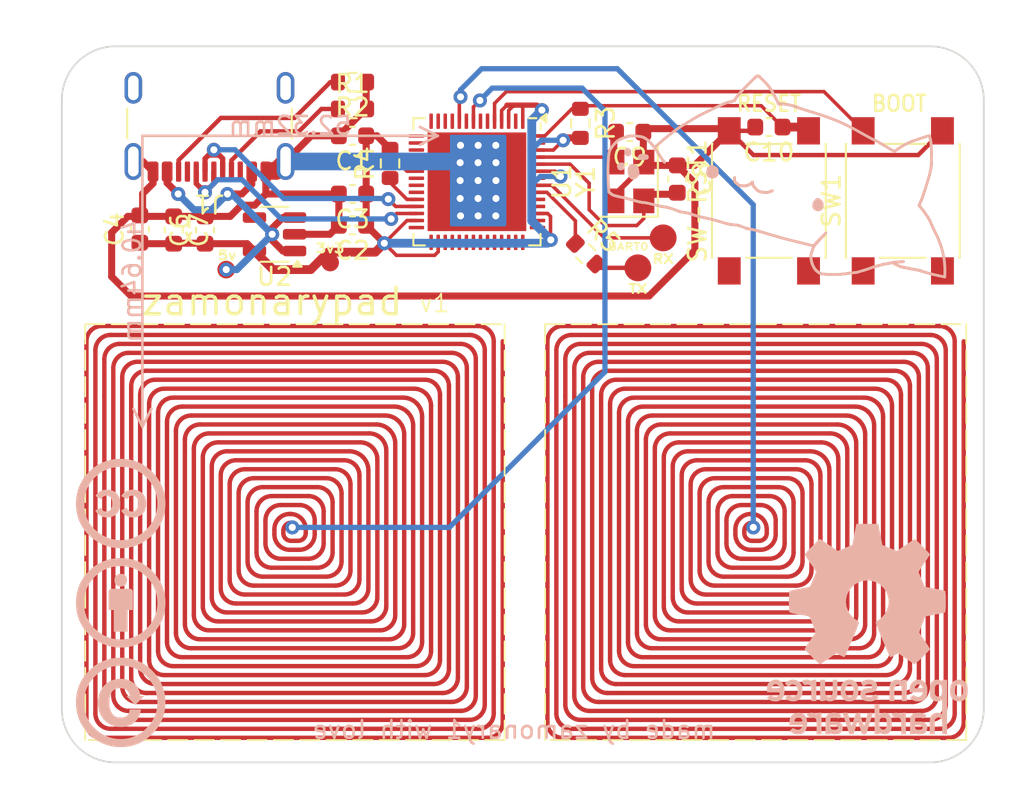
<source format=kicad_pcb>
(kicad_pcb (version 20240108) (generator "pcbnew") (generator_version "8.0")
  (title_block (title "zamonarypad") (date "2024-08-05") (rev "v1") (company "-") (comment 2 "Victor \"zamonary1\" Ershov"))
  (layers (0 "F.Cu" signal) (31 "B.Cu" signal) (34 "B.Paste" user) (35 "F.Paste" user) (36 "B.SilkS" user "B.Silkscreen") (37 "F.SilkS" user "F.Silkscreen") (38 "B.Mask" user) (39 "F.Mask" user) (44 "Edge.Cuts" user))
  (net 0 "")
  (net 1 "GND")
  (net 2 "+3V3")
  (net 3 "D+")
  (net 4 "VBUS")
  (net 5 "Net-(J1-CC2)")
  (net 6 "D-")
  (net 7 "Net-(J1-CC1)")
  (net 8 "Net-(U1-CHIP_PU{slash}RESET)")
  (net 9 "Net-(U1-GPIO0{slash}BOOT)")
  (net 11 "RX")
  (net 13 "BTN2")
  (net 14 "TX")
  (net 30 "BTN1")
  (net 40 "Net-(U1-GPIO18{slash}ADC2_CH7{slash}DAC_2)")
  (net 52 "Net-(U1-XTAL_N)")
  (net 53 "Net-(U1-XTAL_P)")
  (net 54 "Net-(U1-U0TXD{slash}GPIO43)")
  (footprint "Capacitor_SMD:C_0603_1608Metric" (layer "F.Cu") (at 135.369 76.708 180)
    (property "Reference" "C1")
    (property "Value" "100nF")
  )
  (footprint "Button_Switch_SMD:SW_Push_1P1T_NO_6x6mm_H9.5mm" (layer "F.Cu") (at 159 80.4 90)
    (property "Reference" "SW-RST1")
    (property "Value" "SW_Push")
  )
  (footprint "Resistor_SMD:R_0603_1608Metric" (layer "F.Cu") (at 148.3 76 -90)
    (property "Reference" "R3")
    (property "Value" "10K")
  )
  (footprint "Button_Switch_SMD:SW_Push_1P1T_NO_6x6mm_H9.5mm" (layer "F.Cu") (at 166.6 80.4 90)
    (property "Reference" "SW1")
    (property "Value" "SW_Push")
  )
  (footprint "Crystal:Crystal_SMD_3225-4Pin_3.2x2.5mm" (layer "F.Cu") (at 151.05 79.3 90)
    (property "Reference" "Y1")
    (property "Value" "Crystal_GND24")
  )
  (footprint "Capacitor_SMD:C_0603_1608Metric" (layer "F.Cu") (at 153.8 79.1625 -90)
    (property "Reference" "C8")
    (property "Value" "15pF")
  )
  (footprint "Package_TO_SOT_SMD:SOT-23-5" (layer "F.Cu") (at 130.9425 82.296 180)
    (property "Reference" "U2")
    (property "Value" "ME6211C33M5")
  )
  (footprint "Resistor_SMD:R_0603_1608Metric" (layer "F.Cu") (at 148.6 83.4 -45)
    (property "Reference" "R5")
    (property "Value" "500")
  )
  (footprint "Resistor_SMD:R_0603_1608Metric" (layer "F.Cu") (at 135.369 75.184)
    (property "Reference" "R1")
    (property "Value" "5.1K")
  )
  (footprint "Capacitor_SMD:C_0603_1608Metric" (layer "F.Cu") (at 127 82.055 90)
    (property "Reference" "C6")
    (property "Value" "100pF")
  )
  (footprint "Package_DFN_QFN:QFN-56-1EP_7x7mm_P0.4mm_EP5.6x5.6mm" (layer "F.Cu") (at 142.432 79.316 -90)
    (property "Reference" "U1")
    (property "Value" "ESP32-S2")
  )
  (footprint "Connector_USB:USB_C_Receptacle_GCT_USB4105-xx-A_16P_TopMnt_Horizontal" (layer "F.Cu") (at 127.25 75.06 180)
    (property "Reference" "J1")
    (property "Value" "USB_C_Receptacle_USB2.0_14P")
  )
  (footprint "Capacitor_SMD:C_0603_1608Metric" (layer "F.Cu") (at 159 76.211251 180)
    (property "Reference" "C10")
    (property "Value" "1uF")
  )
  (footprint "Capacitor_SMD:C_0603_1608Metric" (layer "F.Cu") (at 151.1 76.5 180)
    (property "Reference" "C9")
    (property "Value" "15pF")
  )
  (footprint "Capacitor_SMD:C_0603_1608Metric" (layer "F.Cu") (at 135.369 81.788 180)
    (property "Reference" "C2")
    (property "Value" "1uF")
  )
  (footprint "Capacitor_SMD:C_0603_1608Metric" (layer "F.Cu") (at 135.369 80.01 180)
    (property "Reference" "C3")
    (property "Value" "10uF")
  )
  (footprint "Resistor_SMD:R_0603_1608Metric" (layer "F.Cu") (at 135.369 73.66 180)
    (property "Reference" "R2")
    (property "Value" "5.1K")
  )
  (footprint "Resistor_SMD:R_0603_1608Metric" (layer "F.Cu") (at 137.5 78.275001 90)
    (property "Reference" "R4")
    (property "Value" "10K")
  )
  (footprint "Capacitor_SMD:C_0603_1608Metric" (layer "F.Cu") (at 125.222 82.055 -90)
    (property "Reference" "C7")
    (property "Value" "1uF")
  )
  (footprint "Capacitor_SMD:C_0603_1608Metric" (layer "F.Cu") (at 123.3 82 90)
    (property "Reference" "C4")
    (property "Value" "100nF")
  )
  (footprint "Symbol:OSHW-Logo_11.4x12mm_SilkScreen" (layer "B.Cu") (at 164.6 104.7 180)
    (property "Reference" "REF**" (hide yes))
    (property "Value" "OSHW-Logo_11.4x12mm_SilkScreen" (hide yes))
  )
  (gr_circle (center 128.2 84.3) (end 128.7 84.3) (fill solid) (layer "F.Cu") (net 4))
  (gr_circle (center 153 82.5) (end 153.762 82.5) (fill solid) (layer "F.Cu") (net 11))
  (gr_circle (center 151.562 84.2) (end 152.324 84.2) (fill solid) (layer "F.Cu") (net 14))
  (gr_circle (center 134.1 83.9) (end 134.6 83.9) (fill solid) (layer "F.Cu") (net 2))
  (gr_rect (start 141 76.75) (end 144 81.75) (stroke (width 0.2)) (fill solid) (layer "B.Cu") (net 1))
  (gr_line (start 157.278755 79.500964) (end 157.283611 79.50469) (stroke (width 0.15975)) (layer "B.SilkS"))
  (gr_line (start 168.986253 84.222881) (end 168.987645 84.332316) (stroke (width 0.15975) (color 5 1 1 1)) (layer "B.SilkS"))
  (gr_line (start 168.161252 76.886804) (end 168.170527 76.925731) (stroke (width 0.15975) (color 5 1 1 1)) (layer "B.SilkS"))
  (gr_line (start 166.575252 77.290826) (end 166.657837 77.242316) (stroke (width 0.15975) (color 5 1 1 1)) (layer "B.SilkS"))
  (gr_line (start 162.432389 84.57507) (end 162.318199 84.572637) (stroke (width 0.15975)) (layer "B.SilkS"))
  (gr_line (start 161.564811 84.198866) (end 161.543163 84.158616) (stroke (width 0.15975)) (layer "B.SilkS"))
  (gr_line (start 158.583661 73.474015) (end 158.67042 73.55571) (stroke (width 0.15975) (color 5 1 1 1)) (layer "B.SilkS"))
  (gr_line (start 161.499666 83.108056) (end 161.527502 83.037581) (stroke (width 0.15975)) (layer "B.SilkS"))
  (gr_line (start 167.080863 77.039172) (end 167.131715 77.020245) (stroke (width 0.15975) (color 5 1 1 1)) (layer "B.SilkS"))
  (gr_line (start 167.598078 84.363183) (end 167.590004 84.360657) (stroke (width 0.15975) (color 5 1 1 1)) (layer "B.SilkS"))
  (gr_line (start 162.903934 75.873524) (end 163.150848 75.980635) (stroke (width 0.15975) (color 5 1 1 1)) (layer "B.SilkS"))
  (gr_line (start 153.884672 76.261093) (end 154.021035 76.170091) (stroke (width 0.15975) (color 5 1 1 1)) (layer "B.SilkS"))
  (gr_line (start 151.252903 76.711089) (end 151.309575 76.711161) (stroke (width 0.15975)) (layer "B.SilkS"))
  (gr_line (start 161.937491 82.523384) (end 161.965856 82.496513) (stroke (width 0.15975)) (layer "B.SilkS"))
  (gr_line (start 158.180419 73.436362) (end 158.265179 73.357133) (stroke (width 0.15975) (color 5 1 1 1)) (layer "B.SilkS"))
  (gr_line (start 158.932105 79.913453) (end 158.913969 79.915822) (stroke (width 0.15975)) (layer "B.SilkS"))
  (gr_line (start 167.629306 80.787311) (end 167.6762 80.842413) (stroke (width 0.15975) (color 5 1 1 1)) (layer "B.SilkS"))
  (gr_line (start 149.90534 77.882756) (end 149.91362 77.799986) (stroke (width 0.15975)) (layer "B.SilkS"))
  (gr_line (start 150.030799 79.989562) (end 150.01337 79.975612) (stroke (width 0.15975)) (layer "B.SilkS"))
  (gr_line (start 157.066418 74.67412) (end 157.077602 74.652431) (stroke (width 0.15975) (color 5 1 1 1)) (layer "B.SilkS"))
  (gr_line (start 161.627182 84.289323) (end 161.61332 84.272339) (stroke (width 0.15975)) (layer "B.SilkS"))
  (gr_line (start 160.67337 82.742896) (end 160.002582 82.575058) (stroke (width 0.15975)) (layer "B.SilkS"))
  (gr_line (start 157.989822 73.623222) (end 158.180419 73.436362) (stroke (width 0.15975) (color 5 1 1 1)) (layer "B.SilkS"))
  (gr_line (start 152.457713 80.611819) (end 152.289436 80.569813) (stroke (width 0.15975)) (layer "B.SilkS"))
  (gr_line (start 167.590004 84.360657) (end 167.580018 84.357886) (stroke (width 0.15975) (color 5 1 1 1)) (layer "B.SilkS"))
  (gr_line (start 167.288935 84.297259) (end 167.184892 84.278872) (stroke (width 0.15975) (color 5 1 1 1)) (layer "B.SilkS"))
  (gr_poly (pts (xy 155.811598 78.373084) (xy 155.853205 78.388778) (xy 155.896805 78.406474) (xy 155.940014 78.425132) (xy 155.980448 78.443711) (xy 156.015723 78.461169) (xy 156.043457 78.476467) (xy 156.05375 78.48298) (xy 156.061264 78.488563) (xy 156.067661 78.494698) (xy 156.074699 78.502839) (xy 156.082227 78.512814) (xy 156.090095 78.524449) (xy 156.098151 78.53757) (xy 156.106245 78.552005) (xy 156.114224 78.567579) (xy 156.121938 78.584119) (xy 156.129236 78.601452) (xy 156.135967 78.619404) (xy 156.14198 78.637803) (xy 156.147122 78.656474) (xy 156.151244 78.675244) (xy 156.152875 78.684611) (xy 156.154195 78.693939) (xy 156.155183 78.703205) (xy 156.155822 78.712387) (xy 156.156092 78.721464) (xy 156.155975 78.730414) (xy 156.154502 78.767457) (xy 156.152117 78.806679) (xy 156.150348 78.8267) (xy 156.148067 78.846774) (xy 156.145183 78.86674) (xy 156.1416 78.886433) (xy 156.137224 78.90569) (xy 156.131961 78.924348) (xy 156.125717 78.942242) (xy 156.118397 78.95921) (xy 156.109909 78.975088) (xy 156.105197 78.982567) (xy 156.100157 78.989713) (xy 156.094777 78.996504) (xy 156.089047 79.00292) (xy 156.082954 79.008941) (xy 156.076486 79.014547) (xy 156.050334 79.035427) (xy 156.037455 79.045298) (xy 156.024559 79.054741) (xy 156.011533 79.063718) (xy 155.998268 79.072192) (xy 155.984651 79.080126) (xy 155.97057 79.087482) (xy 155.955915 79.094225) (xy 155.940573 79.100315) (xy 155.924434 79.105718) (xy 155.907386 79.110394) (xy 155.889316 79.114307) (xy 155.870115 79.11742) (xy 155.84967 79.119695) (xy 155.82787 79.121096) (xy 155.805578 79.121818) (xy 155.783755 79.122034) (xy 155.762432 79.121676) (xy 155.741641 79.120673) (xy 155.721416 79.118957) (xy 155.701788 79.116458) (xy 155.682789 79.113107) (xy 155.664451 79.108835) (xy 155.646807 79.103571) (xy 155.629889 79.097247) (xy 155.613729 79.089793) (xy 155.59836 79.08114) (xy 155.583812 79.071219) (xy 155.57012 79.05996) (xy 155.557315 79.047293) (xy 155.545428 79.03315) (xy 155.52289 79.00316) (xy 155.511994 78.988003) (xy 155.501482 78.972714) (xy 155.491455 78.957277) (xy 155.482016 78.941673) (xy 155.473265 78.925886) (xy 155.465305 78.909899) (xy 155.458236 78.893694) (xy 155.452161 78.877253) (xy 155.447181 78.86056) (xy 155.443398 78.843596) (xy 155.441987 78.835008) (xy 155.440913 78.826345) (xy 155.440188 78.817607) (xy 155.439827 78.80879) (xy 155.439841 78.799892) (xy 155.440243 78.790912) (xy 155.441045 78.781847) (xy 155.442261 78.772695) (xy 155.452885 78.699204) (xy 155.458494 78.663321) (xy 155.465093 78.628726) (xy 155.468951 78.612079) (xy 155.473279 78.595955) (xy 155.478152 78.58042) (xy 155.483644 78.565542) (xy 155.489831 78.551387) (xy 155.496785 78.538022) (xy 155.504581 78.525515) (xy 155.513294 78.513932) (xy 155.532278 78.491605) (xy 155.542165 78.480468) (xy 155.552273 78.469457) (xy 155.562569 78.458654) (xy 155.573021 78.448141) (xy 155.583596 78.437999) (xy 155.594264 78.428311) (xy 155.604991 78.419158) (xy 155.615745 78.410622) (xy 155.626494 78.402785) (xy 155.637206 78.395728) (xy 155.647849 78.389533) (xy 155.65839 78.384282) (xy 155.668797 78.380057) (xy 155.673941 78.378355) (xy 155.679039 78.376939) (xy 155.698673 78.372345) (xy 155.716766 78.368652) (xy 155.732985 78.365771) (xy 155.746998 78.363612) (xy 155.767083 78.36111) (xy 155.774367 78.360433)) (stroke (width -0.000001)) (fill solid) (layer "B.SilkS"))
  (gr_line (start 153.938937 81.008203) (end 153.911274 80.999652) (stroke (width 0.15975)) (layer "B.SilkS"))
  (gr_line (start 168.16416 81.591385) (end 168.230234 81.743041) (stroke (width 0.15975) (color 5 1 1 1)) (layer "B.SilkS"))
  (gr_line (start 160.368891 75.006242) (end 160.420562 75.021596) (stroke (width 0.15975) (color 5 1 1 1)) (layer "B.SilkS"))
  (gr_line (start 123.444 93.218) (end 122.936 92.202) (stroke (width 0.15)) (layer "B.SilkS"))
  (gr_line (start 158.44414 79.859129) (end 158.417586 79.846424) (stroke (width 0.15975)) (layer "B.SilkS"))
  (gr_line (start 157.191102 79.419335) (end 157.209426 79.434682) (stroke (width 0.15975)) (layer "B.SilkS"))
  (gr_line (start 168.055612 81.380881) (end 168.077981 81.4191) (stroke (width 0.15975) (color 5 1 1 1)) (layer "B.SilkS"))
  (gr_line (start 149.867888 78.782572) (end 149.868753 78.638642) (stroke (width 0.15975)) (layer "B.SilkS"))
  (gr_line (start 167.814956 81.026918) (end 167.855664 81.08747) (stroke (width 0.15975) (color 5 1 1 1)) (layer "B.SilkS"))
  (gr_line (start 159.505256 74.805356) (end 159.527035 74.855463) (stroke (width 0.15975) (color 5 1 1 1)) (layer "B.SilkS"))
  (gr_line (start 159.195906 79.824607) (end 159.189186 79.827363) (stroke (width 0.15975)) (layer "B.SilkS"))
  (gr_line (start 158.672398 79.911965) (end 158.635102 79.907647) (stroke (width 0.15975)) (layer "B.SilkS"))
  (gr_line (start 168.621773 84.643026) (end 168.333783 84.578522) (stroke (width 0.15975) (color 5 1 1 1)) (layer "B.SilkS"))
  (gr_line (start 157.779389 79.521202) (end 157.799052 79.513373) (stroke (width 0.15975)) (layer "B.SilkS"))
  (gr_line (start 158.391924 73.306805) (end 158.399919 73.307767) (stroke (width 0.15975) (color 5 1 1 1)) (layer "B.SilkS"))
  (gr_line (start 150.085498 80.029409) (end 150.067059 80.01672) (stroke (width 0.15975)) (layer "B.SilkS"))
  (gr_line (start 151.891452 80.495816) (end 151.844828 80.492551) (stroke (width 0.15975)) (layer "B.SilkS"))
  (gr_line (start 157.3719 81.824175) (end 157.341378 81.814211) (stroke (width 0.15975)) (layer "B.SilkS"))
  (gr_line (start 166.770903 84.199185) (end 166.730597 84.191645) (stroke (width 0.15975) (color 5 1 1 1)) (layer "B.SilkS"))
  (gr_line (start 158.077062 79.415159) (end 158.069102 79.335055) (stroke (width 0.15975)) (layer "B.SilkS"))
  (gr_line (start 123.444 93.218) (end 123.952 92.202) (stroke (width 0.15)) (layer "B.SilkS"))
  (gr_line (start 161.387349 83.452617) (end 161.390921 83.435521) (stroke (width 0.15975)) (layer "B.SilkS"))
  (gr_line (start 156.87831 74.762688) (end 156.932742 74.748057) (stroke (width 0.15975) (color 5 1 1 1)) (layer "B.SilkS"))
  (gr_line (start 158.983243 79.904256) (end 158.966747 79.907634) (stroke (width 0.15975)) (layer "B.SilkS"))
  (gr_line (start 166.542242 84.147397) (end 166.516959 84.142679) (stroke (width 0.15975) (color 5 1 1 1)) (layer "B.SilkS"))
  (gr_line (start 166.932126 84.227102) (end 166.885766 84.218104) (stroke (width 0.15975) (color 5 1 1 1)) (layer "B.SilkS"))
  (gr_line (start 157.126632 74.572411) (end 157.14077 74.551652) (stroke (width 0.15975) (color 5 1 1 1)) (layer "B.SilkS"))
  (gr_line (start 166.628795 84.167652) (end 166.600871 84.160483) (stroke (width 0.15975) (color 5 1 1 1)) (layer "B.SilkS"))
  (gr_line (start 162.197514 75.60411) (end 162.426214 75.68597) (stroke (width 0.15975) (color 5 1 1 1)) (layer "B.SilkS"))
  (gr_line (start 167.79316 79.958619) (end 167.770484 80.027368) (stroke (width 0.15975) (color 5 1 1 1)) (layer "B.SilkS"))
  (gr_line (start 157.840647 79.495135) (end 157.883587 79.474207) (stroke (width 0.15975)) (layer "B.SilkS"))
  (gr_line (start 168.766849 82.964537) (end 168.798326 83.062349) (stroke (width 0.15975) (color 5 1 1 1)) (layer "B.SilkS"))
  (gr_line (start 167.522585 80.669686) (end 167.553469 80.702632) (stroke (width 0.15975) (color 5 1 1 1)) (layer "B.SilkS"))
  (gr_line (start 158.360818 73.308294) (end 158.368403 73.307226) (stroke (width 0.15975) (color 5 1 1 1)) (layer "B.SilkS"))
  (gr_line (start 156.604614 81.69221) (end 156.560275 81.679627) (stroke (width 0.15975)) (layer "B.SilkS"))
  (gr_line (start 166.885766 84.218104) (end 166.84546 84.211237) (stroke (width 0.15975) (color 5 1 1 1)) (layer "B.SilkS"))
  (gr_line (start 157.883587 79.474207) (end 157.925855 79.451484) (stroke (width 0.15975)) (layer "B.SilkS"))
  (gr_line (start 165.382608 84.031114) (end 165.353151 84.039865) (stroke (width 0.15975)) (layer "B.SilkS"))
  (gr_line (start 160.47295 75.038322) (end 160.525976 75.056477) (stroke (width 0.15975) (color 5 1 1 1)) (layer "B.SilkS"))
  (gr_line (start 140.208 76.708) (end 139.192 76.2) (stroke (width 0.15)) (layer "B.SilkS"))
  (gr_line (start 161.41195 83.796516) (end 161.399721 83.739705) (stroke (width 0.15975)) (layer "B.SilkS"))
  (gr_line (start 167.664811 80.336601) (end 167.653655 80.362619) (stroke (width 0.15975) (color 5 1 1 1)) (layer "B.SilkS"))
  (gr_line (start 157.238063 74.421802) (end 157.263472 74.39033) (stroke (width 0.15975) (color 5 1 1 1)) (layer "B.SilkS"))
  (gr_line (start 161.827911 84.466749) (end 161.784625 84.433459) (stroke (width 0.15975)) (layer "B.SilkS"))
  (gr_line (start 123.444 76.708) (end 123.444 93.218) (stroke (width 0.15)) (layer "B.SilkS"))
  (gr_line (start 163.426491 84.522727) (end 163.286346 84.542535) (stroke (width 0.15975)) (layer "B.SilkS"))
  (gr_line (start 166.30345 77.470335) (end 166.361546 77.429328) (stroke (width 0.15975) (color 5 1 1 1)) (layer "B.SilkS"))
  (gr_line (start 149.91362 77.799986) (end 149.92326 77.727363) (stroke (width 0.15975)) (layer "B.SilkS"))
  (gr_line (start 151.938764 80.499133) (end 151.891452 80.495816) (stroke (width 0.15975)) (layer "B.SilkS"))
  (gr_line (start 166.082055 83.896459) (end 166.019569 83.906596) (stroke (width 0.15975)) (layer "B.SilkS"))
  (gr_line (start 159.538218 74.884659) (end 159.542927 74.901626) (stroke (width 0.15975) (color 5 1 1 1)) (layer "B.SilkS"))
  (gr_poly (pts (xy 150.944939 77.39092) (xy 150.953504 77.39178) (xy 150.962439 77.393309) (xy 150.971756 77.395509) (xy 151.010748 77.405485) (xy 151.030576 77.410864) (xy 151.050294 77.416967) (xy 151.069656 77.42414) (xy 151.088414 77.43273) (xy 151.097489 77.437665) (xy 151.106319 77.443084) (xy 151.114875 77.449031) (xy 151.123124 77.455549) (xy 151.131037 77.462681) (xy 151.138582 77.470471) (xy 151.145728 77.478963) (xy 151.152444 77.488198) (xy 151.158699 77.498222) (xy 151.164463 77.509076) (xy 151.169704 77.520806) (xy 151.174391 77.533453) (xy 151.178493 77.547061) (xy 151.18198 77.561674) (xy 151.18482 77.577335) (xy 151.186983 77.594087) (xy 151.188437 77.611974) (xy 151.189152 77.631039) (xy 151.189096 77.651326) (xy 151.188238 77.672877) (xy 151.186561 77.694233) (xy 151.184093 77.713951) (xy 151.180877 77.732096) (xy 151.176954 77.748733) (xy 151.172368 77.763928) (xy 151.16716 77.777747) (xy 151.161372 77.790255) (xy 151.155047 77.801519) (xy 151.148226 77.811603) (xy 151.140952 77.820573) (xy 151.133267 77.828496) (xy 151.125212 77.835436) (xy 151.116831 77.84146) (xy 151.108164 77.846633) (xy 151.099255 77.85102) (xy 151.090145 77.854688) (xy 151.080876 77.857701) (xy 151.071491 77.860127) (xy 151.052541 77.863474) (xy 151.033629 77.865257) (xy 151.015095 77.865998) (xy 150.980503 77.866461) (xy 150.96512 77.867232) (xy 150.951461 77.869064) (xy 150.945121 77.869981) (xy 150.938792 77.870221) (xy 150.932485 77.86982) (xy 150.926211 77.868812) (xy 150.919982 77.867235) (xy 150.913809 77.865124) (xy 150.907703 77.862515) (xy 150.901675 77.859444) (xy 150.895736 77.855947) (xy 150.889897 77.85206) (xy 150.88417 77.847818) (xy 150.878565 77.843258) (xy 150.873094 77.838416) (xy 150.867768 77.833327) (xy 150.857596 77.822553) (xy 150.848137 77.811225) (xy 150.839481 77.799629) (xy 150.831717 77.788053) (xy 150.824933 77.776784) (xy 150.81922 77.766109) (xy 150.814667 77.756317) (xy 150.811362 77.747693) (xy 150.809395 77.740527) (xy 150.806871 77.726746) (xy 150.804427 77.711459) (xy 150.800093 77.680487) (xy 150.795865 77.645816) (xy 150.810914 77.579566) (xy 150.818474 77.550058) (xy 150.826202 77.522988) (xy 150.834207 77.498376) (xy 150.842599 77.476241) (xy 150.851487 77.456603) (xy 150.860978 77.439482) (xy 150.871184 77.424898) (xy 150.876588 77.418564) (xy 150.882212 77.412871) (xy 150.888068 77.407823) (xy 150.894171 77.403421) (xy 150.900534 77.399668) (xy 150.907171 77.396566) (xy 150.914096 77.394119) (xy 150.921321 77.392328) (xy 150.928861 77.391196) (xy 150.936729 77.390726)) (stroke (width -0.000001)) (fill solid) (layer "B.SilkS"))
  (gr_line (start 158.306153 79.757636) (end 158.287126 79.735546) (stroke (width 0.15975)) (layer "B.SilkS"))
  (gr_line (start 155.922183 75.129981) (end 156.107268 75.042979) (stroke (width 0.15975) (color 5 1 1 1)) (layer "B.SilkS"))
  (gr_line (start 152.633947 77.559264) (end 152.73829 77.723701) (stroke (width 0.15975)) (layer "B.SilkS"))
  (gr_line (start 152.131754 80.533188) (end 152.060267 80.518436) (stroke (width 0.15975)) (layer "B.SilkS"))
  (gr_line (start 157.299511 79.514406) (end 157.305484 79.517178) (stroke (width 0.15975)) (layer "B.SilkS"))
  (gr_line (start 161.823433 82.639827) (end 161.862694 82.59837) (stroke (width 0.15975)) (layer "B.SilkS"))
  (gr_line (start 155.83707 81.469619) (end 155.702238 81.437591) (stroke (width 0.15975)) (layer "B.SilkS"))
  (gr_line (start 161.393891 83.708814) (end 161.388624 83.676604) (stroke (width 0.15975)) (layer "B.SilkS"))
  (gr_line (start 157.044751 79.170439) (end 157.04507 79.193767) (stroke (width 0.15975)) (layer "B.SilkS"))
  (gr_line (start 157.283611 79.50469) (end 157.288643 79.508169) (stroke (width 0.15975)) (layer "B.SilkS"))
  (gr_line (start 153.06665 78.195744) (end 153.08271 78.21163) (stroke (width 0.15975)) (layer "B.SilkS"))
  (gr_line (start 165.042889 84.120569) (end 165.003947 84.130753) (stroke (width 0.15975)) (layer "B.SilkS"))
  (gr_line (start 163.150848 75.980635) (end 163.401727 76.097581) (stroke (width 0.15975) (color 5 1 1 1)) (layer "B.SilkS"))
  (gr_line (start 161.384197 83.643329) (end 161.38089 83.609243) (stroke (width 0.15975)) (layer "B.SilkS"))
  (gr_line (start 149.980893 79.948265) (end 149.952902 79.923384) (stroke (width 0.15975)) (layer "B.SilkS"))
  (gr_line (start 165.20314 84.082077) (end 165.160611 84.092485) (stroke (width 0.15975)) (layer "B.SilkS"))
  (gr_line (start 157.051866 74.710218) (end 157.054545 74.701637) (stroke (width 0.15975) (color 5 1 1 1)) (layer "B.SilkS"))
  (gr_line (start 167.821752 76.784054) (end 168.10279 76.694959) (stroke (width 0.15975) (color 5 1 1 1)) (layer "B.SilkS"))
  (gr_line (start 158.719945 73.603677) (end 158.772764 73.656689) (stroke (width 0.15975) (color 5 1 1 1)) (layer "B.SilkS"))
  (gr_line (start 158.794083 79.920279) (end 158.711313 79.915448) (stroke (width 0.15975)) (layer "B.SilkS"))
  (gr_line (start 166.444477 84.121236) (end 166.425382 84.113436) (stroke (width 0.15975) (color 5 1 1 1)) (layer "B.SilkS"))
  (gr_line (start 150.067059 80.01672) (end 150.048761 80.003351) (stroke (width 0.15975)) (layer "B.SilkS"))
  (gr_line (start 150.048761 80.003351) (end 150.030799 79.989562) (stroke (width 0.15975)) (layer "B.SilkS"))
  (gr_line (start 154.478695 81.109892) (end 154.452029 81.103593) (stroke (width 0.15975)) (layer "B.SilkS"))
  (gr_line (start 157.33456 79.526092) (end 157.343467 79.527808) (stroke (width 0.15975)) (layer "B.SilkS"))
  (gr_line (start 155.98236 81.508487) (end 155.903462 81.486687) (stroke (width 0.15975)) (layer "B.SilkS"))
  (gr_line (start 153.968107 81.016039) (end 153.938937 81.008203) (stroke (width 0.15975)) (layer "B.SilkS"))
  (gr_line (start 150.350964 77.046071) (end 150.386649 77.014106) (stroke (width 0.15975)) (layer "B.SilkS"))
  (gr_line (start 167.916925 79.585974) (end 167.866417 79.745375) (stroke (width 0.15975) (color 5 1 1 1)) (layer "B.SilkS"))
  (gr_line (start 168.224362 78.314806) (end 168.222047 78.353805) (stroke (width 0.15975) (color 5 1 1 1)) (layer "B.SilkS"))
  (gr_line (start 157.058973 74.690411) (end 157.066418 74.67412) (stroke (width 0.15975) (color 5 1 1 1)) (layer "B.SilkS"))
  (gr_line (start 149.983541 77.508064) (end 150.006074 77.46347) (stroke (width 0.15975)) (layer "B.SilkS"))
  (gr_line (start 158.229316 79.673101) (end 158.192131 79.634448) (stroke (width 0.15975)) (layer "B.SilkS"))
  (gr_line (start 158.082103 79.477836) (end 158.081322 79.470618) (stroke (width 0.15975)) (layer "B.SilkS"))
  (gr_line (start 162.087796 82.378787) (end 162.103086 82.361975) (stroke (width 0.15975)) (layer "B.SilkS"))
  (gr_line (start 168.227163 77.900431) (end 168.226805 78.23678) (stroke (width 0.15975) (color 5 1 1 1)) (layer "B.SilkS"))
  (gr_line (start 162.061589 82.406583) (end 162.074048 82.393554) (stroke (width 0.15975)) (layer "B.SilkS"))
  (gr_line (start 159.735408 74.901735) (end 159.799593 74.905505) (stroke (width 0.15975) (color 5 1 1 1)) (layer "B.SilkS"))
  (gr_line (start 166.600871 84.160483) (end 166.577614 84.154918) (stroke (width 0.15975) (color 5 1 1 1)) (layer "B.SilkS"))
  (gr_line (start 157.093242 74.625011) (end 157.102958 74.609049) (stroke (width 0.15975) (color 5 1 1 1)) (layer "B.SilkS"))
  (gr_line (start 152.334293 77.163681) (end 152.405828 77.24773) (stroke (width 0.15975)) (layer "B.SilkS"))
  (gr_line (start 166.42657 77.385177) (end 166.497984 77.338728) (stroke (width 0.15975) (color 5 1 1 1)) (layer "B.SilkS"))
  (gr_line (start 165.112782 77.008681) (end 165.149784 77.028979) (stroke (width 0.15975) (color 5 1 1 1)) (layer "B.SilkS"))
  (gr_line (start 161.570304 82.945653) (end 161.584705 82.920108) (stroke (width 0.15975)) (layer "B.SilkS"))
  (gr_line (start 164.990906 76.955106) (end 165.089895 76.999191) (stroke (width 0.15975) (color 5 1 1 1)) (layer "B.SilkS"))
  (gr_line (start 166.497984 77.338728) (end 166.575252 77.290826) (stroke (width 0.15975) (color 5 1 1 1)) (layer "B.SilkS"))
  (gr_line (start 149.871915 78.492583) (end 149.877684 78.345571) (stroke (width 0.15975)) (layer "B.SilkS"))
  (gr_line (start 161.707246 84.369796) (end 161.689775 84.354037) (stroke (width 0.15975)) (layer "B.SilkS"))
  (gr_line (start 161.725459 84.38554) (end 161.707246 84.369796) (stroke (width 0.15975)) (layer "B.SilkS"))
  (gr_line (start 167.587344 80.739832) (end 167.629306 80.787311) (stroke (width 0.15975) (color 5 1 1 1)) (layer "B.SilkS"))
  (gr_line (start 158.407938 73.309369) (end 158.415952 73.311664) (stroke (width 0.15975) (color 5 1 1 1)) (layer "B.SilkS"))
  (gr_line (start 166.210189 77.539536) (end 166.30345 77.470335) (stroke (width 0.15975) (color 5 1 1 1)) (layer "B.SilkS"))
  (gr_line (start 168.876274 83.369351) (end 168.915046 83.563822) (stroke (width 0.15975) (color 5 1 1 1)) (layer "B.SilkS"))
  (gr_line (start 158.290397 82.080989) (end 158.195921 82.057482) (stroke (width 0.15975)) (layer "B.SilkS"))
  (gr_line (start 158.392482 79.832156) (end 158.368808 79.816234) (stroke (width 0.15975)) (layer "B.SilkS"))
  (gr_line (start 166.49605 84.138353) (end 166.485448 84.135584) (stroke (width 0.15975) (color 5 1 1 1)) (layer "B.SilkS"))
  (gr_line (start 157.214757 74.451385) (end 157.238063 74.421802) (stroke (width 0.15975) (color 5 1 1 1)) (layer "B.SilkS"))
  (gr_line (start 167.432444 84.325512) (end 167.354075 84.309648) (stroke (width 0.15975) (color 5 1 1 1)) (layer "B.SilkS"))
  (gr_line (start 167.619182 80.436662) (end 167.597254 80.48604) (stroke (width 0.15975) (color 5 1 1 1)) (layer "B.SilkS"))
  (gr_line (start 158.104344 79.530937) (end 158.095239 79.515279) (stroke (width 0.15975)) (layer "B.SilkS"))
  (gr_line (start 166.143644 83.887387) (end 166.082055 83.896459) (stroke (width 0.15975)) (layer "B.SilkS"))
  (gr_line (start 150.22142 80.091997) (end 150.165044 80.071658) (stroke (width 0.15975)) (layer "B.SilkS"))
  (gr_line (start 167.580018 84.357886) (end 167.550914 84.35085) (stroke (width 0.15975) (color 5 1 1 1)) (layer "B.SilkS"))
  (gr_line (start 161.673041 84.338188) (end 161.657035 84.322171) (stroke (width 0.15975)) (layer "B.SilkS"))
  (gr_line (start 153.605855 76.46174) (end 153.745685 76.358958) (stroke (width 0.15975) (color 5 1 1 1)) (layer "B.SilkS"))
  (gr_line (start 166.577614 84.154918) (end 166.542242 84.147397) (stroke (width 0.15975) (color 5 1 1 1)) (layer "B.SilkS"))
  (gr_line (start 167.030602 77.05911) (end 167.080863 77.039172) (stroke (width 0.15975) (color 5 1 1 1)) (layer "B.SilkS"))
  (gr_line (start 159.014558 79.896735) (end 158.999182 79.900611) (stroke (width 0.15975)) (layer "B.SilkS"))
  (gr_line (start 166.987568 84.239406) (end 166.932126 84.227102) (stroke (width 0.15975) (color 5 1 1 1)) (layer "B.SilkS"))
  (gr_line (start 160.750792 75.14168) (end 160.884578 75.187388) (stroke (width 0.15975) (color 5 1 1 1)) (layer "B.SilkS"))
  (gr_line (start 156.414429 74.906646) (end 156.538971 74.857315) (stroke (width 0.15975) (color 5 1 1 1)) (layer "B.SilkS"))
  (gr_line (start 156.107268 75.042979) (end 156.270939 74.968534) (stroke (width 0.15975) (color 5 1 1 1)) (layer "B.SilkS"))
  (gr_line (start 157.653025 73.96256) (end 157.842221 73.771028) (stroke (width 0.15975) (color 5 1 1 1)) (layer "B.SilkS"))
  (gr_poly (pts (xy 122.086171 100.673657) (xy 121.956328 100.682266) (xy 121.829102 100.696614) (xy 121.704493 100.716703) (xy 121.582501 100.742532) (xy 121.463128 100.774101) (xy 121.346373 100.81141) (xy 121.232236 100.854461) (xy 121.12072 100.903252) (xy 121.011823 100.957785) (xy 120.905546 101.018059) (xy 120.80189 101.084075) (xy 120.700855 101.155833) (xy 120.602442 101.233333) (xy 120.506651 101.316576) (xy 120.413483 101.405561) (xy 120.323975 101.499259) (xy 120.240237 101.595507) (xy 120.162269 101.694306) (xy 120.090072 101.795655) (xy 120.023647 101.899554) (xy 119.962995 102.006005) (xy 119.908115 102.115005) (xy 119.859009 102.226557) (xy 119.815678 102.340659) (xy 119.778122 102.457311) (xy 119.746342 102.576514) (xy 119.720339 102.698267) (xy 119.700113 102.822572) (xy 119.685665 102.949426) (xy 119.676995 103.078831) (xy 119.674105 103.210787) (xy 119.676941 103.343197) (xy 119.685449 103.472806) (xy 119.699629 103.599614) (xy 119.719481 103.72362) (xy 119.745003 103.844825) (xy 119.776197 103.963229) (xy 119.813061 104.078832) (xy 119.855596 104.191634) (xy 119.903802 104.301635) (xy 119.957677 104.408835) (xy 120.017223 104.513235) (xy 120.082438 104.614835) (xy 120.153322 104.713634) (xy 120.229876 104.809634) (xy 120.312098 104.902833) (xy 120.39999 104.993232) (xy 120.497451 105.084971) (xy 120.597072 105.170791) (xy 120.698853 105.250692) (xy 120.802794 105.324673) (xy 120.908896 105.392736) (xy 121.017158 105.454879) (xy 121.127581 105.511103) (xy 121.240164 105.561408) (xy 121.354908 105.605795) (xy 121.471813 105.644263) (xy 121.590879 105.676812) (xy 121.712107 105.703443) (xy 121.835495 105.724156) (xy 121.961045 105.738951) (xy 122.088757 105.747828) (xy 122.21863 105.750787) (xy 122.346286 105.747862) (xy 122.471812 105.739089) (xy 122.595209 105.724468) (xy 122.716477 105.703998) (xy 122.835615 105.67768) (xy 122.952625 105.645514) (xy 123.067505 105.607501) (xy 123.180257 105.56364) (xy 123.290881 105.513933) (xy 123.399377 105.458378) (xy 123.505746 105.396977) (xy 123.609986 105.32973) (xy 123.7121 105.256636) (xy 123.812086 105.177696) (xy 123.909945 105.092911) (xy 124.005678 105.00228) (xy 124.096295 104.907577) (xy 124.181068 104.810574) (xy 124.259997 104.711271) (xy 124.333081 104.609667) (xy 124.400321 104.505762) (xy 124.461716 104.399555) (xy 124.517265 104.291045) (xy 124.566969 104.180233) (xy 124.610826 104.067118) (xy 124.648837 103.9517) (xy 124.681 103.833977) (xy 124.707317 103.71395) (xy 124.727786 103.591618) (xy 124.742408 103.46698) (xy 124.751181 103.340037) (xy 124.754103 103.210866) (xy 124.296032 103.210866) (xy 124.293623 103.31544) (xy 124.286395 103.418243) (xy 124.27435 103.519273) (xy 124.257486 103.618531) (xy 124.235803 103.716016) (xy 124.209302 103.811728) (xy 124.177983 103.905666) (xy 124.141846 103.99783) (xy 124.10089 104.088218) (xy 124.055117 104.176832) (xy 124.004524 104.26367) (xy 123.949114 104.348732) (xy 123.888885 104.432017) (xy 123.823838 104.513525) (xy 123.753972 104.593255) (xy 123.679288 104.671207) (xy 123.60126 104.745918) (xy 123.521389 104.815806) (xy 123.439676 104.88087) (xy 123.356122 104.941112) (xy 123.270725 104.996532) (xy 123.183486 105.047131) (xy 123.094404 105.092908) (xy 123.00348 105.133864) (xy 122.910713 105.170001) (xy 122.816103 105.201318) (xy 122.71965 105.227815) (xy 122.621355 105.249494) (xy 122.521216 105.266354) (xy 122.419234 105.278397) (xy 122.315408 105.285622) (xy 122.209739 105.288031) (xy 122.104578 105.285605) (xy 122.001113 105.27833) (xy 121.899346 105.266202) (xy 121.799276 105.249222) (xy 121.700906 105.227389) (xy 121.604234 105.200703) (xy 121.509262 105.169161) (xy 121.41599 105.132763) (xy 121.324418 105.091509) (xy 121.234546 105.045398) (xy 121.146377 104.994429) (xy 121.059908 104.938601) (xy 120.975143 104.877913) (xy 120.892079 104.812365) (xy 120.810719 104.741955) (xy 120.731063 104.666683) (xy 120.658557 104.593493) (xy 120.590729 104.517929) (xy 120.52758 104.439991) (xy 120.469109 104.359679) (xy 120.415317 104.276993) (xy 120.366203 104.191932) (xy 120.321767 104.104497) (xy 120.282009 104.014687) (xy 120.246929 103.922502) (xy 120.216526 103.827943) (xy 120.190801 103.731009) (xy 120.169754 103.631699) (xy 120.153384 103.530014) (xy 120.141691 103.425954) (xy 120.134676 103.319519) (xy 120.132337 103.210708) (xy 120.134712 103.103431) (xy 120.141836 102.998177) (xy 120.153708 102.894943) (xy 120.170329 102.793731) (xy 120.191699 102.694539) (xy 120.217815 102.597367) (xy 120.24868 102.502214) (xy 120.284291 102.40908) (xy 120.324649 102.317964) (xy 120.369753 102.228867) (xy 120.419603 102.141787) (xy 120.474199 102.056724) (xy 120.53354 101.973678) (xy 120.597627 101.892648) (xy 120.666457 101.813634) (xy 120.740032 101.736635) (xy 120.816988 101.663047) (xy 120.895929 101.594206) (xy 120.976858 101.530113) (xy 121.059772 101.470768) (xy 121.144672 101.41617) (xy 121.231558 101.36632) (xy 121.32043 101.321218) (xy 121.411287 101.280863) (xy 121.504128 101.245256) (xy 121.598955 101.214397) (xy 121.695766 101.188285) (xy 121.794561 101.16692) (xy 121.895341 101.150304) (xy 121.998104 101.138435) (xy 122.102851 101.131313) (xy 122.209581 101.128939) (xy 122.316823 101.131314) (xy 122.421974 101.138438) (xy 122.525034 101.150311) (xy 122.626003 101.166933) (xy 122.724882 101.188303) (xy 122.82167 101.214422) (xy 122.916369 101.245288) (xy 123.008976 101.280903) (xy 123.099494 101.321265) (xy 123.187922 101.366375) (xy 123.27426 101.416231) (xy 123.358508 101.470835) (xy 123.440666 101.530185) (xy 123.520735 101.594282) (xy 123.598715 101.663125) (xy 123.674605 101.736714) (xy 123.749865 101.816896) (xy 123.820267 101.898672) (xy 123.885813 101.982042) (xy 123.946502 102.067007) (xy 124.002334 102.153565) (xy 124.05331 102.241717) (xy 124.099431 102.331462) (xy 124.140695 102.422801) (xy 124.177104 102.515734) (xy 124.208658 102.61026) (xy 124.235356 102.706378) (xy 124.2572 102.80409) (xy 124.27419 102.903395) (xy 124.286324 103.004293) (xy 124.293605 103.106783) (xy 124.296032 103.210866) (xy 124.754103 103.210866) (xy 124.754105 103.210787) (xy 124.751181 103.081496) (xy 124.742408 102.954401) (xy 124.727786 102.829501) (xy 124.707317 102.706797) (xy 124.681 102.586288) (xy 124.648837 102.467975) (xy 124.610826 102.351858) (xy 124.566969 102.237937) (xy 124.517265 102.126212) (xy 124.461716 102.016684) (xy 124.400321 101.909352) (xy 124.333081 101.804216) (xy 124.259997 101.701277) (xy 124.181068 101.600535) (xy 124.096295 101.501989) (xy 124.005678 101.405641) (xy 123.912583 101.316641) (xy 123.817012 101.233387) (xy 123.718963 101.155876) (xy 123.618436 101.084109) (xy 123.515431 101.018085) (xy 123.409947 100.957804) (xy 123.301983 100.903266) (xy 123.191539 100.854471) (xy 123.078614 100.811417) (xy 122.963208 100.774105) (xy 122.84532 100.742534) (xy 122.724949 100.716704) (xy 122.602095 100.696615) (xy 122.476758 100.682266) (xy 122.348936 100.673657) (xy 122.21863 100.670787)) (stroke (width -0.000001)) (fill solid) (layer "B.SilkS"))
  (gr_line (start 159.871212 74.911565) (end 159.949615 74.920372) (stroke (width 0.15975) (color 5 1 1 1)) (layer "B.SilkS"))
  (gr_line (start 157.048931 79.230824) (end 157.051321 79.2435) (stroke (width 0.15975)) (layer "B.SilkS"))
  (gr_line (start 167.700512 80.871994) (end 167.724875 80.902485) (stroke (width 0.15975) (color 5 1 1 1)) (layer "B.SilkS"))
  (gr_line (start 161.965856 82.496513) (end 162.009806 82.456451) (stroke (width 0.15975)) (layer "B.SilkS"))
  (gr_line (start 150.551191 80.176159) (end 150.456023 80.15481) (stroke (width 0.15975)) (layer "B.SilkS"))
  (gr_line (start 168.225734 77.632698) (end 168.227537 77.71985) (stroke (width 0.15975) (color 5 1 1 1)) (layer "B.SilkS"))
  (gr_line (start 154.09719 81.0422) (end 154.030434 81.029961) (stroke (width 0.15975)) (layer "B.SilkS"))
  (gr_line (start 151.78998 80.484909) (end 151.72798 80.473426) (stroke (width 0.15975)) (layer "B.SilkS"))
  (gr_line (start 157.353166 79.529331) (end 157.363725 79.530668) (stroke (width 0.15975)) (layer "B.SilkS"))
  (gr_line (start 164.483728 84.310737) (end 164.390597 84.339364) (stroke (width 0.15975)) (layer "B.SilkS"))
  (gr_line (start 152.095192 76.932609) (end 152.137124 76.967291) (stroke (width 0.15975)) (layer "B.SilkS"))
  (gr_line (start 153.047506 78.173791) (end 153.06665 78.195744) (stroke (width 0.15975)) (layer "B.SilkS"))
  (gr_line (start 153.001987 78.11521) (end 153.025783 78.146652) (stroke (width 0.15975)) (layer "B.SilkS"))
  (gr_line (start 164.390597 84.339364) (end 164.319889 84.360367) (stroke (width 0.15975)) (layer "B.SilkS"))
  (gr_line (start 154.832265 75.678901) (end 154.957798 75.608044) (stroke (width 0.15975) (color 5 1 1 1)) (layer "B.SilkS"))
  (gr_line (start 154.523156 81.121914) (end 154.502229 81.115973) (stroke (width 0.15975)) (layer "B.SilkS"))
  (gr_line (start 166.730597 84.191645) (end 166.684237 84.181526) (stroke (width 0.15975) (color 5 1 1 1)) (layer "B.SilkS"))
  (gr_line (start 161.587692 84.236863) (end 161.575912 84.218218) (stroke (width 0.15975)) (layer "B.SilkS"))
  (gr_line (start 163.286346 84.542535) (end 163.209462 84.552578) (stroke (width 0.15975)) (layer "B.SilkS"))
  (gr_line (start 168.194765 77.054174) (end 168.200761 77.099661) (stroke (width 0.15975) (color 5 1 1 1)) (layer "B.SilkS"))
  (gr_line (start 157.614133 79.546964) (end 157.637296 79.546774) (stroke (width 0.15975)) (layer "B.SilkS"))
  (gr_line (start 166.361546 77.429328) (end 166.42657 77.385177) (stroke (width 0.15975) (color 5 1 1 1)) (layer "B.SilkS"))
  (gr_line (start 159.285092 82.371295) (end 159.106603 82.321665) (stroke (width 0.15975)) (layer "B.SilkS"))
  (gr_line (start 168.526172 82.357309) (end 168.551239 82.411747) (stroke (width 0.15975) (color 5 1 1 1)) (layer "B.SilkS"))
  (gr_line (start 153.330803 76.674261) (end 153.466967 76.56749) (stroke (width 0.15975) (color 5 1 1 1)) (layer "B.SilkS"))
  (gr_line (start 162.050167 82.418182) (end 162.061589 82.406583) (stroke (width 0.15975)) (layer "B.SilkS"))
  (gr_line (start 167.748895 80.933555) (end 167.772178 80.964871) (stroke (width 0.15975) (color 5 1 1 1)) (layer "B.SilkS"))
  (gr_line (start 168.151822 76.850427) (end 168.161252 76.886804) (stroke (width 0.15975) (color 5 1 1 1)) (layer "B.SilkS"))
  (gr_line (start 158.472165 79.870363) (end 158.44414 79.859129) (stroke (width 0.15975)) (layer "B.SilkS"))
  (gr_line (start 159.004919 73.923675) (end 159.035044 73.963691) (stroke (width 0.15975) (color 5 1 1 1)) (layer "B.SilkS"))
  (gr_line (start 161.423077 83.845006) (end 161.41195 83.796516) (stroke (width 0.15975)) (layer "B.SilkS"))
  (gr_line (start 164.351045 76.610481) (end 164.661702 76.781665) (stroke (width 0.15975) (color 5 1 1 1)) (layer "B.SilkS"))
  (gr_line (start 166.657837 77.242316) (end 166.745201 77.194044) (stroke (width 0.15975) (color 5 1 1 1)) (layer "B.SilkS"))
  (gr_line (start 168.45571 82.218621) (end 168.503475 82.311148) (stroke (width 0.15975) (color 5 1 1 1)) (layer "B.SilkS"))
  (gr_line (start 159.213052 74.237731) (end 159.241559 74.289323) (stroke (width 0.15975) (color 5 1 1 1)) (layer "B.SilkS"))
  (gr_line (start 151.832882 76.780243) (end 151.877473 76.797603) (stroke (width 0.15975)) (layer "B.SilkS"))
  (gr_line (start 162.029426 82.438325) (end 162.050167 82.418182) (stroke (width 0.15975)) (layer "B.SilkS"))
  (gr_line (start 157.067718 79.294298) (end 157.073777 79.306737) (stroke (width 0.15975)) (layer "B.SilkS"))
  (gr_line (start 157.054545 74.701637) (end 157.058973 74.690411) (stroke (width 0.15975) (color 5 1 1 1)) (layer "B.SilkS"))
  (gr_poly (pts (xy 161.75677 80.238404) (xy 161.780954 80.239782) (xy 161.804859 80.242113) (xy 161.816487 80.243645) (xy 161.827782 80.245425) (xy 161.838656 80.247458) (xy 161.849023 80.249746) (xy 161.858794 80.252294) (xy 161.867882 80.255104) (xy 161.876198 80.258181) (xy 161.883657 80.261528) (xy 161.890169 80.265148) (xy 161.895648 80.269044) (xy 161.905463 80.276972) (xy 161.91497 80.284479) (xy 161.931825 80.297447) (xy 161.948269 80.309705) (xy 161.955062 80.315955) (xy 161.97301 80.333698) (xy 161.985028 80.346405) (xy 161.998469 80.361418) (xy 162.012878 80.378548) (xy 162.027797 80.397604) (xy 162.042773 80.418398) (xy 162.050139 80.429388) (xy 162.057349 80.440741) (xy 162.064345 80.452434) (xy 162.07107 80.464443) (xy 162.077468 80.476744) (xy 162.083481 80.489315) (xy 162.089053 80.502131) (xy 162.094126 80.515168) (xy 162.098644 80.528404) (xy 162.10255 80.541813) (xy 162.105787 80.555374) (xy 162.108297 80.569061) (xy 162.110024 80.582852) (xy 162.110912 80.596722) (xy 162.111126 80.624746) (xy 162.109935 80.653075) (xy 162.10728 80.681508) (xy 162.103101 80.709848) (xy 162.097338 80.737892) (xy 162.089932 80.765443) (xy 162.080823 80.7923) (xy 162.069952 80.818264) (xy 162.057259 80.843135) (xy 162.042685 80.866712) (xy 162.026169 80.888797) (xy 162.017165 80.899218) (xy 162.007653 80.90919) (xy 161.997626 80.91869) (xy 161.987077 80.927691) (xy 161.975998 80.93617) (xy 161.964381 80.9441) (xy 161.95222 80.951458) (xy 161.939506 80.958218) (xy 161.926233 80.964355) (xy 161.912392 80.969845) (xy 161.898076 80.974645) (xy 161.883407 80.978732) (xy 161.868425 80.982108) (xy 161.853171 80.984775) (xy 161.822003 80.987987) (xy 161.790222 80.988382) (xy 161.758147 80.985973) (xy 161.726096 80.980776) (xy 161.694389 80.972804) (xy 161.663344 80.962072) (xy 161.64817 80.955674) (xy 161.63328 80.948592) (xy 161.618716 80.940827) (xy 161.604516 80.93238) (xy 161.590721 80.923253) (xy 161.577371 80.913448) (xy 161.564505 80.902968) (xy 161.552163 80.891812) (xy 161.540385 80.879984) (xy 161.529211 80.867485) (xy 161.518681 80.854317) (xy 161.508835 80.840482) (xy 161.499712 80.825981) (xy 161.491353 80.810815) (xy 161.483796 80.794988) (xy 161.477083 80.7785) (xy 161.471398 80.761571) (xy 161.466863 80.744445) (xy 161.463423 80.727165) (xy 161.461022 80.709773) (xy 161.459606 80.692311) (xy 161.45912 80.674821) (xy 161.459507 80.657345) (xy 161.460714 80.639925) (xy 161.465363 80.605421) (xy 161.472626 80.571646) (xy 161.482062 80.538936) (xy 161.493228 80.507628) (xy 161.505683 80.478057) (xy 161.518986 80.450561) (xy 161.532696 80.425475) (xy 161.54637 80.403136) (xy 161.559568 80.38388) (xy 161.571849 80.368043) (xy 161.582769 80.355962) (xy 161.591889 80.347974) (xy 161.595905 80.344923) (xy 161.599885 80.341614) (xy 161.607763 80.334319) (xy 161.61557 80.326274) (xy 161.623356 80.317665) (xy 161.639062 80.299498) (xy 161.647079 80.290311) (xy 161.655272 80.281302) (xy 161.663689 80.272658) (xy 161.672379 80.264564) (xy 161.681392 80.257206) (xy 161.686034 80.253861) (xy 161.690776 80.250769) (xy 161.695622 80.247954) (xy 161.70058 80.24544) (xy 161.705655 80.243248) (xy 161.710854 80.241403) (xy 161.716182 80.239927) (xy 161.721646 80.238845) (xy 161.727252 80.238178) (xy 161.733006 80.237951)) (stroke (width -0.000001)) (fill solid) (layer "B.SilkS"))
  (gr_line (start 161.894645 84.507689) (end 161.872524 84.49617) (stroke (width 0.15975)) (layer "B.SilkS"))
  (gr_line (start 149.912665 79.787833) (end 149.900294 79.631543) (stroke (width 0.15975)) (layer "B.SilkS"))
  (gr_line (start 157.76082 79.528023) (end 157.779389 79.521202) (stroke (width 0.15975)) (layer "B.SilkS"))
  (gr_line (start 164.571477 84.283007) (end 164.483728 84.310737) (stroke (width 0.15975)) (layer "B.SilkS"))
  (gr_line (start 161.400194 83.401895) (end 161.446975 83.258273) (stroke (width 0.15975)) (layer "B.SilkS"))
  (gr_line (start 167.577007 80.533511) (end 167.559059 80.577003) (stroke (width 0.15975) (color 5 1 1 1)) (layer "B.SilkS"))
  (gr_line (start 150.141768 80.061631) (end 150.12201 80.051711) (stroke (width 0.15975)) (layer "B.SilkS"))
  (gr_line (start 166.130425 77.603013) (end 166.210189 77.539536) (stroke (width 0.15975) (color 5 1 1 1)) (layer "B.SilkS"))
  (gr_line (start 161.599113 82.897704) (end 161.613491 82.878795) (stroke (width 0.15975)) (layer "B.SilkS"))
  (gr_line (start 157.311907 79.519726) (end 157.318848 79.522057) (stroke (width 0.15975)) (layer "B.SilkS"))
  (gr_line (start 156.166383 81.562066) (end 155.98236 81.508487) (stroke (width 0.15975)) (layer "B.SilkS"))
  (gr_line (start 154.452029 81.103593) (end 154.421705 81.097) (stroke (width 0.15975)) (layer "B.SilkS"))
  (gr_line (start 157.157086 79.39375) (end 157.169386 79.402629) (stroke (width 0.15975)) (layer "B.SilkS"))
  (gr_line (start 161.976992 75.529249) (end 162.197514 75.60411) (stroke (width 0.15975) (color 5 1 1 1)) (layer "B.SilkS"))
  (gr_line (start 161.46442 83.993133) (end 161.456732 83.97333) (stroke (width 0.15975)) (layer "B.SilkS"))
  (gr_line (start 161.710718 82.765133) (end 161.747069 82.72383) (stroke (width 0.15975)) (layer "B.SilkS"))
  (gr_line (start 157.681666 79.544242) (end 157.702747 79.541718) (stroke (width 0.15975)) (layer "B.SilkS"))
  (gr_line (start 158.386219 82.106739) (end 158.290397 82.080989) (stroke (width 0.15975)) (layer "B.SilkS"))
  (gr_line (start 158.493288 73.383705) (end 158.517307 73.409809) (stroke (width 0.15975) (color 5 1 1 1)) (layer "B.SilkS"))
  (gr_line (start 158.772764 73.656689) (end 158.828273 73.714971) (stroke (width 0.15975) (color 5 1 1 1)) (layer "B.SilkS"))
  (gr_line (start 159.604398 82.466968) (end 159.525917 82.441256) (stroke (width 0.15975)) (layer "B.SilkS"))
  (gr_line (start 157.46513 74.159497) (end 157.50778 74.113636) (stroke (width 0.15975) (color 5 1 1 1)) (layer "B.SilkS"))
  (gr_line (start 168.732906 82.867398) (end 168.766849 82.964537) (stroke (width 0.15975) (color 5 1 1 1)) (layer "B.SilkS"))
  (gr_line (start 168.200761 77.099661) (end 168.205271 77.145876) (stroke (width 0.15975) (color 5 1 1 1)) (layer "B.SilkS"))
  (gr_line (start 160.31802 74.992203) (end 160.368891 75.006242) (stroke (width 0.15975) (color 5 1 1 1)) (layer "B.SilkS"))
  (gr_line (start 166.318545 83.867122) (end 166.262338 83.872662) (stroke (width 0.15975)) (layer "B.SilkS"))
  (gr_line (start 155.097457 75.533599) (end 155.267163 75.447494) (stroke (width 0.15975) (color 5 1 1 1)) (layer "B.SilkS"))
  (gr_line (start 161.744421 84.401347) (end 161.725459 84.38554) (stroke (width 0.15975)) (layer "B.SilkS"))
  (gr_line (start 157.320959 74.321552) (end 157.353217 74.284163) (stroke (width 0.15975) (color 5 1 1 1)) (layer "B.SilkS"))
  (gr_line (start 158.901206 82.261272) (end 158.686242 82.195198) (stroke (width 0.15975)) (layer "B.SilkS"))
  (gr_poly (pts (xy 121.684492 102.417223) (xy 121.676716 102.417781) (xy 121.669046 102.418711) (xy 121.66148 102.420013) (xy 121.65402 102.421688) (xy 121.646665 102.423734) (xy 121.639417 102.426153) (xy 121.632276 102.428943) (xy 121.625242 102.432106) (xy 121.618315 102.43564) (xy 121.611495 102.439547) (xy 121.604784 102.443826) (xy 121.598181 102.448477) (xy 121.591686 102.4535) (xy 121.585301 102.458895) (xy 121.579025 102.464662) (xy 121.573011 102.470695) (xy 121.56738 102.476888) (xy 121.562134 102.483241) (xy 121.557273 102.489753) (xy 121.552797 102.496425) (xy 121.548708 102.503256) (xy 121.545005 102.510247) (xy 121.54169 102.517397) (xy 121.538762 102.524706) (xy 121.536223 102.532173) (xy 121.534073 102.5398) (xy 121.532312 102.547585) (xy 121.530942 102.555529) (xy 121.529963 102.563632) (xy 121.529374 102.571892) (xy 121.529178 102.580311) (xy 121.529178 103.618933) (xy 121.819373 103.618933) (xy 121.819373 104.852579) (xy 122.608678 104.852579) (xy 122.608678 103.619013) (xy 122.898873 103.619013) (xy 122.898873 102.580311) (xy 122.898687 102.571879) (xy 122.898129 102.563609) (xy 122.897199 102.5555) (xy 122.895898 102.547552) (xy 122.894225 102.539765) (xy 122.89218 102.532138) (xy 122.889764 102.524672) (xy 122.886977 102.517367) (xy 122.883818 102.510221) (xy 122.880289 102.503235) (xy 122.876389 102.496409) (xy 122.872117 102.489742) (xy 122.867476 102.483234) (xy 122.862463 102.476885) (xy 122.85708 102.470694) (xy 122.851327 102.464662) (xy 122.84528 102.458908) (xy 122.839075 102.453523) (xy 122.832712 102.448506) (xy 122.826192 102.443859) (xy 122.819513 102.439582) (xy 122.812677 102.435675) (xy 122.805684 102.432139) (xy 122.798533 102.428973) (xy 122.791225 102.426178) (xy 122.78376 102.423755) (xy 122.776138 102.421704) (xy 122.768359 102.420025) (xy 122.760424 102.418718) (xy 122.752332 102.417784) (xy 122.744083 102.417224) (xy 122.735678 102.417037) (xy 121.692373 102.417037)) (stroke (width -0.000001)) (fill solid) (layer "B.SilkS"))
  (gr_line (start 158.088236 79.500021) (end 158.085584 79.492535) (stroke (width 0.15975)) (layer "B.SilkS"))
  (gr_line (start 168.133566 76.786782) (end 168.142505 76.816965) (stroke (width 0.15975) (color 5 1 1 1)) (layer "B.SilkS"))
  (gr_line (start 163.947067 84.463847) (end 163.932415 84.465607) (stroke (width 0.15975)) (layer "B.SilkS"))
  (gr_line (start 167.942685 81.210143) (end 167.987765 81.275068) (stroke (width 0.15975) (color 5 1 1 1)) (layer "B.SilkS"))
  (gr_line (start 158.88587 73.778746) (end 158.944953 73.84824) (stroke (width 0.15975) (color 5 1 1 1)) (layer "B.SilkS"))
  (gr_line (start 158.383987 73.306429) (end 158.391924 73.306805) (stroke (width 0.15975) (color 5 1 1 1)) (layer "B.SilkS"))
  (gr_line (start 168.209115 78.472707) (end 168.20236 78.513518) (stroke (width 0.15975) (color 5 1 1 1)) (layer "B.SilkS"))
  (gr_line (start 159.065165 74.005277) (end 159.095205 74.04846) (stroke (width 0.15975) (color 5 1 1 1)) (layer "B.SilkS"))
  (gr_line (start 166.657841 84.175132) (end 166.628795 84.167652) (stroke (width 0.15975) (color 5 1 1 1)) (layer "B.SilkS"))
  (gr_line (start 167.513508 76.886677) (end 167.821752 76.784054) (stroke (width 0.15975) (color 5 1 1 1)) (layer "B.SilkS"))
  (gr_line (start 154.640804 81.166052) (end 154.607085 81.152215) (stroke (width 0.15975)) (layer "B.SilkS"))
  (gr_line (start 157.13431 81.770516) (end 156.85985 81.74301) (stroke (width 0.15975)) (layer "B.SilkS"))
  (gr_line (start 163.965546 84.460496) (end 163.947067 84.463847) (stroke (width 0.15975)) (layer "B.SilkS"))
  (gr_poly (pts (xy 122.192328 101.569265) (xy 122.171243 101.570314) (xy 122.150851 101.572063) (xy 122.131151 101.574511) (xy 122.112144 101.577659) (xy 122.093828 101.581507) (xy 122.076205 101.586054) (xy 122.059273 101.591301) (xy 122.043034 101.597248) (xy 122.027486 101.603895) (xy 122.01263 101.611241) (xy 121.998466 101.619287) (xy 121.984993 101.628033) (xy 121.972212 101.637479) (xy 121.960123 101.647624) (xy 121.948725 101.65847) (xy 121.938018 101.670016) (xy 121.928003 101.682261) (xy 121.918679 101.695207) (xy 121.910045 101.708852) (xy 121.902103 101.723198) (xy 121.894852 101.738244) (xy 121.888292 101.75399) (xy 121.882423 101.770436) (xy 121.877245 101.787582) (xy 121.872757 101.805429) (xy 121.86896 101.823975) (xy 121.865853 101.843222) (xy 121.863437 101.86317) (xy 121.861711 101.883817) (xy 121.860676 101.905165) (xy 121.860331 101.927214) (xy 121.860676 101.948977) (xy 121.861713 101.970049) (xy 121.863441 101.990431) (xy 121.86586 102.010122) (xy 121.868969 102.029122) (xy 121.87277 102.047432) (xy 121.877262 102.065051) (xy 121.882445 102.081979) (xy 121.888319 102.098216) (xy 121.894884 102.113763) (xy 121.90214 102.128619) (xy 121.910087 102.142783) (xy 121.918725 102.156258) (xy 121.928054 102.169041) (xy 121.938074 102.181133) (xy 121.948784 102.192535) (xy 121.960186 102.203245) (xy 121.972278 102.213265) (xy 121.985061 102.222594) (xy 121.998535 102.231232) (xy 122.0127 102.239179) (xy 122.027556 102.246435) (xy 122.043103 102.253) (xy 122.05934 102.258874) (xy 122.076268 102.264057) (xy 122.093887 102.268549) (xy 122.112196 102.272349) (xy 122.131197 102.275459) (xy 122.150888 102.277878) (xy 122.17127 102.279606) (xy 122.192342 102.280643) (xy 122.214105 102.280988) (xy 122.235868 102.280643) (xy 122.256942 102.279606) (xy 122.277324 102.277878) (xy 122.297017 102.275459) (xy 122.316019 102.272349) (xy 122.334331 102.268549) (xy 122.351952 102.264057) (xy 122.368883 102.258874) (xy 122.385123 102.253) (xy 122.400673 102.246435) (xy 122.415532 102.239179) (xy 122.4297 102.231232) (xy 122.443178 102.222594) (xy 122.455964 102.213265) (xy 122.46806 102.203245) (xy 122.479466 102.192535) (xy 122.49018 102.181133) (xy 122.500203 102.169041) (xy 122.509536 102.156258) (xy 122.518177 102.142783) (xy 122.526128 102.128619) (xy 122.533387 102.113763) (xy 122.539955 102.098216) (xy 122.545832 102.081979) (xy 122.551018 102.065051) (xy 122.555512 102.047432) (xy 122.559315 102.029122) (xy 122.562427 102.010122) (xy 122.564847 101.990431) (xy 122.566576 101.970049) (xy 122.567613 101.948977) (xy 122.567959 101.927214) (xy 122.566578 101.883844) (xy 122.564851 101.863206) (xy 122.562433 101.843268) (xy 122.559325 101.824028) (xy 122.555526 101.805488) (xy 122.551035 101.787646) (xy 122.545854 101.770503) (xy 122.539982 101.754059) (xy 122.533419 101.738314) (xy 122.526165 101.723269) (xy 122.518219 101.708922) (xy 122.509583 101.695275) (xy 122.500255 101.682327) (xy 122.490236 101.670079) (xy 122.479525 101.65853) (xy 122.468123 101.64768) (xy 122.45603 101.63753) (xy 122.443246 101.62808) (xy 122.42977 101.619329) (xy 122.415602 101.611278) (xy 122.400743 101.603927) (xy 122.385192 101.597275) (xy 122.36895 101.591324) (xy 122.352015 101.586072) (xy 122.33439 101.581521) (xy 122.316072 101.577669) (xy 122.297062 101.574518) (xy 122.277361 101.572067) (xy 122.256968 101.570316) (xy 122.235882 101.569265) (xy 122.214105 101.568915)) (stroke (width -0.000001)) (fill solid) (layer "B.SilkS"))
  (gr_line (start 149.900294 79.631543) (end 149.887252 79.429061) (stroke (width 0.15975)) (layer "B.SilkS"))
  (gr_line (start 167.727976 80.159718) (end 167.707276 80.22215) (stroke (width 0.15975) (color 5 1 1 1)) (layer "B.SilkS"))
  (gr_line (start 165.41346 84.022777) (end 165.382608 84.031114) (stroke (width 0.15975)) (layer "B.SilkS"))
  (gr_line (start 150.805707 76.805245) (end 150.856703 76.786524) (stroke (width 0.15975)) (layer "B.SilkS"))
  (gr_line (start 152.472205 77.331556) (end 152.532781 77.412915) (stroke (width 0.15975)) (layer "B.SilkS"))
  (gr_line (start 162.226602 84.568516) (end 162.192386 84.565733) (stroke (width 0.15975)) (layer "B.SilkS"))
  (gr_line (start 167.184892 84.278872) (end 167.093405 84.262279) (stroke (width 0.15975) (color 5 1 1 1)) (layer "B.SilkS"))
  (gr_line (start 161.641751 84.305908) (end 161.627182 84.289323) (stroke (width 0.15975)) (layer "B.SilkS"))
  (gr_line (start 161.555945 82.973984) (end 161.570304 82.945653) (stroke (width 0.15975)) (layer "B.SilkS"))
  (gr_line (start 158.944953 73.84824) (end 159.004919 73.923675) (stroke (width 0.15975) (color 5 1 1 1)) (layer "B.SilkS"))
  (gr_line (start 158.483835 82.134506) (end 158.386219 82.106739) (stroke (width 0.15975)) (layer "B.SilkS"))
  (gr_line (start 168.179382 76.966845) (end 168.18755 77.009781) (stroke (width 0.15975) (color 5 1 1 1)) (layer "B.SilkS"))
  (gr_line (start 168.228107 77.808795) (end 168.227163 77.900431) (stroke (width 0.15975) (color 5 1 1 1)) (layer "B.SilkS"))
  (gr_poly (pts (xy 151.831441 77.739429) (xy 151.868708 77.743896) (xy 151.932818 77.750146) (xy 151.984877 77.754335) (xy 152.027106 77.758285) (xy 152.045228 77.760741) (xy 152.061724 77.763821) (xy 152.076873 77.767754) (xy 152.090951 77.772767) (xy 152.104237 77.779087) (xy 152.117007 77.786944) (xy 152.12954 77.796565) (xy 152.142112 77.808178) (xy 152.148253 77.814809) (xy 152.153981 77.82199) (xy 152.159277 77.829674) (xy 152.164125 77.837814) (xy 152.168507 77.846366) (xy 152.172406 77.855284) (xy 152.175805 77.864521) (xy 152.178686 77.874031) (xy 152.181031 77.88377) (xy 152.182825 77.893691) (xy 152.184048 77.903748) (xy 152.184684 77.913895) (xy 152.184716 77.924087) (xy 152.184126 77.934278) (xy 152.182897 77.944422) (xy 152.181011 77.954472) (xy 152.178451 77.964384) (xy 152.175201 77.974112) (xy 152.171241 77.983609) (xy 152.166556 77.99283) (xy 152.161128 78.001728) (xy 152.154938 78.010259) (xy 152.147972 78.018377) (xy 152.140209 78.026034) (xy 152.131634 78.033186) (xy 152.12223 78.039787) (xy 152.111978 78.045791) (xy 152.100861 78.051152) (xy 152.088862 78.055824) (xy 152.075964 78.059762) (xy 152.06215 78.062919) (xy 152.047401 78.06525) (xy 151.990017 78.073284) (xy 151.93842 78.081317) (xy 151.890787 78.088082) (xy 151.867888 78.090593) (xy 151.845295 78.09231) (xy 151.822782 78.093077) (xy 151.80012 78.092733) (xy 151.777081 78.091121) (xy 151.753438 78.088082) (xy 151.728963 78.083458) (xy 151.703427 78.077089) (xy 151.676603 78.068818) (xy 151.648263 78.058486) (xy 151.634342 78.052487) (xy 151.621724 78.045933) (xy 151.610365 78.038864) (xy 151.60022 78.03132) (xy 151.591244 78.023339) (xy 151.583393 78.014962) (xy 151.576622 78.006228) (xy 151.570887 77.997177) (xy 151.566143 77.987849) (xy 151.562345 77.978282) (xy 151.559449 77.968518) (xy 151.55741 77.958595) (xy 151.556184 77.948553) (xy 151.555725 77.938432) (xy 151.55599 77.928271) (xy 151.556934 77.91811) (xy 151.558513 77.907989) (xy 151.56068 77.897947) (xy 151.563393 77.888024) (xy 151.566606 77.87826) (xy 151.570275 77.868694) (xy 151.574356 77.859365) (xy 151.583572 77.841581) (xy 151.593898 77.825223) (xy 151.604977 77.810609) (xy 151.616452 77.798057) (xy 151.622227 77.792653) (xy 151.627968 77.787883) (xy 151.639825 77.779471) (xy 151.652425 77.771961) (xy 151.66556 77.765304) (xy 151.679022 77.759449) (xy 151.692604 77.754347) (xy 151.706096 77.749948) (xy 151.719291 77.746204) (xy 151.73198 77.743064) (xy 151.75501 77.7384) (xy 151.773522 77.735559) (xy 151.790329 77.733762)) (stroke (width -0.000001)) (fill solid) (layer "B.SilkS"))
  (gr_line (start 159.00794 82.293263) (end 158.901206 82.261272) (stroke (width 0.15975)) (layer "B.SilkS"))
  (gr_line (start 166.84546 84.211237) (end 166.808181 84.205323) (stroke (width 0.15975) (color 5 1 1 1)) (layer "B.SilkS"))
  (gr_line (start 158.018852 82.019559) (end 157.951956 82.007217) (stroke (width 0.15975)) (layer "B.SilkS"))
  (gr_line (start 166.932121 77.101596) (end 166.980999 77.079954) (stroke (width 0.15975) (color 5 1 1 1)) (layer "B.SilkS"))
  (gr_line (start 152.73829 77.723701) (end 152.797487 77.814739) (stroke (width 0.15975)) (layer "B.SilkS"))
  (gr_line (start 168.194158 78.55519) (end 168.141199 78.818647) (stroke (width 0.15975) (color 5 1 1 1)) (layer "B.SilkS"))
  (gr_line (start 159.67931 74.899799) (end 159.735408 74.901735) (stroke (width 0.15975) (color 5 1 1 1)) (layer "B.SilkS"))
  (gr_line (start 161.600159 84.254878) (end 161.587692 84.236863) (stroke (width 0.15975)) (layer "B.SilkS"))
  (gr_line (start 151.001985 76.74261) (end 151.049758 76.732101) (stroke (width 0.15975)) (layer "B.SilkS"))
  (gr_line (start 154.575552 81.139667) (end 154.559292 81.133684) (stroke (width 0.15975)) (layer "B.SilkS"))
  (gr_line (start 165.760132 83.954432) (end 165.618044 83.979472) (stroke (width 0.15975)) (layer "B.SilkS"))
  (gr_line (start 151.577047 76.733173) (end 151.656984 76.744177) (stroke (width 0.15975)) (layer "B.SilkS"))
  (gr_line (start 150.456023 80.15481) (end 150.368367 80.133629) (stroke (width 0.15975)) (layer "B.SilkS"))
  (gr_line (start 168.205271 77.145876) (end 168.20803 77.192455) (stroke (width 0.15975) (color 5 1 1 1)) (layer "B.SilkS"))
  (gr_line (start 149.92326 77.727363) (end 149.934665 77.663373) (stroke (width 0.15975)) (layer "B.SilkS"))
  (gr_line (start 167.553469 80.702632) (end 167.587344 80.739832) (stroke (width 0.15975) (color 5 1 1 1)) (layer "B.SilkS"))
  (gr_line (start 140.208 76.708) (end 139.192 77.216) (stroke (width 0.15)) (layer "B.SilkS"))
  (gr_line (start 150.183836 77.226204) (end 150.230341 77.17218) (stroke (width 0.15975)) (layer "B.SilkS"))
  (gr_line (start 154.502229 81.115973) (end 154.478695 81.109892) (stroke (width 0.15975)) (layer "B.SilkS"))
  (gr_line (start 159.184087 74.187877) (end 159.213052 74.237731) (stroke (width 0.15975) (color 5 1 1 1)) (layer "B.SilkS"))
  (gr_poly (pts (xy 122.859316 96.791408) (xy 122.803477 96.795689) (xy 122.749732 96.802844) (xy 122.69808 96.812873) (xy 122.648521 96.825775) (xy 122.601055 96.84155) (xy 122.55568 96.860198) (xy 122.512397 96.881718) (xy 122.471205 96.906111) (xy 122.432104 96.933376) (xy 122.395092 96.963513) (xy 122.360171 96.996522) (xy 122.327338 97.032402) (xy 122.296594 97.071153) (xy 122.267939 97.112775) (xy 122.241371 97.157269) (xy 122.581652 97.334195) (xy 122.588564 97.320305) (xy 122.595668 97.306942) (xy 122.602964 97.294106) (xy 122.610453 97.281798) (xy 122.618133 97.270018) (xy 122.626007 97.258767) (xy 122.634074 97.248046) (xy 122.642334 97.237854) (xy 122.650787 97.228192) (xy 122.659435 97.219061) (xy 122.668276 97.210462) (xy 122.677311 97.202393) (xy 122.686541 97.194857) (xy 122.695965 97.187853) (xy 122.705584 97.181383) (xy 122.715399 97.175445) (xy 122.725281 97.169966) (xy 122.735074 97.164838) (xy 122.744778 97.160062) (xy 122.754393 97.155639) (xy 122.763919 97.151568) (xy 122.773356 97.14785) (xy 122.782705 97.144485) (xy 122.791966 97.141473) (xy 122.801138 97.138815) (xy 122.810221 97.13651) (xy 122.819217 97.134559) (xy 122.828125 97.132963) (xy 122.836944 97.13172) (xy 122.845676 97.130833) (xy 122.854321 97.1303) (xy 122.862877 97.130122) (xy 122.883798 97.130561) (xy 122.904056 97.131876) (xy 122.923651 97.134068) (xy 122.942582 97.137136) (xy 122.960849 97.141082) (xy 122.978453 97.145904) (xy 122.995394 97.151603) (xy 123.011671 97.158179) (xy 123.027284 97.165632) (xy 123.042233 97.173962) (xy 123.056519 97.183169) (xy 123.070141 97.193252) (xy 123.083099 97.204213) (xy 123.095393 97.216051) (xy 123.107023 97.228766) (xy 123.117989 97.242359) (xy 123.12829 97.256828) (xy 123.137928 97.272174) (xy 123.146901 97.288398) (xy 123.15521 97.305499) (xy 123.162854 97.323477) (xy 123.169834 97.342333) (xy 123.17615 97.362066) (xy 123.181801 97.382676) (xy 123.186788 97.404164) (xy 123.191109 97.426529) (xy 123.194766 97.449771) (xy 123.197759 97.473891) (xy 123.200086 97.498889) (xy 123.201748 97.524764) (xy 123.202746 97.551516) (xy 123.203079 97.579147) (xy 123.202742 97.604336) (xy 123.201732 97.628886) (xy 123.200049 97.652796) (xy 123.197692 97.676067) (xy 123.194663 97.6987) (xy 123.190961 97.720695) (xy 123.186586 97.742052) (xy 123.181538 97.762771) (xy 123.175818 97.782853) (xy 123.169426 97.802298) (xy 123.162361 97.821107) (xy 123.154624 97.83928) (xy 123.146215 97.856816) (xy 123.137134 97.873718) (xy 123.127381 97.889984) (xy 123.116957 97.905616) (xy 123.105863 97.920452) (xy 123.09413 97.934332) (xy 123.08176 97.947256) (xy 123.068751 97.959223) (xy 123.062008 97.964847) (xy 123.055105 97.970233) (xy 123.048042 97.975379) (xy 123.04082 97.980286) (xy 123.033438 97.984954) (xy 123.025897 97.989383) (xy 123.018196 97.993572) (xy 123.010336 97.997522) (xy 122.994137 98.004705) (xy 122.9773 98.01093) (xy 122.959825 98.016197) (xy 122.941712 98.020508) (xy 122.92296 98.02386) (xy 122.903571 98.026255) (xy 122.883543 98.027692) (xy 122.862877 98.028171) (xy 122.835605 98.02732) (xy 122.809362 98.024767) (xy 122.784147 98.020512) (xy 122.75996 98.014556) (xy 122.736801 98.006898) (xy 122.71467 97.997539) (xy 122.693566 97.98648) (xy 122.673489 97.97372) (xy 122.654439 97.959259) (xy 122.636415 97.943099) (xy 122.619418 97.925238) (xy 122.603448 97.905678) (xy 122.588503 97.884418) (xy 122.574584 97.86146) (xy 122.56169 97.836802) (xy 122.549822 97.810445) (xy 122.236926 97.969195) (xy 122.249699 97.992146) (xy 122.263075 98.014473) (xy 122.277054 98.036177) (xy 122.291635 98.057259) (xy 122.306819 98.077719) (xy 122.322606 98.097557) (xy 122.338996 98.116773) (xy 122.355988 98.135367) (xy 122.373584 98.15334) (xy 122.391782 98.170692) (xy 122.410582 98.187422) (xy 122.429986 98.203533) (xy 122.449992 98.219022) (xy 122.470601 98.233892) (xy 122.491813 98.248142) (xy 122.513627 98.261772) (xy 122.535857 98.274689) (xy 122.558376 98.286771) (xy 122.581182 98.298019) (xy 122.604275 98.308432) (xy 122.627655 98.31801) (xy 122.651322 98.326755) (xy 122.675275 98.334665) (xy 122.699514 98.341742) (xy 122.724038 98.347985) (xy 122.748848 98.353395) (xy 122.773942 98.357973) (xy 122.799321 98.361717) (xy 122.824985 98.364629) (xy 122.850932 98.366709) (xy 122.877162 98.367956) (xy 122.903676 98.368372) (xy 122.945684 98.367558) (xy 122.986666 98.365116) (xy 123.026622 98.361045) (xy 123.065553 98.355345) (xy 123.103456 98.348015) (xy 123.140334 98.339055) (xy 123.176184 98.328464) (xy 123.211006 98.316243) (xy 123.244801 98.302389) (xy 123.277567 98.286904) (xy 123.309305 98.269787) (xy 123.340014 98.251036) (xy 123.369694 98.230652) (xy 123.398344 98.208634) (xy 123.425964 98.184982) (xy 123.452554 98.159695) (xy 123.477814 98.132982) (xy 123.501444 98.104994) (xy 123.523445 98.075729) (xy 123.543815 98.045188) (xy 123.562557 98.013372) (xy 123.579668 97.98028) (xy 123.59515 97.945912) (xy 123.609002 97.910269) (xy 123.621225 97.873351) (xy 123.631817 97.835158) (xy 123.640781 97.795689) (xy 123.648114 97.754946) (xy 123.653818 97.712928) (xy 123.657892 97.669635) (xy 123.660337 97.625068) (xy 123.661151 97.579226) (xy 123.660327 97.534449) (xy 123.657855 97.490844) (xy 123.653735 97.44841) (xy 123.647967 97.407147) (xy 123.64055 97.367055) (xy 123.631487 97.328133) (xy 123.620775 97.290381) (xy 123.608417 97.253798) (xy 123.594411 97.218385) (xy 123.578757 97.184141) (xy 123.561457 97.151065) (xy 123.542509 97.119157) (xy 123.521915 97.088417) (xy 123.499674 97.058845) (xy 123.475786 97.03044) (xy 123.450252 97.003202) (xy 123.42346 96.977393) (xy 123.395799 96.953248) (xy 123.36727 96.930766) (xy 123.337871 96.909948) (xy 123.307603 96.890795) (xy 123.276465 96.873305) (xy 123.244458 96.85748) (xy 123.211581 96.84332) (xy 123.177835 96.830825) (xy 123.143219 96.819996) (xy 123.107733 96.810831) (xy 123.071377 96.803333) (xy 123.03415 96.7975) (xy 122.996054 96.793334) (xy 122.957087 96.790834) (xy 122.917249 96.79)) (stroke (width -0.000001)) (fill solid) (layer "B.SilkS"))
  (gr_line (start 161.388624 83.676604) (end 161.384197 83.643329) (stroke (width 0.15975)) (layer "B.SilkS"))
  (gr_line (start 149.934665 77.663373) (end 149.948243 77.606502) (stroke (width 0.15975)) (layer "B.SilkS"))
  (gr_line (start 161.93848 84.525359) (end 161.916632 84.51735) (stroke (width 0.15975)) (layer "B.SilkS"))
  (gr_line (start 158.44734 73.328826) (end 158.454866 73.335377) (stroke (width 0.15975) (color 5 1 1 1)) (layer "B.SilkS"))
  (gr_line (start 158.376136 73.306587) (end 158.383987 73.306429) (stroke (width 0.15975) (color 5 1 1 1)) (layer "B.SilkS"))
  (gr_line (start 151.96585 76.842804) (end 152.009474 76.870086) (stroke (width 0.15975)) (layer "B.SilkS"))
  (gr_line (start 157.50778 74.113636) (end 157.553252 74.065555) (stroke (width 0.15975) (color 5 1 1 1)) (layer "B.SilkS"))
  (gr_line (start 155.482838 75.341656) (end 155.922183 75.129981) (stroke (width 0.15975) (color 5 1 1 1)) (layer "B.SilkS"))
  (gr_line (start 157.054344 79.256242) (end 157.058051 79.268993) (stroke (width 0.15975)) (layer "B.SilkS"))
  (gr_line (start 165.618044 83.979472) (end 165.547308 83.99286) (stroke (width 0.15975)) (layer "B.SilkS"))
  (gr_line (start 152.17833 77.003878) (end 152.258246 77.081649) (stroke (width 0.15975)) (layer "B.SilkS"))
  (gr_line (start 158.081322 79.470618) (end 158.079332 79.442272) (stroke (width 0.15975)) (layer "B.SilkS"))
  (gr_line (start 168.20798 84.547924) (end 168.111719 84.521642) (stroke (width 0.15975) (color 5 1 1 1)) (layer "B.SilkS"))
  (gr_line (start 157.702747 79.541718) (end 157.723009 79.538235) (stroke (width 0.15975)) (layer "B.SilkS"))
  (gr_line (start 151.024766 80.285912) (end 150.880109 80.24731) (stroke (width 0.15975)) (layer "B.SilkS"))
  (gr_line (start 168.853206 83.263803) (end 168.876274 83.369351) (stroke (width 0.15975) (color 5 1 1 1)) (layer "B.SilkS"))
  (gr_line (start 168.20803 77.192455) (end 168.222978 77.546443) (stroke (width 0.15975) (color 5 1 1 1)) (layer "B.SilkS"))
  (gr_line (start 157.783744 81.974688) (end 157.760611 81.9685) (stroke (width 0.15975)) (layer "B.SilkS"))
  (gr_line (start 160.633611 75.097302) (end 160.750792 75.14168) (stroke (width 0.15975) (color 5 1 1 1)) (layer "B.SilkS"))
  (gr_line (start 166.516959 84.142679) (end 166.49605 84.138353) (stroke (width 0.15975) (color 5 1 1 1)) (layer "B.SilkS"))
  (gr_line (start 157.174097 74.505048) (end 157.193465 74.47912) (stroke (width 0.15975) (color 5 1 1 1)) (layer "B.SilkS"))
  (gr_line (start 150.06294 77.375963) (end 150.098086 77.330023) (stroke (width 0.15975)) (layer "B.SilkS"))
  (gr_line (start 168.20236 78.513518) (end 168.194158 78.55519) (stroke (width 0.15975) (color 5 1 1 1)) (layer "B.SilkS"))
  (gr_line (start 167.653828 84.383785) (end 167.6282 84.374619) (stroke (width 0.15975) (color 5 1 1 1)) (layer "B.SilkS"))
  (gr_line (start 160.219003 74.967841) (end 160.31802 74.992203) (stroke (width 0.15975) (color 5 1 1 1)) (layer "B.SilkS"))
  (gr_line (start 166.213966 84.015026) (end 166.162337 83.987464) (stroke (width 0.15975) (color 5 1 1 1)) (layer "B.SilkS"))
  (gr_line (start 158.686242 82.195198) (end 158.483835 82.134506) (stroke (width 0.15975)) (layer "B.SilkS"))
  (gr_line (start 161.902175 82.558102) (end 161.937491 82.523384) (stroke (width 0.15975)) (layer "B.SilkS"))
  (gr_line (start 167.866417 79.745375) (end 167.842066 79.81833) (stroke (width 0.15975) (color 5 1 1 1)) (layer "B.SilkS"))
  (gr_poly (pts (xy 122.08677 95.041895) (xy 121.957266 95.050615) (xy 121.830238 95.065148) (xy 121.705686 95.085493) (xy 121.583612 95.111651) (xy 121.464015 95.14362) (xy 121.346896 95.181401) (xy 121.232257 95.224993) (xy 121.120097 95.274396) (xy 121.010418 95.32961) (xy 120.90322 95.390633) (xy 120.798505 95.457467) (xy 120.696271 95.530109) (xy 120.596522 95.608561) (xy 120.499256 95.692822) (xy 120.404475 95.78289) (xy 120.360378 95.828073) (xy 120.317623 95.874055) (xy 120.27621 95.920836) (xy 120.23614 95.968416) (xy 120.197413 96.016794) (xy 120.16003 96.065971) (xy 120.123991 96.115946) (xy 120.089296 96.166718) (xy 120.055947 96.218288) (xy 120.023943 96.270654) (xy 119.993285 96.323816) (xy 119.963973 96.377775) (xy 119.936008 96.43253) (xy 119.909391 96.48808) (xy 119.884121 96.544425) (xy 119.8602 96.601564) (xy 119.837692 96.659337) (xy 119.816631 96.71755) (xy 119.797019 96.776205) (xy 119.778857 96.835301) (xy 119.762144 96.89484) (xy 119.746881 96.95482) (xy 119.733069 97.015243) (xy 119.720709 97.076108) (xy 119.7098 97.137416) (xy 119.700344 97.199167) (xy 119.692341 97.261361) (xy 119.685792 97.323998) (xy 119.680698 97.38708) (xy 119.677058 97.450605) (xy 119.674873 97.514574) (xy 119.674145 97.578988) (xy 119.674864 97.643933) (xy 119.677021 97.708364) (xy 119.680614 97.772281) (xy 119.685643 97.835684) (xy 119.692109 97.898573) (xy 119.700009 97.960947) (xy 119.709344 98.022806) (xy 119.720113 98.08415) (xy 119.732316 98.144979) (xy 119.745951 98.205292) (xy 119.761018 98.26509) (xy 119.777518 98.324371) (xy 119.795448 98.383136) (xy 119.814808 98.441385) (xy 119.835599 98.499117) (xy 119.857819 98.556332) (xy 119.881466 98.612889) (xy 119.906478 98.668615) (xy 119.932855 98.723511) (xy 119.960596 98.777576) (xy 119.989701 98.83081) (xy 120.02017 98.883213) (xy 120.052003 98.934784) (xy 120.085199 98.985523) (xy 120.119757 99.035429) (xy 120.155677 99.084502) (xy 120.19296 99.132742) (xy 120.231604 99.180149) (xy 120.27161 99.226722) (xy 120.312977 99.27246) (xy 120.355704 99.317364) (xy 120.399791 99.361433) (xy 120.446661 99.406675) (xy 120.494312 99.450573) (xy 120.542745 99.493127) (xy 120.591958 99.534338) (xy 120.641953 99.574203) (xy 120.69273 99.612724) (xy 120.744288 99.649899) (xy 120.796627 99.685729) (xy 120.849747 99.720213) (xy 120.903649 99.753351) (xy 120.958332 99.785141) (xy 121.013797 99.815585) (xy 121.070043 99.844682) (xy 121.12707 99.872431) (xy 121.184878 99.898831) (xy 121.243468 99.923884) (xy 121.302545 99.9475) (xy 121.361872 99.969593) (xy 121.421449 99.990162) (xy 121.481277 100.009207) (xy 121.541354 100.026729) (xy 121.601681 100.042727) (xy 121.662257 100.057201) (xy 121.723082 100.070152) (xy 121.784155 100.081579) (xy 121.845476 100.091483) (xy 121.907044 100.099863) (xy 121.96886 100.106719) (xy 122.030923 100.112052) (xy 122.093233 100.115861) (xy 122.155789 100.118146) (xy 122.21859 100.118908) (xy 122.281347 100.118157) (xy 122.343769 100.115901) (xy 122.405856 100.112141) (xy 122.467608 100.106877) (xy 122.529025 100.100107) (xy 122.590106 100.09183) (xy 122.650851 100.082048) (xy 122.711261 100.070758) (xy 122.771335 100.05796) (xy 122.831073 100.043653) (xy 122.890475 100.027838) (xy 122.949541 100.010513) (xy 123.008271 99.991678) (xy 123.066664 99.971333) (xy 123.124721 99.949476) (xy 123.182441 99.926107) (xy 123.239606 99.901352) (xy 123.29603 99.875249) (xy 123.351711 99.847797) (xy 123.406649 99.818997) (xy 123.460844 99.78885) (xy 123.514297 99.757355) (xy 123.567007 99.724513) (xy 123.618973 99.690323) (xy 123.670197 99.654787) (xy 123.720677 99.617904) (xy 123.770413 99.579674) (xy 123.819406 99.540098) (xy 123.867656 99.499177) (xy 123.915161 99.456909) (xy 123.961923 99.413296) (xy 124.007941 99.368338) (xy 124.052903 99.322343) (xy 124.096501 99.275619) (xy 124.138733 99.228166) (xy 124.1796 99.179984) (xy 124.219102 99.131074) (xy 124.257239 99.081436) (xy 124.294012 99.03107) (xy 124.329419 98.979976) (xy 124.363462 98.928155) (xy 124.396141 98.875607) (xy 124.427455 98.822332) (xy 124.457405 98.76833) (xy 124.485991 98.713602) (xy 124.513213 98.658147) (xy 124.539071 98.601967) (xy 124.563566 98.545061) (xy 124.586634 98.487598) (xy 124.608214 98.429748) (xy 124.628306 98.371511) (xy 124.646909 98.312885) (xy 124.664025 98.253871) (xy 124.679652 98.194469) (xy 124.69379 98.134677) (xy 124.706441 98.074496) (xy 124.717603 98.013925) (xy 124.727277 97.952964) (xy 124.735462 97.891613) (xy 124.74216 97.829871) (xy 124.747369 97.767738) (xy 124.751089 97.705213) (xy 124.753322 97.642297) (xy 124.754065 97.579067) (xy 124.296072 97.579067) (xy 124.295444 97.629985) (xy 124.29356 97.680672) (xy 124.290419 97.731128) (xy 124.286022 97.781352) (xy 124.280366 97.831345) (xy 124.273452 97.881106) (xy 124.26528 97.930634) (xy 124.255849 97.979931) (xy 124.245159 98.028995) (xy 124.233208 98.077826) (xy 124.219997 98.126424) (xy 124.205525 98.174789) (xy 124.189792 98.222921) (xy 124.172797 98.270818) (xy 124.15454 98.318482) (xy 124.135021 98.365912) (xy 124.114345 98.412963) (xy 124.092593 98.459372) (xy 124.069762 98.50514) (xy 124.045853 98.550268) (xy 124.020864 98.594754) (xy 123.994797 98.638599) (xy 123.967649 98.681804) (xy 123.939421 98.724369) (xy 123.910112 98.766294) (xy 123.879721 98.807579) (xy 123.848249 98.848225) (xy 123.815695 98.888231) (xy 123.782058 98.927599) (xy 123.747337 98.966327) (xy 123.711534 99.004417) (xy 123.674646 99.041869) (xy 123.63693 99.078465) (xy 123.598612 99.113958) (xy 123.559693 99.14835) (xy 123.520172 99.181641) (xy 123.480048 99.213831) (xy 123.43932 99.244922) (xy 123.397989 99.274913) (xy 123.356054 99.303807) (xy 123.313514 99.331602) (xy 123.270369 99.358301) (xy 123.226619 99.383904) (xy 123.182263 99.408411) (xy 123.1373 99.431823) (xy 123.09173 99.454141) (xy 123.045553 99.475365) (xy 122.998767 99.495497) (xy 122.95158 99.514442) (xy 122.904106 99.532165) (xy 122.856346 99.548665) (xy 122.8083 99.563943) (xy 122.759968 99.577999) (xy 122.711352 99.590833) (xy 122.66245 99.602444) (xy 122.613263 99.612833) (xy 122.563792 99.622) (xy 122.514036 99.629945) (xy 122.463996 99.636667) (xy 122.413672 99.642167) (xy 122.363064 99.646445) (xy 122.312173 99.649501) (xy 122.260999 99.651334) (xy 122.209542 99.651945) (xy 122.158622 99.651327) (xy 122.107898 99.649471) (xy 122.057371 99.646376) (xy 122.007037 99.642043) (xy 121.956898 99.636472) (xy 121.906952 99.62966) (xy 121.857199 99.621609) (xy 121.807636 99.612317) (xy 121.758265 99.601785) (xy 121.709083 99.590011) (xy 121.660091 99.576996) (xy 121.611286 99.562738) (xy 121.562669 99.547237) (xy 121.514239 99.530493) (xy 121.465995 99.512506) (xy 121.417935 99.493275) (xy 121.370322 99.47286) (xy 121.323298 99.451353) (xy 121.276862 99.428752) (xy 121.231013 99.405058) (xy 121.185751 99.380269) (xy 121.141074 99.354386) (xy 121.096982 99.327407) (xy 121.053475 99.299332) (xy 121.01055 99.27016) (xy 120.968208 99.239891) (xy 120.926448 99.208524) (xy 120.885268 99.176059) (xy 120.844668 99.142494) (xy 120.804648 99.10783) (xy 120.765205 99.072066) (xy 120.72634 99.035202) (xy 120.654397 98.961481) (xy 120.587097 98.885458) (xy 120.524439 98.807131) (xy 120.466425 98.7265) (xy 120.413052 98.643565) (xy 120.364323 98.558326) (xy 120.320235 98.470782) (xy 120.280789 98.380933) (xy 120.245984 98.28878) (xy 120.215821 98.194321) (xy 120.190299 98.097557) (xy 120.169418 97.998487) (xy 120.153178 97.897112) (xy 120.141578 97.79343) (xy 120.134618 97.687442) (xy 120.132298 97.579147) (xy 120.132901 97.526595) (xy 120.134709 97.474398) (xy 120.137722 97.422556) (xy 120.141941 97.371069) (xy 120.147364 97.319937) (xy 120.153993 97.26916) (xy 120.161826 97.218737) (xy 120.170864 97.168669) (xy 120.181107 97.118955) (xy 120.192554 97.069596) (xy 120.205205 97.02059) (xy 120.219061 96.971939) (xy 120.234121 96.923642) (xy 120.250385 96.875698) (xy 120.267852 96.828109) (xy 120.286524 96.780872) (xy 120.30632 96.734133) (xy 120.32722 96.688033) (xy 120.349223 96.642572) (xy 120.372329 96.597749) (xy 120.396537 96.553565) (xy 120.421846 96.510018) (xy 120.448255 96.467109) (xy 120.475764 96.424836) (xy 120.504371 96.383199) (xy 120.534075 96.342198) (xy 120.564877 96.301833) (xy 120.596775 96.262102) (xy 120.629767 96.223006) (xy 120.663855 96.184543) (xy 120.699036 96.146715) (xy 120.73531 96.109519) (xy 120.812867 96.035368) (xy 120.892365 95.966) (xy 120.973805 95.901416) (xy 121.057188 95.841614) (xy 121.142513 95.786597) (xy 121.229783 95.736362) (xy 121.318997 95.690912) (xy 121.410156 95.650245) (xy 121.503261 95.614362) (xy 121.598313 95.583263) (xy 121.695312 95.556948) (xy 121.794259 95.535418) (xy 121.895155 95.518672) (xy 121.998 95.50671) (xy 122.102796 95.499533) (xy 122.209542 95.49714) (xy 122.317315 95.499515) (xy 122.422928 95.506639) (xy 122.52638 95.518512) (xy 122.627673 95.535134) (xy 122.726805 95.556504) (xy 122.823777 95.582623) (xy 122.918589 95.613489) (xy 123.011239 95.649104) (xy 123.101729 95.689466) (xy 123.190058 95.734576) (xy 123.276226 95.784432) (xy 123.360232 95.839036) (xy 123.442078 95.898386) (xy 123.521762 95.962483) (xy 123.599285 96.031326) (xy 123.674646 96.104915) (xy 123.711534 96.143202) (xy 123.747341 96.182071) (xy 123.782065 96.221524) (xy 123.815706 96.261559) (xy 123.848265 96.302177) (xy 123.879742 96.343379) (xy 123.910137 96.385165) (xy 123.93945 96.427535) (xy 123.967682 96.470488) (xy 123.994831 96.514026) (xy 124.020899 96.558149) (xy 124.045886 96.602857) (xy 124.069791 96.648149) (xy 124.092616 96.694027) (xy 124.114359 96.740491) (xy 124.135021 96.78754) (xy 124.15454 96.835015) (xy 124.172797 96.882756) (xy 124.189792 96.930764) (xy 124.205525 96.979037) (xy 124.219997 97.027576) (xy 124.233208 97.076382) (xy 124.245159 97.125453) (xy 124.255849 97.174791) (xy 124.26528 97.224394) (xy 124.273452 97.274263) (xy 124.280366 97.324399) (xy 124.286022 97.374801) (xy 124.290419 97.425468) (xy 124.29356 97.476402) (xy 124.295444 97.527601) (xy 124.296072 97.579067) (xy 124.754065 97.579067) (xy 124.754066 97.578988) (xy 124.753313 97.5162) (xy 124.751056 97.453715) (xy 124.747293 97.391533) (xy 124.742025 97.329654) (xy 124.735251 97.268076) (xy 124.726971 97.206801) (xy 124.717186 97.145828) (xy 124.705895 97.085156) (xy 124.693098 97.024786) (xy 124.678795 96.964717) (xy 124.662986 96.904949) (xy 124.645671 96.845481) (xy 124.626849 96.786314) (xy 124.60652 96.727447) (xy 124.584685 96.66888) (xy 124.561344 96.610613) (xy 124.536566 96.552877) (xy 124.510422 96.495903) (xy 124.482914 96.439693) (xy 124.454041 96.384244) (xy 124.423803 96.329558) (xy 124.392201 96.275634) (xy 124.359235 96.222472) (xy 124.324905 96.170072) (xy 124.289212 96.118433) (xy 124.252155 96.067557) (xy 124.213734 96.017442) (xy 124.173951 95.968088) (xy 124.132806 95.919496) (xy 124.090297 95.871665) (xy 124.046427 95.824595) (xy 124.001194 95.778287) (xy 123.90919 95.68878) (xy 123.814601 95.605044) (xy 123.717425 95.52708) (xy 123.617663 95.454888) (xy 123.515314 95.388469) (xy 123.41038 95.327823) (xy 123.302858 95.272951) (xy 123.19275 95.223852) (xy 123.080055 95.180529) (xy 122.964773 95.14298) (xy 122.846904 95.111206) (xy 122.726448 95.085209) (xy 122.603404 95.064988) (xy 122.477773 95.050544) (xy 122.349555 95.041877) (xy 122.218749 95.038988)) (stroke (width -0.000001)) (fill solid) (layer "B.SilkS"))
  (gr_line (start 151.19916 76.71316) (end 151.252903 76.711089) (stroke (width 0.15975)) (layer "B.SilkS"))
  (gr_line (start 153.227074 80.771263) (end 153.169016 80.758019) (stroke (width 0.15975)) (layer "B.SilkS"))
  (gr_line (start 168.276575 81.84671) (end 168.322916 81.945896) (stroke (width 0.15975) (color 5 1 1 1)) (layer "B.SilkS"))
  (gr_line (start 157.10735 79.353742) (end 157.118328 79.364521) (stroke (width 0.15975)) (layer "B.SilkS"))
  (gr_line (start 157.047127 79.218272) (end 157.048931 79.230824) (stroke (width 0.15975)) (layer "B.SilkS"))
  (gr_line (start 152.670857 77.227281) (end 152.849041 77.072611) (stroke (width 0.15975) (color 5 1 1 1)) (layer "B.SilkS"))
  (gr_line (start 149.952902 79.923384) (end 149.930964 79.903044) (stroke (width 0.15975)) (layer "B.SilkS"))
  (gr_line (start 159.070336 79.879618) (end 159.043604 79.888429) (stroke (width 0.15975)) (layer "B.SilkS"))
  (gr_line (start 157.983581 79.416) (end 158.0003 79.404246) (stroke (width 0.15975)) (layer "B.SilkS"))
  (gr_line (start 152.405828 77.24773) (end 152.472205 77.331556) (stroke (width 0.15975)) (layer "B.SilkS"))
  (gr_line (start 161.689775 84.354037) (end 161.673041 84.338188) (stroke (width 0.15975)) (layer "B.SilkS"))
  (gr_line (start 157.541493 79.544326) (end 157.590403 79.546559) (stroke (width 0.15975)) (layer "B.SilkS"))
  (gr_line (start 156.685807 81.71261) (end 156.646352 81.703153) (stroke (width 0.15975)) (layer "B.SilkS"))
  (gr_line (start 159.525917 82.441256) (end 159.447436 82.417338) (stroke (width 0.15975)) (layer "B.SilkS"))
  (gr_line (start 158.128075 79.563535) (end 158.115354 79.547015) (stroke (width 0.15975)) (layer "B.SilkS"))
  (gr_poly (pts (xy 122.086689 106.326301) (xy 121.957298 106.334966) (xy 121.830458 106.349407) (xy 121.706167 106.369624) (xy 121.584426 106.395618) (xy 121.465235 106.427388) (xy 121.348592 106.464935) (xy 121.234499 106.508258) (xy 121.122954 106.557357) (xy 121.013957 106.612233) (xy 120.907509 106.672885) (xy 120.803609 106.739313) (xy 120.702256 106.811518) (xy 120.603451 106.889499) (xy 120.507194 106.973257) (xy 120.413483 107.062791) (xy 120.323975 107.15594) (xy 120.240237 107.251673) (xy 120.162269 107.34999) (xy 120.090072 107.450893) (xy 120.023647 107.55438) (xy 119.962995 107.660452) (xy 119.908115 107.76911) (xy 119.859009 107.880354) (xy 119.815678 107.994183) (xy 119.778122 108.110598) (xy 119.746342 108.2296) (xy 119.720339 108.351189) (xy 119.700113 108.475364) (xy 119.685665 108.602126) (xy 119.676995 108.731476) (xy 119.674105 108.863413) (xy 119.676941 108.995324) (xy 119.685449 109.124536) (xy 119.699629 109.25105) (xy 119.719481 109.374867) (xy 119.745003 109.495986) (xy 119.776197 109.614409) (xy 119.813061 109.730137) (xy 119.855596 109.843168) (xy 119.903802 109.953505) (xy 119.957677 110.061148) (xy 120.017223 110.166098) (xy 120.082438 110.268354) (xy 120.153322 110.367918) (xy 120.229876 110.46479) (xy 120.312098 110.558971) (xy 120.39999 110.650462) (xy 120.496908 110.741639) (xy 120.596063 110.826934) (xy 120.697452 110.906347) (xy 120.801075 110.979878) (xy 120.906933 111.047526) (xy 121.015023 111.109291) (xy 121.125347 111.165174) (xy 121.237902 111.215175) (xy 121.352689 111.259293) (xy 121.469707 111.297529) (xy 121.588955 111.329882) (xy 121.710432 111.356353) (xy 121.834139 111.376942) (xy 121.960075 111.391648) (xy 122.088239 111.400472) (xy 122.21863 111.403413) (xy 122.346286 111.400489) (xy 122.471812 111.391719) (xy 122.595209 111.377101) (xy 122.716477 111.356636) (xy 122.835615 111.330324) (xy 122.952625 111.298165) (xy 123.067505 111.260159) (xy 123.180257 111.216306) (xy 123.290881 111.166606) (xy 123.399377 111.111059) (xy 123.505746 111.049664) (xy 123.609986 110.982423) (xy 123.7121 110.909334) (xy 123.812086 110.830398) (xy 123.909945 110.745616) (xy 124.005678 110.654986) (xy 124.096295 110.560297) (xy 124.181068 110.463306) (xy 124.259997 110.364013) (xy 124.333081 110.262417) (xy 124.400321 110.158518) (xy 124.461716 110.052316) (xy 124.517265 109.943809) (xy 124.566969 109.832998) (xy 124.610826 109.719882) (xy 124.648837 109.604461) (xy 124.681 109.486734) (xy 124.707317 109.3667) (xy 124.727786 109.244359) (xy 124.742408 109.119712) (xy 124.751181 108.992756) (xy 124.754105 108.863492) (xy 124.754103 108.863413) (xy 124.296032 108.863413) (xy 124.293623 108.968529) (xy 124.286395 109.071799) (xy 124.27435 109.173222) (xy 124.257486 109.272799) (xy 124.235803 109.370531) (xy 124.209302 109.466418) (xy 124.177983 109.56046) (xy 124.141846 109.652658) (xy 124.10089 109.743013) (xy 124.055117 109.831524) (xy 124.004524 109.918193) (xy 123.949114 110.00302) (xy 123.888885 110.086004) (xy 123.823838 110.167148) (xy 123.753972 110.246451) (xy 123.679288 110.323913) (xy 123.60126 110.398624) (xy 123.521389 110.468511) (xy 123.439676 110.533576) (xy 123.356122 110.593818) (xy 123.270725 110.649238) (xy 123.183486 110.699836) (xy 123.094404 110.745613) (xy 123.00348 110.78657) (xy 122.910713 110.822706) (xy 122.816103 110.854023) (xy 122.71965 110.880521) (xy 122.621355 110.9022) (xy 122.521216 110.91906) (xy 122.419234 110.931103) (xy 122.315408 110.938328) (xy 122.209739 110.940736) (xy 122.104578 110.938309) (xy 122.001113 110.931029) (xy 121.899346 110.918894) (xy 121.799276 110.901906) (xy 121.700906 110.880063) (xy 121.604234 110.853366) (xy 121.509262 110.821815) (xy 121.41599 110.785409) (xy 121.324418 110.744149) (xy 121.234546 110.698034) (xy 121.146377 110.647064) (xy 121.059908 110.591239) (xy 120.975143 110.530559) (xy 120.892079 110.465024) (xy 120.810719 110.394634) (xy 120.731063 110.319389) (xy 120.658557 110.245668) (xy 120.590729 110.169645) (xy 120.52758 110.091318) (xy 120.469109 110.010688) (xy 120.415317 109.927754) (xy 120.366203 109.842517) (xy 120.321767 109.754976) (xy 120.282009 109.66513) (xy 120.246929 109.572981) (xy 120.216526 109.478528) (xy 120.190801 109.38177) (xy 120.169754 109.282708) (xy 120.153384 109.181341) (xy 120.141691 109.07767) (xy 120.134676 108.971694) (xy 120.132337 108.863413) (xy 120.134712 108.755636) (xy 120.141836 108.649983) (xy 120.153708 108.546452) (xy 120.170329 108.445046) (xy 120.191699 108.345763) (xy 120.217815 108.248605) (xy 120.24868 108.153572) (xy 120.284291 108.060664) (xy 120.324649 107.969881) (xy 120.369753 107.881224) (xy 120.419603 107.794693) (xy 120.474199 107.710289) (xy 120.53354 107.628012) (xy 120.597627 107.547861) (xy 120.666457 107.469839) (xy 120.740032 107.393944) (xy 120.816471 107.319767) (xy 120.894966 107.25038) (xy 120.975515 107.185782) (xy 121.05812 107.125972) (xy 121.142779 107.070951) (xy 121.229493 107.020718) (xy 121.318262 106.975271) (xy 121.409084 106.93461) (xy 121.50196 106.898736) (xy 121.59689 106.867646) (xy 121.693873 106.841341) (xy 121.792909 106.819821) (xy 121.893998 106.803083) (xy 121.99714 106.791128) (xy 122.102334 106.783956) (xy 122.209581 106.781565) (xy 122.316823 106.783958) (xy 122.421974 106.791135) (xy 122.525034 106.803097) (xy 122.626003 106.819843) (xy 122.724882 106.841373) (xy 122.82167 106.867688) (xy 122.916369 106.898787) (xy 123.008976 106.93467) (xy 123.099494 106.975337) (xy 123.187922 107.020787) (xy 123.27426 107.071022) (xy 123.358508 107.126039) (xy 123.440666 107.185841) (xy 123.520735 107.250425) (xy 123.598715 107.319793) (xy 123.674605 107.393944) (xy 123.749865 107.473577) (xy 123.820267 107.554838) (xy 123.885813 107.637727) (xy 123.946502 107.722244) (xy 124.002334 107.808388) (xy 124.05331 107.89616) (xy 124.099431 107.985561) (xy 124.140695 108.076588) (xy 124.177104 108.169244) (xy 124.208658 108.263528) (xy 124.235356 108.359439) (xy 124.2572 108.456978) (xy 124.27419 108.556145) (xy 124.286324 108.65694) (xy 124.293605 108.759362) (xy 124.296032 108.863413) (xy 124.754103 108.863413) (xy 124.751181 108.734749) (xy 124.742408 108.608167) (xy 124.727786 108.483744) (xy 124.707317 108.361481) (xy 124.681 108.241379) (xy 124.648837 108.123437) (xy 124.610826 108.007656) (xy 124.566969 107.894036) (xy 124.517265 107.782576) (xy 124.461716 107.673277) (xy 124.400321 107.56614) (xy 124.333081 107.461163) (xy 124.259997 107.358348) (xy 124.181068 107.257694) (xy 124.096295 107.159201) (xy 124.005678 107.06287) (xy 123.912065 106.973322) (xy 123.816042 106.889553) (xy 123.717607 106.811561) (xy 123.616762 106.739347) (xy 123.513506 106.67291) (xy 123.40784 106.612252) (xy 123.299763 106.557371) (xy 123.189277 106.508267) (xy 123.07638 106.464941) (xy 122.961073 106.427392) (xy 122.843356 106.39562) (xy 122.72323 106.369625) (xy 122.600694 106.349407) (xy 122.475749 106.334966) (xy 122.348394 106.326301) (xy 122.21863 106.323413)) (stroke (width -0.000001)) (fill solid) (layer "B.SilkS"))
  (gr_line (start 161.38089 83.609243) (end 161.378981 83.574599) (stroke (width 0.15975)) (layer "B.SilkS"))
  (gr_line (start 149.868753 78.638642) (end 149.871915 78.492583) (stroke (width 0.15975)) (layer "B.SilkS"))
  (gr_line (start 157.052866 79.098007) (end 157.050227 79.112072) (stroke (width 0.15975)) (layer "B.SilkS"))
  (gr_line (start 168.982338 84.110251) (end 168.986253 84.222881) (stroke (width 0.15975) (color 5 1 1 1)) (layer "B.SilkS"))
  (gr_line (start 150.555127 76.903963) (end 150.590561 76.887849) (stroke (width 0.15975)) (layer "B.SilkS"))
  (gr_line (start 163.132746 84.561445) (end 163.05973 84.568181) (stroke (width 0.15975)) (layer "B.SilkS"))
  (gr_poly (pts (xy 151.264422 78.305199) (xy 151.286975 78.306762) (xy 151.309251 78.309196) (xy 151.33112 78.312126) (xy 151.373124 78.317966) (xy 151.383289 78.319512) (xy 151.393477 78.32161) (xy 151.403673 78.324258) (xy 151.41386 78.327453) (xy 151.424022 78.331194) (xy 151.434143 78.335477) (xy 151.444208 78.3403) (xy 151.454199 78.345661) (xy 151.464101 78.351557) (xy 151.473898 78.357985) (xy 151.483574 78.364944) (xy 151.493111 78.372431) (xy 151.502496 78.380442) (xy 151.51171 78.388977) (xy 151.520739 78.398031) (xy 151.529566 78.407604) (xy 151.538175 78.417691) (xy 151.54655 78.428292) (xy 151.554674 78.439403) (xy 151.562533 78.451021) (xy 151.570108 78.463146) (xy 151.577386 78.475773) (xy 151.584348 78.4889) (xy 151.59098 78.502526) (xy 151.597265 78.516647) (xy 151.603187 78.531261) (xy 151.60873 78.546365) (xy 151.613878 78.561958) (xy 151.618615 78.578036) (xy 151.622924 78.594597) (xy 151.62679 78.611639) (xy 151.630196 78.629159) (xy 151.641401 78.69829) (xy 151.645656 78.731428) (xy 151.6488 78.763615) (xy 151.650677 78.79485) (xy 151.651126 78.825135) (xy 151.649989 78.854468) (xy 151.647109 78.882849) (xy 151.642326 78.910279) (xy 151.635482 78.936758) (xy 151.626417 78.962286) (xy 151.614975 78.986862) (xy 151.608312 78.998793) (xy 151.600996 79.010487) (xy 151.593005 79.021942) (xy 151.584321 79.03316) (xy 151.574923 79.04414) (xy 151.564792 79.054882) (xy 151.553908 79.065387) (xy 151.542251 79.075653) (xy 151.517774 79.095289) (xy 151.492623 79.113508) (xy 151.466917 79.130162) (xy 151.440775 79.145101) (xy 151.414316 79.158176) (xy 151.387658 79.169241) (xy 151.360922 79.178145) (xy 151.334225 79.18474) (xy 151.320929 79.187125) (xy 151.307687 79.188877) (xy 151.294514 79.189978) (xy 151.281426 79.190408) (xy 151.268437 79.19015) (xy 151.255561 79.189184) (xy 151.242815 79.187493) (xy 151.230212 79.185057) (xy 151.217768 79.181858) (xy 151.205497 79.177877) (xy 151.193415 79.173096) (xy 151.181535 79.167497) (xy 151.169874 79.16106) (xy 151.158446 79.153767) (xy 151.147265 79.145599) (xy 151.136347 79.136539) (xy 151.125821 79.126718) (xy 151.115799 79.116321) (xy 151.10627 79.105406) (xy 151.097223 79.094032) (xy 151.08053 79.070138) (xy 151.065631 79.045104) (xy 151.052436 79.019397) (xy 151.040856 78.993481) (xy 151.030803 78.967823) (xy 151.022187 78.942889) (xy 151.014918 78.919143) (xy 151.008907 78.897053) (xy 151.000306 78.859699) (xy 150.994281 78.825346) (xy 150.992418 78.817127) (xy 150.988256 78.793846) (xy 150.985981 78.777201) (xy 150.983935 78.757563) (xy 150.982384 78.73519) (xy 150.981596 78.71034) (xy 150.981839 78.683269) (xy 150.98338 78.654237) (xy 150.984721 78.639066) (xy 150.986487 78.6235) (xy 150.988711 78.607573) (xy 150.991427 78.591317) (xy 150.994668 78.574763) (xy 150.998468 78.557944) (xy 151.002859 78.540892) (xy 151.007877 78.52364) (xy 151.013553 78.506219) (xy 151.019922 78.488662) (xy 151.027017 78.471) (xy 151.034871 78.453267) (xy 151.043272 78.436175) (xy 151.051974 78.420383) (xy 151.06096 78.405845) (xy 151.070216 78.392514) (xy 151.079724 78.380342) (xy 151.089469 78.369282) (xy 151.099434 78.359288) (xy 151.109604 78.350312) (xy 151.119962 78.342307) (xy 151.130492 78.335226) (xy 151.141178 78.329022) (xy 151.152005 78.323648) (xy 151.162955 78.319057) (xy 151.174012 78.315201) (xy 151.185162 78.312035) (xy 151.196387 78.30951) (xy 151.207672 78.30758) (xy 151.218999 78.306197) (xy 151.241721 78.304885)) (stroke (width -0.000001)) (fill solid) (layer "B.SilkS"))
  (gr_line (start 164.959063 84.14416) (end 164.905883 84.161772) (stroke (width 0.15975)) (layer "B.SilkS"))
  (gr_line (start 158.462201 73.342938) (end 158.469316 73.351561) (stroke (width 0.15975) (color 5 1 1 1)) (layer "B.SilkS"))
  (gr_line (start 151.098162 76.723681) (end 151.147771 76.717362) (stroke (width 0.15975)) (layer "B.SilkS"))
  (gr_line (start 167.842066 79.81833) (end 167.817365 79.888932) (stroke (width 0.15975) (color 5 1 1 1)) (layer "B.SilkS"))
  (gr_line (start 161.564697 82.960185) (end 160.67337 82.742896) (stroke (width 0.15975)) (layer "B.SilkS"))
  (gr_line (start 162.426214 75.68597) (end 162.662038 75.775538) (stroke (width 0.15975) (color 5 1 1 1)) (layer "B.SilkS"))
  (gr_line (start 167.724875 80.902485) (end 167.748895 80.933555) (stroke (width 0.15975) (color 5 1 1 1)) (layer "B.SilkS"))
  (gr_line (start 165.003947 84.130753) (end 164.959063 84.14416) (stroke (width 0.15975)) (layer "B.SilkS"))
  (gr_line (start 158.431842 73.318543) (end 158.439655 73.323232) (stroke (width 0.15975) (color 5 1 1 1)) (layer "B.SilkS"))
  (gr_line (start 167.559059 80.577003) (end 167.522585 80.669686) (stroke (width 0.15975) (color 5 1 1 1)) (layer "B.SilkS"))
  (gr_line (start 155.219548 81.329217) (end 155.080075 81.298273) (stroke (width 0.15975)) (layer "B.SilkS"))
  (gr_line (start 153.598387 80.881046) (end 153.47657 80.84136) (stroke (width 0.15975)) (layer "B.SilkS"))
  (gr_line (start 158.353413 73.309736) (end 158.360818 73.308294) (stroke (width 0.15975) (color 5 1 1 1)) (layer "B.SilkS"))
  (gr_line (start 157.73602 81.961274) (end 157.709411 81.952794) (stroke (width 0.15975)) (layer "B.SilkS"))
  (gr_line (start 167.672251 84.389891) (end 167.653828 84.383785) (stroke (width 0.15975) (color 5 1 1 1)) (layer "B.SilkS"))
  (gr_line (start 166.634355 83.843872) (end 166.019569 83.906596) (stroke (width 0.15975)) (layer "B.SilkS"))
  (gr_line (start 161.197748 75.285628) (end 161.564694 75.397692) (stroke (width 0.15975) (color 5 1 1 1)) (layer "B.SilkS"))
  (gr_line (start 151.656984 76.744177) (end 151.743297 76.757409) (stroke (width 0.15975)) (layer "B.SilkS"))
  (gr_line (start 168.322916 81.945896) (end 168.388989 82.084098) (stroke (width 0.15975) (color 5 1 1 1)) (layer "B.SilkS"))
  (gr_line (start 158.565281 79.896146) (end 158.532715 79.88878) (stroke (width 0.15975)) (layer "B.SilkS"))
  (gr_line (start 149.922784 79.895147) (end 149.911531 79.884283) (stroke (width 0.15975)) (layer "B.SilkS"))
  (gr_line (start 150.01337 79.975612) (end 149.980893 79.948265) (stroke (width 0.15975)) (layer "B.SilkS"))
  (gr_line (start 152.896149 77.964078) (end 152.950189 78.042951) (stroke (width 0.15975)) (layer "B.SilkS"))
  (gr_line (start 161.575912 84.218218) (end 161.564811 84.198866) (stroke (width 0.15975)) (layer "B.SilkS"))
  (gr_line (start 167.770484 80.027368) (end 167.727976 80.159718) (stroke (width 0.15975) (color 5 1 1 1)) (layer "B.SilkS"))
  (gr_line (start 149.964399 77.555237) (end 149.983541 77.508064) (stroke (width 0.15975)) (layer "B.SilkS"))
  (gr_line (start 159.527035 74.855463) (end 159.538218 74.884659) (stroke (width 0.15975) (color 5 1 1 1)) (layer "B.SilkS"))
  (gr_line (start 162.811005 84.575073) (end 162.559221 84.576097) (stroke (width 0.15975)) (layer "B.SilkS"))
  (gr_line (start 157.951956 82.007217) (end 157.850005 81.989204) (stroke (width 0.15975)) (layer "B.SilkS"))
  (gr_line (start 157.637296 79.546774) (end 157.659828 79.545897) (stroke (width 0.15975)) (layer "B.SilkS"))
  (gr_line (start 158.015338 79.392717) (end 158.028441 79.381524) (stroke (width 0.15975)) (layer "B.SilkS"))
  (gr_line (start 152.052615 76.900114) (end 152.095192 76.932609) (stroke (width 0.15975)) (layer "B.SilkS"))
  (gr_line (start 157.760611 81.9685) (end 157.73602 81.961274) (stroke (width 0.15975)) (layer "B.SilkS"))
  (gr_line (start 164.011794 84.449836) (end 163.965546 84.460496) (stroke (width 0.15975)) (layer "B.SilkS"))
  (gr_line (start 161.839108 84.474966) (end 161.827911 84.466749) (stroke (width 0.15975)) (layer "B.SilkS"))
  (gr_line (start 150.487596 76.940382) (end 150.520983 76.921283) (stroke (width 0.15975)) (layer "B.SilkS"))
  (gr_line (start 150.098086 77.330023) (end 150.183836 77.226204) (stroke (width 0.15975)) (layer "B.SilkS"))
  (gr_line (start 166.555231 83.849784) (end 166.372062 83.862871) (stroke (width 0.15975)) (layer "B.SilkS"))
  (gr_line (start 149.887252 79.429061) (end 149.876003 79.189805) (stroke (width 0.15975)) (layer "B.SilkS"))
  (gr_line (start 158.876095 79.919307) (end 158.856367 79.920352) (stroke (width 0.15975)) (layer "B.SilkS"))
  (gr_line (start 163.209462 84.552578) (end 163.132746 84.561445) (stroke (width 0.15975)) (layer "B.SilkS"))
  (gr_line (start 157.850005 81.989204) (end 157.80598 81.980057) (stroke (width 0.15975)) (layer "B.SilkS"))
  (gr_line (start 168.798326 83.062349) (end 168.827167 83.161787) (stroke (width 0.15975) (color 5 1 1 1)) (layer "B.SilkS"))
  (gr_line (start 153.47657 80.84136) (end 153.350268 80.803693) (stroke (width 0.15975)) (layer "B.SilkS"))
  (gr_line (start 151.369751 76.713392) (end 151.434006 76.717795) (stroke (width 0.15975)) (layer "B.SilkS"))
  (gr_line (start 157.401866 81.834715) (end 157.3719 81.824175) (stroke (width 0.15975)) (layer "B.SilkS"))
  (gr_line (start 157.130438 79.374797) (end 157.143732 79.384514) (stroke (width 0.15975)) (layer "B.SilkS"))
  (gr_line (start 162.167549 84.562422) (end 162.003111 84.541493) (stroke (width 0.15975)) (layer "B.SilkS"))
  (gr_line (start 154.542002 81.127792) (end 154.523156 81.121914) (stroke (width 0.15975)) (layer "B.SilkS"))
  (gr_line (start 159.154741 74.139732) (end 159.184087 74.187877) (stroke (width 0.15975) (color 5 1 1 1)) (layer "B.SilkS"))
  (gr_line (start 162.662038 75.775538) (end 162.903934 75.873524) (stroke (width 0.15975) (color 5 1 1 1)) (layer "B.SilkS"))
  (gr_line (start 157.14077 74.551652) (end 157.156561 74.529212) (stroke (width 0.15975) (color 5 1 1 1)) (layer "B.SilkS"))
  (gr_line (start 166.162337 83.987464) (end 166.11934 83.963153) (stroke (width 0.15975) (color 5 1 1 1)) (layer "B.SilkS"))
  (gr_line (start 168.142505 76.816965) (end 168.151822 76.850427) (stroke (width 0.15975) (color 5 1 1 1)) (layer "B.SilkS"))
  (gr_line (start 158.532715 79.88878) (end 158.501683 79.880216) (stroke (width 0.15975)) (layer "B.SilkS"))
  (gr_line (start 157.033478 74.716945) (end 157.051866 74.710218) (stroke (width 0.15975) (color 5 1 1 1)) (layer "B.SilkS"))
  (gr_line (start 166.836808 77.146856) (end 166.932121 77.101596) (stroke (width 0.15975) (color 5 1 1 1)) (layer "B.SilkS"))
  (gr_line (start 151.995486 80.506878) (end 151.938764 80.499133) (stroke (width 0.15975)) (layer "B.SilkS"))
  (gr_line (start 157.601637 74.01521) (end 157.653025 73.96256) (stroke (width 0.15975) (color 5 1 1 1)) (layer "B.SilkS"))
  (gr_line (start 150.230341 77.17218) (end 150.273342 77.124533) (stroke (width 0.15975)) (layer "B.SilkS"))
  (gr_line (start 161.564694 75.397692) (end 161.976992 75.529249) (stroke (width 0.15975) (color 5 1 1 1)) (layer "B.SilkS"))
  (gr_line (start 157.659828 79.545897) (end 157.681666 79.544242) (stroke (width 0.15975)) (layer "B.SilkS"))
  (gr_line (start 151.877473 76.797603) (end 151.921823 76.81855) (stroke (width 0.15975)) (layer "B.SilkS"))
  (gr_line (start 161.399721 83.739705) (end 161.393891 83.708814) (stroke (width 0.15975)) (layer "B.SilkS"))
  (gr_line (start 157.08072 79.318957) (end 157.088596 79.330903) (stroke (width 0.15975)) (layer "B.SilkS"))
  (gr_line (start 159.566052 74.90042) (end 159.63195 74.899238) (stroke (width 0.15975) (color 5 1 1 1)) (layer "B.SilkS"))
  (gr_line (start 149.948243 77.606502) (end 149.964399 77.555237) (stroke (width 0.15975)) (layer "B.SilkS"))
  (gr_line (start 157.946106 79.439731) (end 157.965432 79.427865) (stroke (width 0.15975)) (layer "B.SilkS"))
  (gr_line (start 159.125089 74.093269) (end 159.154741 74.139732) (stroke (width 0.15975) (color 5 1 1 1)) (layer "B.SilkS"))
  (gr_line (start 168.987645 84.332316) (end 168.987131 84.434911) (stroke (width 0.15975) (color 5 1 1 1)) (layer "B.SilkS"))
  (gr_line (start 158.314476 73.323309) (end 158.326204 73.318201) (stroke (width 0.15975) (color 5 1 1 1)) (layer "B.SilkS"))
  (gr_line (start 159.043604 79.888429) (end 159.014558 79.896735) (stroke (width 0.15975)) (layer "B.SilkS"))
  (gr_line (start 158.115354 79.547015) (end 158.104344 79.530937) (stroke (width 0.15975)) (layer "B.SilkS"))
  (gr_line (start 154.021035 76.170091) (end 154.152991 76.087901) (stroke (width 0.15975) (color 5 1 1 1)) (layer "B.SilkS"))
  (gr_line (start 167.695544 84.397266) (end 167.672251 84.389891) (stroke (width 0.15975) (color 5 1 1 1)) (layer "B.SilkS"))
  (gr_line (start 166.262338 83.872662) (end 166.203888 83.879436) (stroke (width 0.15975)) (layer "B.SilkS"))
  (gr_line (start 160.579557 75.076118) (end 160.633611 75.097302) (stroke (width 0.15975) (color 5 1 1 1)) (layer "B.SilkS"))
  (gr_line (start 158.501683 79.880216) (end 158.472165 79.870363) (stroke (width 0.15975)) (layer "B.SilkS"))
  (gr_line (start 165.248808 84.070211) (end 165.20314 84.082077) (stroke (width 0.15975)) (layer "B.SilkS"))
  (gr_line (start 150.28968 80.112673) (end 150.22142 80.091997) (stroke (width 0.15975)) (layer "B.SilkS"))
  (gr_line (start 158.547632 73.439838) (end 158.583661 73.474015) (stroke (width 0.15975) (color 5 1 1 1)) (layer "B.SilkS"))
  (gr_line (start 150.856703 76.786524) (end 150.906032 76.769835) (stroke (width 0.15975)) (layer "B.SilkS"))
  (gr_line (start 167.898445 81.148078) (end 167.942685 81.210143) (stroke (width 0.15975) (color 5 1 1 1)) (layer "B.SilkS"))
  (gr_line (start 168.425904 82.159738) (end 168.45571 82.218621) (stroke (width 0.15975) (color 5 1 1 1)) (layer "B.SilkS"))
  (gr_line (start 168.111719 84.521642) (end 167.878517 84.452278) (stroke (width 0.15975) (color 5 1 1 1)) (layer "B.SilkS"))
  (gr_line (start 157.062492 79.281698) (end 157.067718 79.294298) (stroke (width 0.15975)) (layer "B.SilkS"))
  (gr_line (start 152.060267 80.518436) (end 151.995486 80.506878) (stroke (width 0.15975)) (layer "B.SilkS"))
  (gr_line (start 158.368403 73.307226) (end 158.376136 73.306587) (stroke (width 0.15975) (color 5 1 1 1)) (layer "B.SilkS"))
  (gr_line (start 157.143732 79.384514) (end 157.157086 79.39375) (stroke (width 0.15975)) (layer "B.SilkS"))
  (gr_line (start 151.049758 76.732101) (end 151.098162 76.723681) (stroke (width 0.15975)) (layer "B.SilkS"))
  (gr_line (start 167.043962 84.252132) (end 166.987568 84.239406) (stroke (width 0.15975) (color 5 1 1 1)) (layer "B.SilkS"))
  (gr_line (start 161.44364 83.935239) (end 161.438391 83.917118) (stroke (width 0.15975)) (layer "B.SilkS"))
  (gr_line (start 168.218824 78.393014) (end 168.214558 78.432593) (stroke (width 0.15975) (color 5 1 1 1)) (layer "B.SilkS"))
  (gr_line (start 157.277791 81.796296) (end 157.244288 81.788488) (stroke (width 0.15975)) (layer "B.SilkS"))
  (gr_line (start 158.599403 79.902404) (end 158.565281 79.896146) (stroke (width 0.15975)) (layer "B.SilkS"))
  (gr_line (start 159.035044 73.963691) (end 159.065165 74.005277) (stroke (width 0.15975) (color 5 1 1 1)) (layer "B.SilkS"))
  (gr_line (start 162.074048 82.393554) (end 162.087796 82.378787) (stroke (width 0.15975)) (layer "B.SilkS"))
  (gr_line (start 158.439655 73.323232) (end 158.44734 73.328826) (stroke (width 0.15975) (color 5 1 1 1)) (layer "B.SilkS"))
  (gr_line (start 168.121883 81.50101) (end 168.143263 81.545052) (stroke (width 0.15975) (color 5 1 1 1)) (layer "B.SilkS"))
  (gr_line (start 161.613491 82.878795) (end 161.676087 82.805143) (stroke (width 0.15975)) (layer "B.SilkS"))
  (gr_line (start 152.289436 80.569813) (end 152.131754 80.533188) (stroke (width 0.15975)) (layer "B.SilkS"))
  (gr_line (start 156.723292 81.720736) (end 156.685807 81.71261) (stroke (width 0.15975)) (layer "B.SilkS"))
  (gr_line (start 159.095205 74.04846) (end 159.125089 74.093269) (stroke (width 0.15975) (color 5 1 1 1)) (layer "B.SilkS"))
  (gr_line (start 151.348162 80.377209) (end 151.024766 80.285912) (stroke (width 0.15975)) (layer "B.SilkS"))
  (gr_line (start 158.949699 79.910712) (end 158.932105 79.913453) (stroke (width 0.15975)) (layer "B.SilkS"))
  (gr_line (start 167.878517 84.452278) (end 167.790169 84.426118) (stroke (width 0.15975) (color 5 1 1 1)) (layer "B.SilkS"))
  (gr_line (start 164.604645 84.272141) (end 164.571477 84.283007) (stroke (width 0.15975)) (layer "B.SilkS"))
  (gr_line (start 158.296007 73.333163) (end 158.304328 73.328438) (stroke (width 0.15975) (color 5 1 1 1)) (layer "B.SilkS"))
  (gr_line (start 167.354075 84.309648) (end 167.288935 84.297259) (stroke (width 0.15975) (color 5 1 1 1)) (layer "B.SilkS"))
  (gr_line (start 168.106134 78.960757) (end 168.07984 79.053577) (stroke (width 0.15975) (color 5 1 1 1)) (layer "B.SilkS"))
  (gr_line (start 163.655517 76.22507) (end 163.911166 76.363811) (stroke (width 0.15975) (color 5 1 1 1)) (layer "B.SilkS"))
  (gr_line (start 158.635102 79.907647) (end 158.599403 79.902404) (stroke (width 0.15975)) (layer "B.SilkS"))
  (gr_line (start 156.793617 81.733611) (end 156.759124 81.727685) (stroke (width 0.15975)) (layer "B.SilkS"))
  (gr_line (start 161.521684 84.117245) (end 161.500989 84.075426) (stroke (width 0.15975)) (layer "B.SilkS"))
  (gr_line (start 156.81289 74.778889) (end 156.87831 74.762688) (stroke (width 0.15975) (color 5 1 1 1)) (layer "B.SilkS"))
  (gr_line (start 151.502913 76.724384) (end 151.577047 76.733173) (stroke (width 0.15975)) (layer "B.SilkS"))
  (gr_line (start 167.79433 80.996103) (end 167.814956 81.026918) (stroke (width 0.15975) (color 5 1 1 1)) (layer "B.SilkS"))
  (gr_line (start 168.551239 82.411747) (end 168.581045 82.48072) (stroke (width 0.15975) (color 5 1 1 1)) (layer "B.SilkS"))
  (gr_line (start 159.799593 74.905505) (end 159.871212 74.911565) (stroke (width 0.15975) (color 5 1 1 1)) (layer "B.SilkS"))
  (gr_line (start 158.095239 79.515279) (end 158.091462 79.507602) (stroke (width 0.15975)) (layer "B.SilkS"))
  (gr_line (start 163.911166 76.363811) (end 164.351045 76.610481) (stroke (width 0.15975) (color 5 1 1 1)) (layer "B.SilkS"))
  (gr_line (start 162.009806 82.456451) (end 162.029426 82.438325) (stroke (width 0.15975)) (layer "B.SilkS"))
  (gr_line (start 161.584705 82.920108) (end 161.599113 82.897704) (stroke (width 0.15975)) (layer "B.SilkS"))
  (gr_line (start 168.010427 81.30904) (end 168.033069 81.344253) (stroke (width 0.15975) (color 5 1 1 1)) (layer "B.SilkS"))
  (gr_line (start 158.072353 79.367771) (end 158.066972 79.322327) (stroke (width 0.15975)) (layer "B.SilkS"))
  (gr_line (start 157.224905 79.448719) (end 157.269303 79.492743) (stroke (width 0.15975)) (layer "B.SilkS"))
  (gr_line (start 158.836119 79.920886) (end 158.815356 79.920873) (stroke (width 0.15975)) (layer "B.SilkS"))
  (gr_line (start 160.525976 75.056477) (end 160.579557 75.076118) (stroke (width 0.15975) (color 5 1 1 1)) (layer "B.SilkS"))
  (gr_line (start 161.527502 83.037581) (end 161.541666 83.004745) (stroke (width 0.15975)) (layer "B.SilkS"))
  (gr_line (start 153.798195 80.953592) (end 153.708127 80.91953) (stroke (width 0.15975)) (layer "B.SilkS"))
  (gr_line (start 157.156561 74.529212) (end 157.174097 74.505048) (stroke (width 0.15975) (color 5 1 1 1)) (layer "B.SilkS"))
  (gr_line (start 156.85985 81.74301) (end 156.793617 81.733611) (stroke (width 0.15975)) (layer "B.SilkS"))
  (gr_line (start 167.131715 77.020245) (end 167.513508 76.886677) (stroke (width 0.15975) (color 5 1 1 1)) (layer "B.SilkS"))
  (gr_line (start 157.305484 79.517178) (end 157.311907 79.519726) (stroke (width 0.15975)) (layer "B.SilkS"))
  (gr_line (start 151.743297 76.757409) (end 151.78813 76.766752) (stroke (width 0.15975)) (layer "B.SilkS"))
  (gr_line (start 166.745201 77.194044) (end 166.836808 77.146856) (stroke (width 0.15975) (color 5 1 1 1)) (layer "B.SilkS"))
  (gr_poly (pts (xy 150.687637 78.227717) (xy 150.702391 78.229567) (xy 150.709155 78.230957) (xy 150.715529 78.232685) (xy 150.721527 78.234769) (xy 150.727162 78.23723) (xy 150.732447 78.240088) (xy 150.737397 78.243361) (xy 150.742025 78.247071) (xy 150.746344 78.251236) (xy 150.750368 78.255877) (xy 150.754111 78.261014) (xy 150.757587 78.266666) (xy 150.760809 78.272853) (xy 150.76379 78.279595) (xy 150.766545 78.286911) (xy 150.771429 78.303348) (xy 150.775569 78.322322) (xy 150.79523 78.410162) (xy 150.799799 78.433336) (xy 150.803396 78.456579) (xy 150.805606 78.479684) (xy 150.806012 78.502442) (xy 150.805409 78.513626) (xy 150.804199 78.524645) (xy 150.80233 78.535473) (xy 150.799749 78.546085) (xy 150.796406 78.556453) (xy 150.792248 78.566553) (xy 150.787222 78.576358) (xy 150.781277 78.585843) (xy 150.774362 78.59498) (xy 150.766423 78.603745) (xy 150.757409 78.61211) (xy 150.747267 78.620051) (xy 150.735947 78.627541) (xy 150.723395 78.634554) (xy 150.709559 78.641064) (xy 150.694389 78.647046) (xy 150.663621 78.65712) (xy 150.648935 78.661159) (xy 150.634706 78.66454) (xy 150.620928 78.667266) (xy 150.607594 78.669342) (xy 150.594699 78.670775) (xy 150.582237 78.671569) (xy 150.5702 78.671728) (xy 150.558584 78.671258) (xy 150.547381 78.670164) (xy 150.536586 78.668451) (xy 150.526192 78.666123) (xy 150.516193 78.663185) (xy 150.506583 78.659643) (xy 150.497356 78.655502) (xy 150.488506 78.650766) (xy 150.480026 78.64544) (xy 150.47191 78.63953) (xy 150.464152 78.63304) (xy 150.456746 78.625975) (xy 150.449685 78.61834) (xy 150.442964 78.610141) (xy 150.436576 78.601381) (xy 150.430516 78.592067) (xy 150.424776 78.582203) (xy 150.41935 78.571793) (xy 150.414233 78.560844) (xy 150.4049 78.537345) (xy 150.396726 78.511744) (xy 150.390045 78.486423) (xy 150.385138 78.463609) (xy 150.381876 78.443114) (xy 150.380131 78.42475) (xy 150.379772 78.408328) (xy 150.380672 78.39366) (xy 150.382702 78.380557) (xy 150.385733 78.368832) (xy 150.389636 78.358297) (xy 150.394282 78.348762) (xy 150.399542 78.34004) (xy 150.405288 78.331942) (xy 150.417721 78.316866) (xy 150.430551 78.302028) (xy 150.433896 78.298263) (xy 150.437569 78.294579) (xy 150.445786 78.287467) (xy 150.454974 78.280712) (xy 150.464905 78.274333) (xy 150.475352 78.268351) (xy 150.486086 78.262785) (xy 150.496879 78.257655) (xy 150.507504 78.252981) (xy 150.527337 78.245079) (xy 150.543761 78.239239) (xy 150.559088 78.234377) (xy 150.559088 78.234376) (xy 150.610288 78.229831) (xy 150.632593 78.228192) (xy 150.652847 78.227188) (xy 150.671159 78.226977)) (stroke (width -0.000001)) (fill solid) (layer "B.SilkS"))
  (gr_line (start 168.915046 83.563822) (end 168.931276 83.650445) (stroke (width 0.15975) (color 5 1 1 1)) (layer "B.SilkS"))
  (gr_line (start 149.876003 79.189805) (end 149.869014 78.923193) (stroke (width 0.15975)) (layer "B.SilkS"))
  (gr_line (start 158.828273 73.714971) (end 158.88587 73.778746) (stroke (width 0.15975) (color 5 1 1 1)) (layer "B.SilkS"))
  (gr_line (start 158.815356 79.920873) (end 158.794083 79.920279) (stroke (width 0.15975)) (layer "B.SilkS"))
  (gr_line (start 165.956635 83.917742) (end 165.8937 83.929841) (stroke (width 0.15975)) (layer "B.SilkS"))
  (gr_line (start 165.828682 83.942221) (end 165.760132 83.954432) (stroke (width 0.15975)) (layer "B.SilkS"))
  (gr_line (start 157.057627 79.078362) (end 157.055245 79.087397) (stroke (width 0.15975)) (layer "B.SilkS"))
  (gr_line (start 155.378597 81.363937) (end 155.219548 81.329217) (stroke (width 0.15975)) (layer "B.SilkS"))
  (gr_line (start 157.047729 79.129135) (end 157.045771 79.148743) (stroke (width 0.15975)) (layer "B.SilkS"))
  (gr_line (start 165.353151 84.039865) (end 165.298513 84.056327) (stroke (width 0.15975)) (layer "B.SilkS"))
  (gr_line (start 157.04507 79.193767) (end 157.045856 79.205901) (stroke (width 0.15975)) (layer "B.SilkS"))
  (gr_line (start 159.74991 82.50897) (end 159.604398 82.466968) (stroke (width 0.15975)) (layer "B.SilkS"))
  (gr_line (start 153.466967 76.56749) (end 153.605855 76.46174) (stroke (width 0.15975) (color 5 1 1 1)) (layer "B.SilkS"))
  (gr_line (start 152.511195 77.369712) (end 152.670857 77.227281) (stroke (width 0.15975) (color 5 1 1 1)) (layer "B.SilkS"))
  (gr_line (start 157.491068 79.540804) (end 157.541493 79.544326) (stroke (width 0.15975)) (layer "B.SilkS"))
  (gr_line (start 161.446975 83.258273) (end 161.472727 83.182567) (stroke (width 0.15975)) (layer "B.SilkS"))
  (gr_line (start 150.368367 80.133629) (end 150.28968 80.112673) (stroke (width 0.15975)) (layer "B.SilkS"))
  (gr_line (start 158.913969 79.915822) (end 158.895298 79.917785) (stroke (width 0.15975)) (layer "B.SilkS"))
  (gr_line (start 159.341034 74.476323) (end 159.415787 74.621112) (stroke (width 0.15975) (color 5 1 1 1)) (layer "B.SilkS"))
  (gr_line (start 151.50977 80.421306) (end 151.348162 80.377209) (stroke (width 0.15975)) (layer "B.SilkS"))
  (gr_line (start 152.532781 77.412915) (end 152.633947 77.559264) (stroke (width 0.15975)) (layer "B.SilkS"))
  (gr_line (start 168.617959 82.570487) (end 168.696665 82.769979) (stroke (width 0.15975) (color 5 1 1 1)) (layer "B.SilkS"))
  (gr_line (start 164.867025 76.891746) (end 164.990906 76.955106) (stroke (width 0.15975) (color 5 1 1 1)) (layer "B.SilkS"))
  (gr_line (start 152.782775 80.692244) (end 152.457713 80.611819) (stroke (width 0.15975)) (layer "B.SilkS"))
  (gr_line (start 157.590403 79.546559) (end 157.614133 79.546964) (stroke (width 0.15975)) (layer "B.SilkS"))
  (gr_line (start 161.657035 84.322171) (end 161.641751 84.305908) (stroke (width 0.15975)) (layer "B.SilkS"))
  (gr_line (start 154.387197 81.090036) (end 154.313378 81.076676) (stroke (width 0.15975)) (layer "B.SilkS"))
  (gr_line (start 168.125957 78.884272) (end 168.106134 78.960757) (stroke (width 0.15975) (color 5 1 1 1)) (layer "B.SilkS"))
  (gr_line (start 168.388989 82.084098) (end 168.425904 82.159738) (stroke (width 0.15975) (color 5 1 1 1)) (layer "B.SilkS"))
  (gr_line (start 161.784766 82.681855) (end 161.823433 82.639827) (stroke (width 0.15975)) (layer "B.SilkS"))
  (gr_line (start 163.853273 84.473161) (end 163.737641 84.485833) (stroke (width 0.15975)) (layer "B.SilkS"))
  (gr_line (start 168.230234 81.743041) (end 168.276575 81.84671) (stroke (width 0.15975) (color 5 1 1 1)) (layer "B.SilkS"))
  (gr_line (start 161.472727 83.182567) (end 161.499666 83.108056) (stroke (width 0.15975)) (layer "B.SilkS"))
  (gr_line (start 161.500989 84.075426) (end 161.481696 84.033831) (stroke (width 0.15975)) (layer "B.SilkS"))
  (gr_line (start 163.05973 84.568181) (end 163.025714 84.570453) (stroke (width 0.15975)) (layer "B.SilkS"))
  (gr_line (start 149.877684 78.345571) (end 149.891232 78.084789) (stroke (width 0.15975)) (layer "B.SilkS"))
  (gr_line (start 161.61332 84.272339) (end 161.600159 84.254878) (stroke (width 0.15975)) (layer "B.SilkS"))
  (gr_line (start 152.973915 80.729999) (end 152.917921 80.720796) (stroke (width 0.15975)) (layer "B.SilkS"))
  (gr_line (start 168.141199 78.818647) (end 168.125957 78.884272) (stroke (width 0.15975) (color 5 1 1 1)) (layer "B.SilkS"))
  (gr_line (start 168.227537 77.71985) (end 168.228107 77.808795) (stroke (width 0.15975) (color 5 1 1 1)) (layer "B.SilkS"))
  (gr_line (start 150.386649 77.014106) (end 150.420962 76.986219) (stroke (width 0.15975)) (layer "B.SilkS"))
  (gr_line (start 161.430869 83.883147) (end 161.423077 83.845006) (stroke (width 0.15975)) (layer "B.SilkS"))
  (gr_line (start 165.298513 84.056327) (end 165.248808 84.070211) (stroke (width 0.15975)) (layer "B.SilkS"))
  (gr_line (start 149.891232 78.084789) (end 149.90534 77.882756) (stroke (width 0.15975)) (layer "B.SilkS"))
  (gr_line (start 152.797487 77.814739) (end 152.896149 77.964078) (stroke (width 0.15975)) (layer "B.SilkS"))
  (gr_line (start 164.661702 76.781665) (end 164.867025 76.891746) (stroke (width 0.15975) (color 5 1 1 1)) (layer "B.SilkS"))
  (gr_line (start 150.758232 80.219136) (end 150.551191 80.176159) (stroke (width 0.15975)) (layer "B.SilkS"))
  (gr_line (start 158.102341 82.036442) (end 158.018852 82.019559) (stroke (width 0.15975)) (layer "B.SilkS"))
  (gr_line (start 151.309575 76.711161) (end 151.369751 76.713392) (stroke (width 0.15975)) (layer "B.SilkS"))
  (gr_line (start 159.179817 79.831857) (end 159.153302 79.844937) (stroke (width 0.15975)) (layer "B.SilkS"))
  (gr_line (start 163.025714 84.570453) (end 162.993946 84.571834) (stroke (width 0.15975)) (layer "B.SilkS"))
  (gr_line (start 152.258246 77.081649) (end 152.334293 77.163681) (stroke (width 0.15975)) (layer "B.SilkS"))
  (gr_line (start 168.117888 76.737713) (end 168.133566 76.786782) (stroke (width 0.15975) (color 5 1 1 1)) (layer "B.SilkS"))
  (gr_line (start 152.009474 76.870086) (end 152.052615 76.900114) (stroke (width 0.15975)) (layer "B.SilkS"))
  (gr_line (start 153.025783 78.146652) (end 153.047506 78.173791) (stroke (width 0.15975)) (layer "B.SilkS"))
  (gr_line (start 167.093405 84.262279) (end 167.043962 84.252132) (stroke (width 0.15975) (color 5 1 1 1)) (layer "B.SilkS"))
  (gr_line (start 168.696665 82.769979) (end 168.732906 82.867398) (stroke (width 0.15975) (color 5 1 1 1)) (layer "B.SilkS"))
  (gr_line (start 158.289758 73.337062) (end 158.296007 73.333163) (stroke (width 0.15975) (color 5 1 1 1)) (layer "B.SilkS"))
  (gr_line (start 157.842221 73.771028) (end 157.989822 73.623222) (stroke (width 0.15975) (color 5 1 1 1)) (layer "B.SilkS"))
  (gr_line (start 154.731618 81.20006) (end 154.704679 81.190573) (stroke (width 0.15975)) (layer "B.SilkS"))
  (gr_line (start 162.318199 84.572637) (end 162.226602 84.568516) (stroke (width 0.15975)) (layer "B.SilkS"))
  (gr_line (start 158.267847 79.714107) (end 158.229316 79.673101) (stroke (width 0.15975)) (layer "B.SilkS"))
  (gr_line (start 160.420562 75.021596) (end 160.47295 75.038322) (stroke (width 0.15975) (color 5 1 1 1)) (layer "B.SilkS"))
  (gr_line (start 154.680914 81.181794) (end 154.640804 81.166052) (stroke (width 0.15975)) (layer "B.SilkS"))
  (gr_line (start 166.341779 84.076764) (end 166.273892 84.045054) (stroke (width 0.15975) (color 5 1 1 1)) (layer "B.SilkS"))
  (gr_line (start 153.745685 76.358958) (end 153.884672 76.261093) (stroke (width 0.15975) (color 5 1 1 1)) (layer "B.SilkS"))
  (gr_line (start 158.415952 73.311664) (end 158.42393 73.314704) (stroke (width 0.15975) (color 5 1 1 1)) (layer "B.SilkS"))
  (gr_line (start 168.222047 78.353805) (end 168.218824 78.393014) (stroke (width 0.15975) (color 5 1 1 1)) (layer "B.SilkS"))
  (gr_line (start 161.747069 82.72383) (end 161.784766 82.681855) (stroke (width 0.15975)) (layer "B.SilkS"))
  (gr_line (start 151.921823 76.81855) (end 151.96585 76.842804) (stroke (width 0.15975)) (layer "B.SilkS"))
  (gr_line (start 157.050227 79.112072) (end 157.047729 79.129135) (stroke (width 0.15975)) (layer "B.SilkS"))
  (gr_line (start 166.11934 83.963153) (end 166.085313 83.942879) (stroke (width 0.15975) (color 5 1 1 1)) (layer "B.SilkS"))
  (gr_line (start 157.363725 79.530668) (end 157.387697 79.532806) (stroke (width 0.15975)) (layer "B.SilkS"))
  (gr_line (start 152.849041 77.072611) (end 153.073777 76.883078) (stroke (width 0.15975) (color 5 1 1 1)) (layer "B.SilkS"))
  (gr_line (start 166.808181 84.205323) (end 166.770903 84.199185) (stroke (width 0.15975) (color 5 1 1 1)) (layer "B.SilkS"))
  (gr_line (start 161.861416 84.489651) (end 161.850277 84.482591) (stroke (width 0.15975)) (layer "B.SilkS"))
  (gr_line (start 161.543163 84.158616) (end 161.521684 84.117245) (stroke (width 0.15975)) (layer "B.SilkS"))
  (gr_line (start 158.195921 82.057482) (end 158.102341 82.036442) (stroke (width 0.15975)) (layer "B.SilkS"))
  (gr_line (start 168.945451 83.734419) (end 168.957608 83.819067) (stroke (width 0.15975) (color 5 1 1 1)) (layer "B.SilkS"))
  (gr_line (start 159.949615 74.920372) (end 160.034148 74.932382) (stroke (width 0.15975) (color 5 1 1 1)) (layer "B.SilkS"))
  (gr_line (start 168.18755 77.009781) (end 168.194765 77.054174) (stroke (width 0.15975) (color 5 1 1 1)) (layer "B.SilkS"))
  (gr_line (start 168.98032 84.665226) (end 168.977554 84.717771) (stroke (width 0.15975) (color 5 1 1 1)) (layer "B.SilkS"))
  (gr_line (start 165.149784 77.028979) (end 166.130425 77.603013) (stroke (width 0.15975) (color 5 1 1 1)) (layer "B.SilkS"))
  (gr_line (start 161.384442 83.469858) (end 161.387349 83.452617) (stroke (width 0.15975)) (layer "B.SilkS"))
  (gr_line (start 158.287126 79.735546) (end 158.267847 79.714107) (stroke (width 0.15975)) (layer "B.SilkS"))
  (gr_line (start 157.244288 81.788488) (end 157.209353 81.781541) (stroke (width 0.15975)) (layer "B.SilkS"))
  (gr_line (start 156.646352 81.703153) (end 156.604614 81.69221) (stroke (width 0.15975)) (layer "B.SilkS"))
  (gr_line (start 161.44978 83.954004) (end 161.44364 83.935239) (stroke (width 0.15975)) (layer "B.SilkS"))
  (gr_line (start 150.906032 76.769835) (end 150.954268 76.755192) (stroke (width 0.15975)) (layer "B.SilkS"))
  (gr_line (start 157.343467 79.527808) (end 157.353166 79.529331) (stroke (width 0.15975)) (layer "B.SilkS"))
  (gr_line (start 123.444 76.708) (end 140.208 76.708) (stroke (width 0.15)) (layer "B.SilkS"))
  (gr_line (start 158.368808 79.816234) (end 158.346543 79.798568) (stroke (width 0.15975)) (layer "B.SilkS"))
  (gr_line (start 158.039359 79.370779) (end 158.069102 79.335055) (stroke (width 0.15975)) (layer "B.SilkS"))
  (gr_line (start 157.058051 79.268993) (end 157.062492 79.281698) (stroke (width 0.15975)) (layer "B.SilkS"))
  (gr_line (start 158.083532 79.485141) (end 158.082103 79.477836) (stroke (width 0.15975)) (layer "B.SilkS"))
  (gr_line (start 158.079332 79.442272) (end 158.077062 79.415159) (stroke (width 0.15975)) (layer "B.SilkS"))
  (gr_line (start 157.318848 79.522057) (end 157.326377 79.524177) (stroke (width 0.15975)) (layer "B.SilkS"))
  (gr_line (start 154.607085 81.152215) (end 154.575552 81.139667) (stroke (width 0.15975)) (layer "B.SilkS"))
  (gr_line (start 157.269303 79.492743) (end 157.278755 79.500964) (stroke (width 0.15975)) (layer "B.SilkS"))
  (gr_line (start 153.114583 80.747291) (end 153.064723 80.739484) (stroke (width 0.15975)) (layer "B.SilkS"))
  (gr_line (start 157.118328 79.364521) (end 157.130438 79.374797) (stroke (width 0.15975)) (layer "B.SilkS"))
  (gr_line (start 150.165044 80.071658) (end 150.141768 80.061631) (stroke (width 0.15975)) (layer "B.SilkS"))
  (gr_line (start 158.67042 73.55571) (end 158.719945 73.603677) (stroke (width 0.15975) (color 5 1 1 1)) (layer "B.SilkS"))
  (gr_line (start 153.350268 80.803693) (end 153.227074 80.771263) (stroke (width 0.15975)) (layer "B.SilkS"))
  (gr_line (start 157.088596 79.330903) (end 157.097456 79.342517) (stroke (width 0.15975)) (layer "B.SilkS"))
  (gr_line (start 163.932415 84.465607) (end 163.853273 84.473161) (stroke (width 0.15975)) (layer "B.SilkS"))
  (gr_line (start 168.214558 78.432593) (end 168.209115 78.472707) (stroke (width 0.15975) (color 5 1 1 1)) (layer "B.SilkS"))
  (gr_line (start 159.469351 74.729014) (end 159.505256 74.805356) (stroke (width 0.15975) (color 5 1 1 1)) (layer "B.SilkS"))
  (gr_line (start 157.29392 79.511405) (end 157.299511 79.514406) (stroke (width 0.15975)) (layer "B.SilkS"))
  (gr_line (start 157.425213 74.203177) (end 157.46513 74.159497) (stroke (width 0.15975) (color 5 1 1 1)) (layer "B.SilkS"))
  (gr_line (start 158.711313 79.915448) (end 158.672398 79.911965) (stroke (width 0.15975)) (layer "B.SilkS"))
  (gr_line (start 157.680224 81.942843) (end 157.647897 81.931202) (stroke (width 0.15975)) (layer "B.SilkS"))
  (gr_line (start 166.485448 84.135584) (end 166.473795 84.132009) (stroke (width 0.15975) (color 5 1 1 1)) (layer "B.SilkS"))
  (gr_line (start 154.559292 81.133684) (end 154.542002 81.127792) (stroke (width 0.15975)) (layer "B.SilkS"))
  (gr_line (start 155.702238 81.437591) (end 155.544454 81.401212) (stroke (width 0.15975)) (layer "B.SilkS"))
  (gr_line (start 162.003111 84.541493) (end 161.981726 84.537227) (stroke (width 0.15975)) (layer "B.SilkS"))
  (gr_line (start 161.456732 83.97333) (end 161.44978 83.954004) (stroke (width 0.15975)) (layer "B.SilkS"))
  (gr_line (start 159.447436 82.417338) (end 159.285092 82.371295) (stroke (width 0.15975)) (layer "B.SilkS"))
  (gr_line (start 168.503475 82.311148) (end 168.526172 82.357309) (stroke (width 0.15975) (color 5 1 1 1)) (layer "B.SilkS"))
  (gr_line (start 156.759124 81.727685) (end 156.723292 81.720736) (stroke (width 0.15975)) (layer "B.SilkS"))
  (gr_line (start 158.346219 73.311501) (end 158.353413 73.309736) (stroke (width 0.15975) (color 5 1 1 1)) (layer "B.SilkS"))
  (gr_line (start 157.742388 79.5337) (end 157.76082 79.528023) (stroke (width 0.15975)) (layer "B.SilkS"))
  (gr_line (start 167.550914 84.35085) (end 167.503984 84.340563) (stroke (width 0.15975) (color 5 1 1 1)) (layer "B.SilkS"))
  (gr_line (start 166.273892 84.045054) (end 166.213966 84.015026) (stroke (width 0.15975) (color 5 1 1 1)) (layer "B.SilkS"))
  (gr_line (start 157.291074 74.356928) (end 157.320959 74.321552) (stroke (width 0.15975) (color 5 1 1 1)) (layer "B.SilkS"))
  (gr_line (start 154.788293 81.218951) (end 154.731618 81.20006) (stroke (width 0.15975)) (layer "B.SilkS"))
  (gr_line (start 164.78988 84.203105) (end 164.62604 84.264694) (stroke (width 0.15975)) (layer "B.SilkS"))
  (gr_line (start 157.097456 79.342517) (end 157.10735 79.353742) (stroke (width 0.15975)) (layer "B.SilkS"))
  (gr_line (start 149.922784 79.895147) (end 149.912665 79.787833) (stroke (width 0.15975)) (layer "B.SilkS"))
  (gr_line (start 151.72798 80.473426) (end 151.659898 80.458639) (stroke (width 0.15975)) (layer "B.SilkS"))
  (gr_line (start 157.114058 74.591529) (end 157.126632 74.572411) (stroke (width 0.15975) (color 5 1 1 1)) (layer "B.SilkS"))
  (gr_line (start 158.469316 73.351561) (end 158.476179 73.361301) (stroke (width 0.15975) (color 5 1 1 1)) (layer "B.SilkS"))
  (gr_line (start 157.723009 79.538235) (end 157.742388 79.5337) (stroke (width 0.15975)) (layer "B.SilkS"))
  (gr_line (start 161.390921 83.435521) (end 161.39519 83.418603) (stroke (width 0.15975)) (layer "B.SilkS"))
  (gr_line (start 158.895298 79.917785) (end 158.876095 79.919307) (stroke (width 0.15975)) (layer "B.SilkS"))
  (gr_line (start 155.544454 81.401212) (end 155.378597 81.363937) (stroke (width 0.15975)) (layer "B.SilkS"))
  (gr_line (start 161.676087 82.805143) (end 161.710718 82.765133) (stroke (width 0.15975)) (layer "B.SilkS"))
  (gr_line (start 167.772178 80.964871) (end 167.79433 80.996103) (stroke (width 0.15975) (color 5 1 1 1)) (layer "B.SilkS"))
  (gr_line (start 158.332583 73.315786) (end 158.339265 73.313535) (stroke (width 0.15975) (color 5 1 1 1)) (layer "B.SilkS"))
  (gr_line (start 168.333783 84.578522) (end 168.20798 84.547924) (stroke (width 0.15975) (color 5 1 1 1)) (layer "B.SilkS"))
  (gr_line (start 150.627816 76.872365) (end 150.709922 76.840991) (stroke (width 0.15975)) (layer "B.SilkS"))
  (gr_line (start 150.273342 77.124533) (end 150.313372 77.082688) (stroke (width 0.15975)) (layer "B.SilkS"))
  (gr_line (start 167.790169 84.426118) (end 167.695544 84.397266) (stroke (width 0.15975) (color 5 1 1 1)) (layer "B.SilkS"))
  (gr_line (start 154.313378 81.076676) (end 154.239727 81.064773) (stroke (width 0.15975)) (layer "B.SilkS"))
  (gr_line (start 168.985328 84.527024) (end 168.98032 84.665226) (stroke (width 0.15975) (color 5 1 1 1)) (layer "B.SilkS"))
  (gr_line (start 154.844183 81.236386) (end 154.788293 81.218951) (stroke (width 0.15975)) (layer "B.SilkS"))
  (gr_line (start 159.153302 79.844937) (end 159.136239 79.852963) (stroke (width 0.15975)) (layer "B.SilkS"))
  (gr_line (start 151.78813 76.766752) (end 151.832882 76.780243) (stroke (width 0.15975)) (layer "B.SilkS"))
  (gr_line (start 167.855664 81.08747) (end 167.898445 81.148078) (stroke (width 0.15975) (color 5 1 1 1)) (layer "B.SilkS"))
  (gr_line (start 166.460376 84.127327) (end 166.444477 84.121236) (stroke (width 0.15975) (color 5 1 1 1)) (layer "B.SilkS"))
  (gr_line (start 157.965432 79.427865) (end 157.983581 79.416) (stroke (width 0.15975)) (layer "B.SilkS"))
  (gr_line (start 152.137124 76.967291) (end 152.17833 77.003878) (stroke (width 0.15975)) (layer "B.SilkS"))
  (gr_line (start 157.925855 79.451484) (end 157.946106 79.439731) (stroke (width 0.15975)) (layer "B.SilkS"))
  (gr_line (start 158.192131 79.634448) (end 158.157861 79.597983) (stroke (width 0.15975)) (layer "B.SilkS"))
  (gr_line (start 158.966747 79.907634) (end 158.949699 79.910712) (stroke (width 0.15975)) (layer "B.SilkS"))
  (gr_line (start 166.634355 83.843872) (end 166.555231 83.849784) (stroke (width 0.15975)) (layer "B.SilkS"))
  (gr_line (start 157.102958 74.609049) (end 157.114058 74.591529) (stroke (width 0.15975) (color 5 1 1 1)) (layer "B.SilkS"))
  (gr_line (start 158.517307 73.409809) (end 158.547632 73.439838) (stroke (width 0.15975) (color 5 1 1 1)) (layer "B.SilkS"))
  (gr_line (start 150.032405 77.419941) (end 150.06294 77.375963) (stroke (width 0.15975)) (layer "B.SilkS"))
  (gr_line (start 151.844828 80.492551) (end 151.78998 80.484909) (stroke (width 0.15975)) (layer "B.SilkS"))
  (gr_line (start 158.284463 73.340689) (end 158.289758 73.337062) (stroke (width 0.15975) (color 5 1 1 1)) (layer "B.SilkS"))
  (gr_line (start 168.143263 81.545052) (end 168.16416 81.591385) (stroke (width 0.15975) (color 5 1 1 1)) (layer "B.SilkS"))
  (gr_line (start 151.147771 76.717362) (end 151.19916 76.71316) (stroke (width 0.15975)) (layer "B.SilkS"))
  (gr_line (start 157.172766 81.775526) (end 157.13431 81.770516) (stroke (width 0.15975)) (layer "B.SilkS"))
  (gr_line (start 168.077981 81.4191) (end 168.100096 81.459084) (stroke (width 0.15975) (color 5 1 1 1)) (layer "B.SilkS"))
  (gr_line (start 154.030434 81.029961) (end 153.968107 81.016039) (stroke (width 0.15975)) (layer "B.SilkS"))
  (gr_line (start 161.784625 84.433459) (end 161.744421 84.401347) (stroke (width 0.15975)) (layer "B.SilkS"))
  (gr_line (start 153.064723 80.739484) (end 153.020386 80.734998) (stroke (width 0.15975)) (layer "B.SilkS"))
  (gr_line (start 159.106603 82.321665) (end 159.00794 82.293263) (stroke (width 0.15975)) (layer "B.SilkS"))
  (gr_line (start 154.239727 81.064773) (end 154.09719 81.0422) (stroke (width 0.15975)) (layer "B.SilkS"))
  (gr_line (start 157.341378 81.814211) (end 157.310081 81.804894) (stroke (width 0.15975)) (layer "B.SilkS"))
  (gr_line (start 162.559221 84.576097) (end 162.432389 84.57507) (stroke (width 0.15975)) (layer "B.SilkS"))
  (gr_line (start 155.903462 81.486687) (end 155.83707 81.469619) (stroke (width 0.15975)) (layer "B.SilkS"))
  (gr_line (start 161.862694 82.59837) (end 161.902175 82.558102) (stroke (width 0.15975)) (layer "B.SilkS"))
  (gr_line (start 165.547308 83.99286) (end 165.478646 84.007202) (stroke (width 0.15975)) (layer "B.SilkS"))
  (gr_line (start 159.094714 79.870584) (end 159.070336 79.879618) (stroke (width 0.15975)) (layer "B.SilkS"))
  (gr_line (start 160.034148 74.932382) (end 160.124162 74.948053) (stroke (width 0.15975) (color 5 1 1 1)) (layer "B.SilkS"))
  (gr_line (start 168.977554 84.717771) (end 168.621773 84.643026) (stroke (width 0.15975) (color 5 1 1 1)) (layer "B.SilkS"))
  (gr_line (start 158.142309 79.580517) (end 158.128075 79.563535) (stroke (width 0.15975)) (layer "B.SilkS"))
  (gr_line (start 158.339265 73.313535) (end 158.346219 73.311501) (stroke (width 0.15975) (color 5 1 1 1)) (layer "B.SilkS"))
  (gr_line (start 167.653655 80.362619) (end 167.642175 80.387452) (stroke (width 0.15975) (color 5 1 1 1)) (layer "B.SilkS"))
  (gr_line (start 158.399919 73.307767) (end 158.407938 73.309369) (stroke (width 0.15975) (color 5 1 1 1)) (layer "B.SilkS"))
  (gr_line (start 158.091462 79.507602) (end 158.088236 79.500021) (stroke (width 0.15975)) (layer "B.SilkS"))
  (gr_line (start 161.378981 83.574599) (end 161.378751 83.539651) (stroke (width 0.15975)) (layer "B.SilkS"))
  (gr_line (start 159.63195 74.899238) (end 159.67931 74.899799) (stroke (width 0.15975) (color 5 1 1 1)) (layer "B.SilkS"))
  (gr_line (start 157.799052 79.513373) (end 157.840647 79.495135) (stroke (width 0.15975)) (layer "B.SilkS"))
  (gr_line (start 158.304328 73.328438) (end 158.314476 73.323309) (stroke (width 0.15975) (color 5 1 1 1)) (layer "B.SilkS"))
  (gr_line (start 166.060591 83.927426) (end 166.04041 83.914122) (stroke (width 0.15975) (color 5 1 1 1)) (layer "B.SilkS"))
  (gr_line (start 161.981726 84.537227) (end 161.96018 84.531916) (stroke (width 0.15975)) (layer "B.SilkS"))
  (gr_line (start 158.325665 79.779066) (end 158.306153 79.757636) (stroke (width 0.15975)) (layer "B.SilkS"))
  (gr_line (start 161.481696 84.033831) (end 161.46442 83.993133) (stroke (width 0.15975)) (layer "B.SilkS"))
  (gr_line (start 160.002582 82.575058) (end 159.74991 82.50897) (stroke (width 0.15975)) (layer "B.SilkS"))
  (gr_line (start 156.270939 74.968534) (end 156.414429 74.906646) (stroke (width 0.15975) (color 5 1 1 1)) (layer "B.SilkS"))
  (gr_line (start 168.222978 77.546443) (end 168.225734 77.632698) (stroke (width 0.15975) (color 5 1 1 1)) (layer "B.SilkS"))
  (gr_line (start 153.169016 80.758019) (end 153.114583 80.747291) (stroke (width 0.15975)) (layer "B.SilkS"))
  (gr_line (start 166.425382 84.113436) (end 166.402377 84.103625) (stroke (width 0.15975) (color 5 1 1 1)) (layer "B.SilkS"))
  (gr_line (start 153.073777 76.883078) (end 153.330803 76.674261) (stroke (width 0.15975) (color 5 1 1 1)) (layer "B.SilkS"))
  (gr_line (start 155.080075 81.298273) (end 155.017234 81.283306) (stroke (width 0.15975)) (layer "B.SilkS"))
  (gr_line (start 157.169386 79.402629) (end 157.191102 79.419335) (stroke (width 0.15975)) (layer "B.SilkS"))
  (gr_line (start 151.434006 76.717795) (end 151.502913 76.724384) (stroke (width 0.15975)) (layer "B.SilkS"))
  (gr_line (start 150.313372 77.082688) (end 150.350964 77.046071) (stroke (width 0.15975)) (layer "B.SilkS"))
  (gr_line (start 167.817365 79.888932) (end 167.79316 79.958619) (stroke (width 0.15975) (color 5 1 1 1)) (layer "B.SilkS"))
  (gr_line (start 161.850277 84.482591) (end 161.839108 84.474966) (stroke (width 0.15975)) (layer "B.SilkS"))
  (gr_line (start 168.033069 81.344253) (end 168.055612 81.380881) (stroke (width 0.15975) (color 5 1 1 1)) (layer "B.SilkS"))
  (gr_line (start 167.6282 84.374619) (end 167.611878 84.368257) (stroke (width 0.15975) (color 5 1 1 1)) (layer "B.SilkS"))
  (gr_line (start 155.017234 81.283306) (end 154.957645 81.268226) (stroke (width 0.15975)) (layer "B.SilkS"))
  (gr_line (start 158.157861 79.597983) (end 158.142309 79.580517) (stroke (width 0.15975)) (layer "B.SilkS"))
  (gr_line (start 161.380479 83.504653) (end 161.384442 83.469858) (stroke (width 0.15975)) (layer "B.SilkS"))
  (gr_line (start 157.077602 74.652431) (end 157.093242 74.625011) (stroke (width 0.15975) (color 5 1 1 1)) (layer "B.SilkS"))
  (gr_line (start 157.647897 81.931202) (end 157.401866 81.834715) (stroke (width 0.15975)) (layer "B.SilkS"))
  (gr_line (start 158.085584 79.492535) (end 158.083532 79.485141) (stroke (width 0.15975)) (layer "B.SilkS"))
  (gr_line (start 152.950189 78.042951) (end 153.001987 78.11521) (stroke (width 0.15975)) (layer "B.SilkS"))
  (gr_line (start 162.993946 84.571834) (end 162.811005 84.575073) (stroke (width 0.15975)) (layer "B.SilkS"))
  (gr_line (start 168.226805 78.23678) (end 168.224362 78.314806) (stroke (width 0.15975) (color 5 1 1 1)) (layer "B.SilkS"))
  (gr_line (start 161.916632 84.51735) (end 161.894645 84.507689) (stroke (width 0.15975)) (layer "B.SilkS"))
  (gr_line (start 168.957608 83.819067) (end 168.967784 83.907707) (stroke (width 0.15975) (color 5 1 1 1)) (layer "B.SilkS"))
  (gr_line (start 164.905883 84.161772) (end 164.78988 84.203105) (stroke (width 0.15975)) (layer "B.SilkS"))
  (gr_poly (pts (xy 121.389796 96.791408) (xy 121.334015 96.795689) (xy 121.280358 96.802844) (xy 121.228825 96.812873) (xy 121.179417 96.825775) (xy 121.132135 96.84155) (xy 121.086979 96.860198) (xy 121.04395 96.881718) (xy 121.003048 96.906111) (xy 120.964274 96.933376) (xy 120.927628 96.963513) (xy 120.893111 96.996522) (xy 120.860724 97.032402) (xy 120.830467 97.071153) (xy 120.802341 97.112775) (xy 120.776347 97.157269) (xy 121.112024 97.334195) (xy 121.118924 97.320305) (xy 121.126021 97.306942) (xy 121.133314 97.294106) (xy 121.140803 97.281798) (xy 121.148489 97.270018) (xy 121.156369 97.258767) (xy 121.164445 97.248046) (xy 121.172716 97.237854) (xy 121.181181 97.228192) (xy 121.18984 97.219061) (xy 121.198693 97.210462) (xy 121.207739 97.202393) (xy 121.216978 97.194857) (xy 121.22641 97.187853) (xy 121.236034 97.181383) (xy 121.24585 97.175445) (xy 121.255765 97.169966) (xy 121.265625 97.164838) (xy 121.275431 97.160062) (xy 121.285182 97.155639) (xy 121.294877 97.151568) (xy 121.304517 97.14785) (xy 121.3141 97.144485) (xy 121.323628 97.141473) (xy 121.333098 97.138815) (xy 121.342512 97.13651) (xy 121.351868 97.134559) (xy 121.361166 97.132963) (xy 121.370406 97.13172) (xy 121.379588 97.130833) (xy 121.38871 97.1303) (xy 121.397774 97.130122) (xy 121.418702 97.130561) (xy 121.438967 97.131876) (xy 121.458567 97.134068) (xy 121.477504 97.137136) (xy 121.495777 97.141082) (xy 121.513387 97.145904) (xy 121.530332 97.151603) (xy 121.546613 97.158179) (xy 121.56223 97.165632) (xy 121.577184 97.173962) (xy 121.591473 97.183169) (xy 121.605097 97.193252) (xy 121.618058 97.204213) (xy 121.630355 97.216051) (xy 121.641987 97.228766) (xy 121.652955 97.242359) (xy 121.663258 97.256828) (xy 121.672897 97.272174) (xy 121.681872 97.288398) (xy 121.690182 97.305499) (xy 121.697827 97.323477) (xy 121.704808 97.342333) (xy 121.711124 97.362066) (xy 121.716776 97.382676) (xy 121.721763 97.404164) (xy 121.726085 97.426529) (xy 121.729742 97.449771) (xy 121.732734 97.473891) (xy 121.735062 97.498889) (xy 121.736724 97.524764) (xy 121.737722 97.551516) (xy 121.738055 97.579147) (xy 121.737717 97.604336) (xy 121.736704 97.628886) (xy 121.735017 97.652796) (xy 121.732656 97.676067) (xy 121.729621 97.6987) (xy 121.725912 97.720695) (xy 121.721529 97.742052) (xy 121.716475 97.762771) (xy 121.710747 97.782853) (xy 121.704347 97.802298) (xy 121.697276 97.821107) (xy 121.689533 97.83928) (xy 121.681119 97.856816) (xy 121.672034 97.873718) (xy 121.662279 97.889984) (xy 121.651853 97.905616) (xy 121.640774 97.920452) (xy 121.629056 97.934332) (xy 121.6167 97.947256) (xy 121.610282 97.953359) (xy 121.603704 97.959223) (xy 121.596966 97.964847) (xy 121.590068 97.970233) (xy 121.583011 97.975379) (xy 121.575793 97.980286) (xy 121.568416 97.984954) (xy 121.560878 97.989383) (xy 121.55318 97.993572) (xy 121.545322 97.997522) (xy 121.529125 98.004705) (xy 121.512287 98.01093) (xy 121.494808 98.016197) (xy 121.476686 98.020508) (xy 121.457923 98.02386) (xy 121.438516 98.026255) (xy 121.418467 98.027692) (xy 121.397774 98.028171) (xy 121.370529 98.02732) (xy 121.344308 98.024767) (xy 121.319111 98.020512) (xy 121.294939 98.014556) (xy 121.271791 98.006898) (xy 121.249669 97.997539) (xy 121.228574 97.98648) (xy 121.208504 97.97372) (xy 121.189462 97.959259) (xy 121.171447 97.943099) (xy 121.154459 97.925238) (xy 121.1385 97.905678) (xy 121.12357 97.884418) (xy 121.109669 97.86146) (xy 121.096798 97.836802) (xy 121.084957 97.810445) (xy 120.767457 97.969195) (xy 120.780765 97.992146) (xy 120.794643 98.014473) (xy 120.809092 98.036177) (xy 120.82411 98.057259) (xy 120.839696 98.077719) (xy 120.855851 98.097557) (xy 120.872574 98.116773) (xy 120.889863 98.135367) (xy 120.907719 98.15334) (xy 120.926141 98.170692) (xy 120.945128 98.187422) (xy 120.96468 98.203533) (xy 120.984796 98.219022) (xy 121.005476 98.233892) (xy 121.026719 98.248142) (xy 121.048524 98.261772) (xy 121.070763 98.274689) (xy 121.09325 98.286771) (xy 121.115985 98.298019) (xy 121.138967 98.308432) (xy 121.162196 98.31801) (xy 121.185673 98.326755) (xy 121.209397 98.334665) (xy 121.233368 98.341742) (xy 121.257587 98.347985) (xy 121.282054 98.353395) (xy 121.306767 98.357973) (xy 121.331729 98.361717) (xy 121.356937 98.364629) (xy 121.382394 98.366709) (xy 121.408097 98.367956) (xy 121.434048 98.368372) (xy 121.476606 98.367558) (xy 121.51808 98.365116) (xy 121.55847 98.361045) (xy 121.597776 98.355345) (xy 121.635999 98.348015) (xy 121.673138 98.339055) (xy 121.709193 98.328464) (xy 121.744166 98.316243) (xy 121.778056 98.302389) (xy 121.810864 98.286904) (xy 121.842589 98.269787) (xy 121.873232 98.251036) (xy 121.902794 98.230652) (xy 121.931274 98.208634) (xy 121.958672 98.184982) (xy 121.98499 98.159695) (xy 122.010017 98.132982) (xy 122.033427 98.104994) (xy 122.055218 98.075729) (xy 122.075393 98.045188) (xy 122.093951 98.013372) (xy 122.110893 97.98028) (xy 122.126219 97.945912) (xy 122.13993 97.910269) (xy 122.152026 97.873351) (xy 122.162508 97.835158) (xy 122.171376 97.795689) (xy 122.17863 97.754946) (xy 122.184272 97.712928) (xy 122.188301 97.669635) (xy 122.190718 97.625068) (xy 122.191524 97.579226) (xy 122.1907 97.534449) (xy 122.18823 97.490844) (xy 122.184113 97.44841) (xy 122.178349 97.407147) (xy 122.170936 97.367055) (xy 122.161876 97.328133) (xy 122.151167 97.290381) (xy 122.138809 97.253798) (xy 122.124802 97.218385) (xy 122.109145 97.184141) (xy 122.091838 97.151065) (xy 122.072882 97.119157) (xy 122.052274 97.088417) (xy 122.030016 97.058845) (xy 122.006106 97.03044) (xy 121.980545 97.003202) (xy 121.953767 96.977393) (xy 121.926119 96.953248) (xy 121.8976 96.930766) (xy 121.868211 96.909948) (xy 121.837951 96.890795) (xy 121.806822 96.873305) (xy 121.774823 96.85748) (xy 121.741953 96.84332) (xy 121.708215 96.830825) (xy 121.673606 96.819996) (xy 121.638128 96.810831) (xy 121.601781 96.803333) (xy 121.564564 96.7975) (xy 121.526479 96.793334) (xy 121.487524 96.790834) (xy 121.4477 96.79)) (stroke (width -0.000001)) (fill solid) (layer "B.SilkS"))
  (gr_line (start 156.560275 81.679627) (end 156.166383 81.562066) (stroke (width 0.15975)) (layer "B.SilkS"))
  (gr_line (start 157.553252 74.065555) (end 157.601637 74.01521) (stroke (width 0.15975) (color 5 1 1 1)) (layer "B.SilkS"))
  (gr_line (start 161.39519 83.418603) (end 161.400194 83.401895) (stroke (width 0.15975)) (layer "B.SilkS"))
  (gr_line (start 168.967784 83.907707) (end 168.976015 84.003662) (stroke (width 0.15975) (color 5 1 1 1)) (layer "B.SilkS"))
  (gr_line (start 154.421705 81.097) (end 154.387197 81.090036) (stroke (width 0.15975)) (layer "B.SilkS"))
  (gr_line (start 167.987765 81.275068) (end 168.010427 81.30904) (stroke (width 0.15975) (color 5 1 1 1)) (layer "B.SilkS"))
  (gr_line (start 166.203888 83.879436) (end 166.143644 83.887387) (stroke (width 0.15975)) (layer "B.SilkS"))
  (gr_line (start 158.346543 79.798568) (end 158.325665 79.779066) (stroke (width 0.15975)) (layer "B.SilkS"))
  (gr_line (start 161.96018 84.531916) (end 161.93848 84.525359) (stroke (width 0.15975)) (layer "B.SilkS"))
  (gr_line (start 150.006074 77.46347) (end 150.032405 77.419941) (stroke (width 0.15975)) (layer "B.SilkS"))
  (gr_line (start 157.387939 74.244718) (end 157.425213 74.203177) (stroke (width 0.15975) (color 5 1 1 1)) (layer "B.SilkS"))
  (gr_line (start 168.100096 81.459084) (end 168.121883 81.50101) (stroke (width 0.15975) (color 5 1 1 1)) (layer "B.SilkS"))
  (gr_line (start 154.957798 75.608044) (end 155.097457 75.533599) (stroke (width 0.15975) (color 5 1 1 1)) (layer "B.SilkS"))
  (gr_line (start 159.136239 79.852963) (end 159.116696 79.861605) (stroke (width 0.15975)) (layer "B.SilkS"))
  (gr_line (start 151.659898 80.458639) (end 151.50977 80.421306) (stroke (width 0.15975)) (layer "B.SilkS"))
  (gr_line (start 162.192386 84.565733) (end 162.167549 84.562422) (stroke (width 0.15975)) (layer "B.SilkS"))
  (gr_line (start 159.116696 79.861605) (end 159.094714 79.870584) (stroke (width 0.15975)) (layer "B.SilkS"))
  (gr_line (start 166.04041 83.914122) (end 166.019569 83.906596) (stroke (width 0.15975)) (layer "B.SilkS"))
  (gr_line (start 156.645799 74.82054) (end 156.736147 74.796323) (stroke (width 0.15975) (color 5 1 1 1)) (layer "B.SilkS"))
  (gr_line (start 167.597254 80.48604) (end 167.577007 80.533511) (stroke (width 0.15975) (color 5 1 1 1)) (layer "B.SilkS"))
  (gr_line (start 150.520983 76.921283) (end 150.555127 76.903963) (stroke (width 0.15975)) (layer "B.SilkS"))
  (gr_line (start 155.267163 75.447494) (end 155.482838 75.341656) (stroke (width 0.15975) (color 5 1 1 1)) (layer "B.SilkS"))
  (gr_line (start 168.581045 82.48072) (end 168.617959 82.570487) (stroke (width 0.15975) (color 5 1 1 1)) (layer "B.SilkS"))
  (gr_line (start 168.045186 79.168209) (end 167.916925 79.585974) (stroke (width 0.15975) (color 5 1 1 1)) (layer "B.SilkS"))
  (gr_line (start 157.193465 74.47912) (end 157.214757 74.451385) (stroke (width 0.15975) (color 5 1 1 1)) (layer "B.SilkS"))
  (gr_line (start 154.957645 81.268226) (end 154.900297 81.252698) (stroke (width 0.15975)) (layer "B.SilkS"))
  (gr_line (start 157.055245 79.087397) (end 157.052866 79.098007) (stroke (width 0.15975)) (layer "B.SilkS"))
  (gr_line (start 164.126152 84.418369) (end 164.066787 84.435251) (stroke (width 0.15975)) (layer "B.SilkS"))
  (gr_line (start 149.869014 78.923193) (end 149.867888 78.782572) (stroke (width 0.15975)) (layer "B.SilkS"))
  (gr_line (start 165.478646 84.007202) (end 165.41346 84.022777) (stroke (width 0.15975)) (layer "B.SilkS"))
  (gr_line (start 166.980999 77.079954) (end 167.030602 77.05911) (stroke (width 0.15975) (color 5 1 1 1)) (layer "B.SilkS"))
  (gr_line (start 159.189186 79.827363) (end 159.179817 79.831857) (stroke (width 0.15975)) (layer "B.SilkS"))
  (gr_line (start 158.42393 73.314704) (end 158.431842 73.318543) (stroke (width 0.15975) (color 5 1 1 1)) (layer "B.SilkS"))
  (gr_line (start 167.707276 80.22215) (end 167.686366 80.281305) (stroke (width 0.15975) (color 5 1 1 1)) (layer "B.SilkS"))
  (gr_line (start 150.420962 76.986219) (end 150.454433 76.961836) (stroke (width 0.15975)) (layer "B.SilkS"))
  (gr_line (start 166.372062 83.862871) (end 166.318545 83.867122) (stroke (width 0.15975)) (layer "B.SilkS"))
  (gr_line (start 161.541666 83.004745) (end 161.555945 82.973984) (stroke (width 0.15975)) (layer "B.SilkS"))
  (gr_line (start 165.8937 83.929841) (end 165.828682 83.942221) (stroke (width 0.15975)) (layer "B.SilkS"))
  (gr_line (start 154.704679 81.190573) (end 154.680914 81.181794) (stroke (width 0.15975)) (layer "B.SilkS"))
  (gr_line (start 157.073777 79.306737) (end 157.08072 79.318957) (stroke (width 0.15975)) (layer "B.SilkS"))
  (gr_line (start 158.265179 73.357133) (end 158.284463 73.340689) (stroke (width 0.15975) (color 5 1 1 1)) (layer "B.SilkS"))
  (gr_line (start 152.917921 80.720796) (end 152.782775 80.692244) (stroke (width 0.15975)) (layer "B.SilkS"))
  (gr_line (start 157.288643 79.508169) (end 157.29392 79.511405) (stroke (width 0.15975)) (layer "B.SilkS"))
  (gr_line (start 159.542927 74.901626) (end 159.566052 74.90042) (stroke (width 0.15975) (color 5 1 1 1)) (layer "B.SilkS"))
  (gr_line (start 160.884578 75.187388) (end 161.197748 75.285628) (stroke (width 0.15975) (color 5 1 1 1)) (layer "B.SilkS"))
  (gr_line (start 164.066787 84.435251) (end 164.011794 84.449836) (stroke (width 0.15975)) (layer "B.SilkS"))
  (gr_line (start 167.611878 84.368257) (end 167.598078 84.363183) (stroke (width 0.15975) (color 5 1 1 1)) (layer "B.SilkS"))
  (gr_line (start 159.415787 74.621112) (end 159.469351 74.729014) (stroke (width 0.15975) (color 5 1 1 1)) (layer "B.SilkS"))
  (gr_line (start 157.057627 79.078362) (end 157.054344 79.256242) (stroke (width 0.15975)) (layer "B.SilkS"))
  (gr_line (start 156.538971 74.857315) (end 156.645799 74.82054) (stroke (width 0.15975) (color 5 1 1 1)) (layer "B.SilkS"))
  (gr_line (start 158.999182 79.900611) (end 158.983243 79.904256) (stroke (width 0.15975)) (layer "B.SilkS"))
  (gr_line (start 167.642175 80.387452) (end 167.619182 80.436662) (stroke (width 0.15975) (color 5 1 1 1)) (layer "B.SilkS"))
  (gr_line (start 167.503984 84.340563) (end 167.432444 84.325512) (stroke (width 0.15975) (color 5 1 1 1)) (layer "B.SilkS"))
  (gr_line (start 157.387697 79.532806) (end 157.491068 79.540804) (stroke (width 0.15975)) (layer "B.SilkS"))
  (gr_line (start 168.10279 76.694959) (end 168.117888 76.737713) (stroke (width 0.15975) (color 5 1 1 1)) (layer "B.SilkS"))
  (gr_line (start 160.124162 74.948053) (end 160.219003 74.967841) (stroke (width 0.15975) (color 5 1 1 1)) (layer "B.SilkS"))
  (gr_line (start 165.089895 76.999191) (end 165.112782 77.008681) (stroke (width 0.15975) (color 5 1 1 1)) (layer "B.SilkS"))
  (gr_line (start 166.473795 84.132009) (end 166.460376 84.127327) (stroke (width 0.15975) (color 5 1 1 1)) (layer "B.SilkS"))
  (gr_line (start 168.931276 83.650445) (end 168.945451 83.734419) (stroke (width 0.15975) (color 5 1 1 1)) (layer "B.SilkS"))
  (gr_line (start 157.045856 79.205901) (end 157.047127 79.218272) (stroke (width 0.15975)) (layer "B.SilkS"))
  (gr_line (start 153.020386 80.734998) (end 152.973915 80.729999) (stroke (width 0.15975)) (layer "B.SilkS"))
  (gr_line (start 167.6762 80.842413) (end 167.700512 80.871994) (stroke (width 0.15975) (color 5 1 1 1)) (layer "B.SilkS"))
  (gr_line (start 168.827167 83.161787) (end 168.853206 83.263803) (stroke (width 0.15975) (color 5 1 1 1)) (layer "B.SilkS"))
  (gr_line (start 158.476179 73.361301) (end 158.493288 73.383705) (stroke (width 0.15975) (color 5 1 1 1)) (layer "B.SilkS"))
  (gr_line (start 158.028441 79.381524) (end 158.039359 79.370779) (stroke (width 0.15975)) (layer "B.SilkS"))
  (gr_line (start 150.954268 76.755192) (end 151.001985 76.74261) (stroke (width 0.15975)) (layer "B.SilkS"))
  (gr_line (start 164.319889 84.360367) (end 164.126152 84.418369) (stroke (width 0.15975)) (layer "B.SilkS"))
  (gr_poly (pts (xy 122.153975 107.526895) (xy 122.08202 107.531416) (xy 122.011973 107.538949) (xy 121.943836 107.549494) (xy 121.877608 107.563051) (xy 121.81329 107.57962) (xy 121.750884 107.599199) (xy 121.690389 107.62179) (xy 121.631807 107.64739) (xy 121.575137 107.676) (xy 121.520382 107.707618) (xy 121.467541 107.742246) (xy 121.416616 107.779882) (xy 121.367606 107.820525) (xy 121.320513 107.864176) (xy 121.275337 107.910834) (xy 121.232502 107.959875) (xy 121.192429 108.010619) (xy 121.155119 108.063064) (xy 121.120572 108.117211) (xy 121.088788 108.173059) (xy 121.059767 108.230608) (xy 121.03351 108.289858) (xy 121.010016 108.350809) (xy 120.989286 108.41346) (xy 120.971319 108.477811) (xy 120.956116 108.543862) (xy 120.943677 108.611613) (xy 120.934002 108.681063) (xy 120.927092 108.752213) (xy 120.922945 108.825061) (xy 120.921563 108.899608) (xy 120.922998 108.971985) (xy 120.927304 109.042818) (xy 120.934479 109.112107) (xy 120.944524 109.179853) (xy 120.957439 109.246054) (xy 120.973224 109.310713) (xy 120.991877 109.373828) (xy 121.0134 109.435399) (xy 121.037791 109.495428) (xy 121.06505 109.553913) (xy 121.095178 109.610855) (xy 121.128173 109.666255) (xy 121.164037 109.720112) (xy 121.202767 109.772426) (xy 121.244365 109.823198) (xy 121.288831 109.872428) (xy 121.335635 109.919374) (xy 121.384134 109.963294) (xy 121.434327 110.004189) (xy 121.486216 110.042057) (xy 121.539802 110.076899) (xy 121.595085 110.108713) (xy 121.652067 110.1375) (xy 121.710748 110.163258) (xy 121.77113 110.185988) (xy 121.833213 110.205688) (xy 121.896998 110.222359) (xy 121.962486 110.236) (xy 122.029679 110.246611) (xy 122.098576 110.25419) (xy 122.169179 110.258738) (xy 122.241489 110.260254) (xy 122.29489 110.259245) (xy 122.347369 110.256217) (xy 122.398928 110.25117) (xy 122.449565 110.244104) (xy 122.49928 110.235019) (xy 122.548075 110.223913) (xy 122.595948 110.210788) (xy 122.642899 110.195643) (xy 122.688928 110.178478) (xy 122.734035 110.159292) (xy 122.77822 110.138085) (xy 122.821484 110.114857) (xy 122.863825 110.089608) (xy 122.905243 110.062337) (xy 122.945739 110.033044) (xy 122.985312 110.00173) (xy 123.023464 109.968555) (xy 123.059664 109.933682) (xy 123.093913 109.897109) (xy 123.126212 109.858838) (xy 123.15656 109.818867) (xy 123.184959 109.777196) (xy 123.211409 109.733825) (xy 123.235909 109.688754) (xy 123.258461 109.641983) (xy 123.279064 109.593511) (xy 123.29772 109.543339) (xy 123.314427 109.491465) (xy 123.329187 109.43789) (xy 123.342001 109.382614) (xy 123.352868 109.325636) (xy 123.361788 109.266956) (xy 122.722105 109.266956) (xy 122.720191 109.295421) (xy 122.717275 109.322983) (xy 122.713357 109.349641) (xy 122.708439 109.375396) (xy 122.702519 109.400246) (xy 122.695598 109.424194) (xy 122.687675 109.447237) (xy 122.678751 109.469377) (xy 122.668826 109.490613) (xy 122.6579 109.510945) (xy 122.645972 109.530374) (xy 122.633043 109.548899) (xy 122.619112 109.566521) (xy 122.60418 109.583239) (xy 122.588247 109.599053) (xy 122.571312 109.613963) (xy 122.553377 109.62797) (xy 122.534439 109.641073) (xy 122.514501 109.653273) (xy 122.493561 109.664569) (xy 122.47162 109.674961) (xy 122.448677 109.684449) (xy 122.424733 109.693034) (xy 122.399788 109.700715) (xy 122.373841 109.707493) (xy 122.346893 109.713367) (xy 122.318944 109.718337) (xy 122.289994 109.722403) (xy 122.260042 109.725566) (xy 122.229088 109.727825) (xy 122.197134 109.729181) (xy 122.164178 109.729632) (xy 122.131156 109.728728) (xy 122.098944 109.726016) (xy 122.067542 109.721496) (xy 122.036951 109.715169) (xy 122.007172 109.707034) (xy 121.978205 109.697092) (xy 121.950051 109.685343) (xy 121.922709 109.671788) (xy 121.896182 109.656426) (xy 121.87047 109.639258) (xy 121.845572 109.620284) (xy 121.82149 109.599504) (xy 121.798225 109.576919) (xy 121.775776 109.552529) (xy 121.754144 109.526334) (xy 121.733331 109.498333) (xy 121.713535 109.468826) (xy 121.695018 109.438111) (xy 121.677779 109.406187) (xy 121.661817 109.373056) (xy 121.647133 109.338718) (xy 121.633727 109.303174) (xy 121.621598 109.266424) (xy 121.610746 109.228468) (xy 121.601171 109.189309) (xy 121.592873 109.148945) (xy 121.585852 109.107378) (xy 121.580108 109.064607) (xy 121.575641 109.020635) (xy 121.57245 108.975461) (xy 121.570535 108.929086) (xy 121.569897 108.881511) (xy 121.570482 108.831797) (xy 121.572237 108.783592) (xy 121.575162 108.736895) (xy 121.579256 108.691706) (xy 121.584519 108.648024) (xy 121.590952 108.60585) (xy 121.598553 108.565181) (xy 121.607323 108.52602) (xy 121.617261 108.488364) (xy 121.628367 108.452213) (xy 121.64064 108.417568) (xy 121.654082 108.384428) (xy 121.668691 108.352793) (xy 121.684467 108.322661) (xy 121.701409 108.294034) (xy 121.719519 108.26691) (xy 121.738753 108.241376) (xy 121.759011 108.217488) (xy 121.780294 108.195247) (xy 121.802602 108.174652) (xy 121.825936 108.155705) (xy 121.850297 108.138405) (xy 121.875685 108.122751) (xy 121.902101 108.108745) (xy 121.929546 108.096386) (xy 121.958021 108.085675) (xy 121.987525 108.076611) (xy 122.018061 108.069195) (xy 122.049628 108.063427) (xy 122.082227 108.059307) (xy 122.115859 108.056835) (xy 122.150525 108.05601) (xy 122.212307 108.057764) (xy 122.270611 108.063024) (xy 122.32544 108.071791) (xy 122.376792 108.084066) (xy 122.401165 108.091518) (xy 122.424669 108.099847) (xy 122.447305 108.109053) (xy 122.469071 108.119136) (xy 122.489969 108.130096) (xy 122.509998 108.141933) (xy 122.529158 108.154646) (xy 122.54745 108.168237) (xy 122.564873 108.182704) (xy 122.581428 108.198048) (xy 122.597114 108.21427) (xy 122.611932 108.231368) (xy 122.625881 108.249343) (xy 122.638963 108.268195) (xy 122.651175 108.287925) (xy 122.66252 108.308531) (xy 122.672996 108.330014) (xy 122.682605 108.352374) (xy 122.691345 108.375612) (xy 122.699217 108.399726) (xy 122.706221 108.424718) (xy 122.712357 108.450587) (xy 122.722025 108.504955) (xy 122.53605 108.504955) (xy 123.039446 109.008431) (xy 123.542922 108.504955) (xy 123.343532 108.505035) (xy 123.333565 108.447459) (xy 123.321792 108.391531) (xy 123.308211 108.337252) (xy 123.292824 108.28462) (xy 123.275629 108.233637) (xy 123.256627 108.184303) (xy 123.235816 108.136616) (xy 123.213198 108.090578) (xy 123.188772 108.046188) (xy 123.162537 108.003447) (xy 123.134493 107.962354) (xy 123.104641 107.922908) (xy 123.072979 107.885112) (xy 123.039507 107.848963) (xy 123.004226 107.814463) (xy 122.967136 107.781611) (xy 122.928641 107.750584) (xy 122.88912 107.721559) (xy 122.848571 107.694535) (xy 122.806994 107.669514) (xy 122.76439 107.646494) (xy 122.720757 107.625476) (xy 122.676096 107.606459) (xy 122.630407 107.589444) (xy 122.583689 107.574431) (xy 122.535942 107.56142) (xy 122.487166 107.55041) (xy 122.43736 107.541403) (xy 122.386524 107.534396) (xy 122.334659 107.529392) (xy 122.281763 107.52639) (xy 122.227837 107.525389)) (stroke (width -0.000001)) (fill solid) (layer "B.SilkS"))
  (gr_line (start 167.686366 80.281305) (end 167.664811 80.336601) (stroke (width 0.15975) (color 5 1 1 1)) (layer "B.SilkS"))
  (gr_line (start 159.241559 74.289323) (end 159.341034 74.476323) (stroke (width 0.15975) (color 5 1 1 1)) (layer "B.SilkS"))
  (gr_line (start 168.987131 84.434911) (end 168.985328 84.527024) (stroke (width 0.15975) (color 5 1 1 1)) (layer "B.SilkS"))
  (gr_line (start 161.438391 83.917118) (end 161.434108 83.899726) (stroke (width 0.15975)) (layer "B.SilkS"))
  (gr_line (start 150.880109 80.24731) (end 150.758232 80.219136) (stroke (width 0.15975)) (layer "B.SilkS"))
  (gr_line (start 165.081382 84.11117) (end 165.042889 84.120569) (stroke (width 0.15975)) (layer "B.SilkS"))
  (gr_line (start 153.860999 80.980013) (end 153.798195 80.953592) (stroke (width 0.15975)) (layer "B.SilkS"))
  (gr_line (start 157.709411 81.952794) (end 157.680224 81.942843) (stroke (width 0.15975)) (layer "B.SilkS"))
  (gr_line (start 158.417586 79.846424) (end 158.392482 79.832156) (stroke (width 0.15975)) (layer "B.SilkS"))
  (gr_line (start 157.209426 79.434682) (end 157.224905 79.448719) (stroke (width 0.15975)) (layer "B.SilkS"))
  (gr_line (start 161.872524 84.49617) (end 161.861416 84.489651) (stroke (width 0.15975)) (layer "B.SilkS"))
  (gr_line (start 166.402377 84.103625) (end 166.341779 84.076764) (stroke (width 0.15975) (color 5 1 1 1)) (layer "B.SilkS"))
  (gr_line (start 158.454866 73.335377) (end 158.462201 73.342938) (stroke (width 0.15975) (color 5 1 1 1)) (layer "B.SilkS"))
  (gr_line (start 158.326204 73.318201) (end 158.332583 73.315786) (stroke (width 0.15975) (color 5 1 1 1)) (layer "B.SilkS"))
  (gr_line (start 161.434108 83.899726) (end 161.430869 83.883147) (stroke (width 0.15975)) (layer "B.SilkS"))
  (gr_line (start 157.209353 81.781541) (end 157.172766 81.775526) (stroke (width 0.15975)) (layer "B.SilkS"))
  (gr_line (start 163.482689 84.51487) (end 163.426491 84.522727) (stroke (width 0.15975)) (layer "B.SilkS"))
  (gr_line (start 165.160611 84.092485) (end 165.081382 84.11117) (stroke (width 0.15975)) (layer "B.SilkS"))
  (gr_line (start 157.353217 74.284163) (end 157.387939 74.244718) (stroke (width 0.15975) (color 5 1 1 1)) (layer "B.SilkS"))
  (gr_line (start 166.085313 83.942879) (end 166.060591 83.927426) (stroke (width 0.15975) (color 5 1 1 1)) (layer "B.SilkS"))
  (gr_line (start 163.524929 84.509647) (end 163.482689 84.51487) (stroke (width 0.15975)) (layer "B.SilkS"))
  (gr_line (start 158.856367 79.920352) (end 158.836119 79.920886) (stroke (width 0.15975)) (layer "B.SilkS"))
  (gr_line (start 158.0003 79.404246) (end 158.015338 79.392717) (stroke (width 0.15975)) (layer "B.SilkS"))
  (gr_line (start 157.263472 74.39033) (end 157.291074 74.356928) (stroke (width 0.15975) (color 5 1 1 1)) (layer "B.SilkS"))
  (gr_line (start 168.976015 84.003662) (end 168.982338 84.110251) (stroke (width 0.15975) (color 5 1 1 1)) (layer "B.SilkS"))
  (gr_line (start 168.170527 76.925731) (end 168.179382 76.966845) (stroke (width 0.15975) (color 5 1 1 1)) (layer "B.SilkS"))
  (gr_line (start 163.401727 76.097581) (end 163.655517 76.22507) (stroke (width 0.15975) (color 5 1 1 1)) (layer "B.SilkS"))
  (gr_line (start 150.590561 76.887849) (end 150.627816 76.872365) (stroke (width 0.15975)) (layer "B.SilkS"))
  (gr_line (start 157.326377 79.524177) (end 157.33456 79.526092) (stroke (width 0.15975)) (layer "B.SilkS"))
  (gr_line (start 153.88525 80.990288) (end 153.860999 80.980013) (stroke (width 0.15975)) (layer "B.SilkS"))
  (gr_line (start 161.378751 83.539651) (end 161.380479 83.504653) (stroke (width 0.15975)) (layer "B.SilkS"))
  (gr_line (start 157.80598 81.980057) (end 157.783744 81.974688) (stroke (width 0.15975)) (layer "B.SilkS"))
  (gr_line (start 154.152991 76.087901) (end 154.832265 75.678901) (stroke (width 0.15975) (color 5 1 1 1)) (layer "B.SilkS"))
  (gr_line (start 157.051321 79.2435) (end 157.054344 79.256242) (stroke (width 0.15975)) (layer "B.SilkS"))
  (gr_line (start 157.310081 81.804894) (end 157.277791 81.796296) (stroke (width 0.15975)) (layer "B.SilkS"))
  (gr_line (start 168.07984 79.053577) (end 168.045186 79.168209) (stroke (width 0.15975) (color 5 1 1 1)) (layer "B.SilkS"))
  (gr_line (start 150.454433 76.961836) (end 150.487596 76.940382) (stroke (width 0.15975)) (layer "B.SilkS"))
  (gr_line (start 157.045771 79.148743) (end 157.044751 79.170439) (stroke (width 0.15975)) (layer "B.SilkS"))
  (gr_line (start 150.12201 80.051711) (end 150.10388 80.041159) (stroke (width 0.15975)) (layer "B.SilkS"))
  (gr_line (start 164.62604 84.264694) (end 164.604645 84.272141) (stroke (width 0.15975)) (layer "B.SilkS"))
  (gr_line (start 163.737641 84.485833) (end 163.524929 84.509647) (stroke (width 0.15975)) (layer "B.SilkS"))
  (gr_line (start 166.684237 84.181526) (end 166.657841 84.175132) (stroke (width 0.15975) (color 5 1 1 1)) (layer "B.SilkS"))
  (gr_line (start 150.709922 76.840991) (end 150.805707 76.805245) (stroke (width 0.15975)) (layer "B.SilkS"))
  (gr_line (start 154.900297 81.252698) (end 154.844183 81.236386) (stroke (width 0.15975)) (layer "B.SilkS"))
  (gr_line (start 156.736147 74.796323) (end 156.81289 74.778889) (stroke (width 0.15975) (color 5 1 1 1)) (layer "B.SilkS"))
  (gr_line (start 166.019569 83.906596) (end 165.956635 83.917742) (stroke (width 0.15975)) (layer "B.SilkS"))
  (gr_line (start 153.911274 80.999652) (end 153.88525 80.990288) (stroke (width 0.15975)) (layer "B.SilkS"))
  (gr_line (start 156.932742 74.748057) (end 156.976523 74.735332) (stroke (width 0.15975) (color 5 1 1 1)) (layer "B.SilkS"))
  (gr_line (start 150.10388 80.041159) (end 150.085498 80.029409) (stroke (width 0.15975)) (layer "B.SilkS"))
  (gr_line (start 153.708127 80.91953) (end 153.598387 80.881046) (stroke (width 0.15975)) (layer "B.SilkS"))
  (gr_line (start 156.976523 74.735332) (end 157.033478 74.716945) (stroke (width 0.15975) (color 5 1 1 1)) (layer "B.SilkS"))
  (gr_line (start 161.564697 82.960185) (end 162.232244 82.218466) (stroke (width 0.15975)) (layer "B.SilkS"))
  (gr_rect (start 120.2 87.4) (end 144 111) (stroke (width 0.1) (type dash)) (fill none) (layer "F.SilkS"))
  (gr_rect (start 146.3 87.4) (end 170.2 111) (stroke (width 0.1) (type dash)) (fill none) (layer "F.SilkS"))
  (gr_arc (start 121.92 112.268) (mid 119.764739 111.375261) (end 118.872 109.22) (stroke (width 0.1)) (layer "Edge.Cuts"))
  (gr_arc (start 171.196 109.22) (mid 170.303261 111.375261) (end 168.148 112.268) (stroke (width 0.1)) (layer "Edge.Cuts"))
  (gr_arc (start 168.148 71.628) (mid 170.303261 72.520739) (end 171.196 74.676) (stroke (width 0.1)) (layer "Edge.Cuts"))
  (gr_line (start 121.92 71.628) (end 168.148 71.628) (stroke (width 0.1)) (layer "Edge.Cuts"))
  (gr_line (start 118.872 74.676) (end 118.871998 109.220002) (stroke (width 0.1)) (layer "Edge.Cuts"))
  (gr_line (start 171.196 86.36) (end 171.196 109.22) (stroke (width 0.1)) (layer "Edge.Cuts"))
  (gr_arc (start 118.872 74.676) (mid 119.764739 72.520739) (end 121.92 71.628) (stroke (width 0.1)) (layer "Edge.Cuts"))
  (gr_line (start 171.196 74.676) (end 171.196 86.36) (stroke (width 0.1)) (layer "Edge.Cuts"))
  (gr_line (start 168.148 112.268) (end 121.919998 112.268002) (stroke (width 0.1)) (layer "Edge.Cuts"))
  (gr_text "made by zamonary1 with love" (at 144.526 111 0) (layer "B.SilkS") (effects (font (size 1 1)) (justify bottom mirror)))
  (gr_text "40.64mm" (at 123.444 84.963 90) (layer "B.SilkS") (effects (font (size 1 1)) (justify bottom mirror)))
  (gr_text "52.32mm" (at 131.826 76.708 0) (layer "B.SilkS") (effects (font (size 1 1)) (justify bottom mirror)))
  (gr_text "zamonarypad\n" (at 130.8 87 0) (layer "F.SilkS") (effects (font (size 1.5 1.5) (thickness 0.2)) (justify bottom)))
  (gr_text "RESET" (at 159 75.4 0) (layer "F.SilkS") (effects (font (size 0.9 0.8)) (justify bottom)))
  (gr_text "5v" (at 128.25 83.5 0) (layer "F.SilkS") (effects (font (size 0.5 0.6) (thickness 0.125) (bold yes))))
  (gr_text "RX" (at 153 83.7 0) (layer "F.SilkS") (effects (font (size 0.5 0.6) (thickness 0.125) (bold yes))))
  (gr_text "TX" (at 151.562 85.4 0) (layer "F.SilkS") (effects (font (size 0.5 0.6) (thickness 0.125) (bold yes))))
  (gr_text "3v3\n" (at 134.1 83.1 0) (layer "F.SilkS") (effects (font (size 0.5 0.6) (thickness 0.125) (bold yes))))
  (gr_text "UART0" (at 149.8 83 0) (layer "F.SilkS") (effects (font (size 0.4 0.5) (thickness 0.0875) (bold yes)) (justify left)))
  (gr_text "v1\n" (at 139.1 86.8 0) (layer "F.SilkS") (effects (font (size 1 1) (thickness 0.1)) (justify left bottom)))
  (gr_text "BOOT\n" (at 166.4 75.4 0) (layer "F.SilkS") (effects (font (size 0.9 0.8)) (justify bottom)))
  (segment (start 123.457 79.997) (end 123.457 81.28) (width 0.4) (layer "F.Cu") (net 1))
  (segment (start 156.75 76.425) (end 158.125 77.8) (width 0.25) (layer "F.Cu") (net 1))
  (segment (start 136.144 75.184) (end 136.118 75.184) (width 0.25) (layer "F.Cu") (net 1))
  (segment (start 152.2 85.8) (end 122.8 85.8) (width 0.4) (layer "F.Cu") (net 1))
  (segment (start 152.075 76.3) (end 151.875 76.5) (width 0.4) (layer "F.Cu") (net 1))
  (segment (start 128.426526 81.28) (end 129.060526 80.646) (width 0.4) (layer "F.Cu") (net 1))
  (segment (start 122.62 81.28) (end 123.457 81.28) (width 0.4) (layer "F.Cu") (net 1))
  (segment (start 124.05 79.404) (end 123.457 79.997) (width 0.4) (layer "F.Cu") (net 1))
  (segment (start 156.75 76.425) (end 158.010626 76.425) (width 0.25) (layer "F.Cu") (net 1))
  (segment (start 121.7 84.7) (end 121.7 82.2) (width 0.4) (layer "F.Cu") (net 1))
  (segment (start 136.118 75.184) (end 134.594 76.708) (width 0.4) (layer "F.Cu") (net 1))
  (segment (start 142.494 79.254) (end 142.432 79.316) (width 0.25) (layer "F.Cu") (net 1))
  (segment (start 134.594 80.01) (end 130.45 80.01) (width 0.4) (layer "F.Cu") (net 1))
  (segment (start 129.060526 80.646) (end 129.814 80.646) (width 0.4) (layer "F.Cu") (net 1))
  (segment (start 129.814 80.646) (end 130.45 80.01) (width 0.4) (layer "F.Cu") (net 1))
  (segment (start 154.7875 78.3875) (end 156.75 76.425) (width 0.4) (layer "F.Cu") (net 1))
  (segment (start 133.027 76.708) (end 131.57 78.165) (width 0.4) (layer "F.Cu") (net 1))
  (segment (start 142.364 79.248) (end 142.432 79.316) (width 0.25) (layer "F.Cu") (net 1))
  (segment (start 150.2 80.1) (end 151.7 78.6) (width 0.3) (layer "F.Cu") (net 1))
  (segment (start 154.8 79.3875) (end 154.8 83.2) (width 0.4) (layer "F.Cu") (net 1))
  (segment (start 156.625 76.3) (end 152.075 76.3) (width 0.4) (layer "F.Cu") (net 1))
  (segment (start 158.010626 76.425) (end 158.224375 76.211251) (width 0.25) (layer "F.Cu") (net 1))
  (segment (start 141.478 79.248) (end 142.364 79.248) (width 0.25) (layer "F.Cu") (net 1))
  (segment (start 121.7 82.2) (end 122.62 81.28) (width 0.4) (layer "F.Cu") (net 1))
  (segment (start 158.125 77.8) (end 167.475 77.8) (width 0.25) (layer "F.Cu") (net 1))
  (segment (start 123.457 81.28) (end 125.222 81.28) (width 0.4) (layer "F.Cu") (net 1))
  (segment (start 123.475 78.165) (end 124.05 78.74) (width 0.4) (layer "F.Cu") (net 1))
  (segment (start 153.8 78.3875) (end 152.0875 78.3875) (width 0.4) (layer "F.Cu") (net 1))
  (segment (start 125.222 81.28) (end 126.974 81.28) (width 0.4) (layer "F.Cu") (net 1))
  (segment (start 124.05 78.74) (end 124.05 79.404) (width 0.4) (layer "F.Cu") (net 1))
  (segment (start 134.594 76.708) (end 133.027 76.708) (width 0.4) (layer "F.Cu") (net 1))
  (segment (start 122.93 78.165) (end 123.475 78.165) (width 0.25) (layer "F.Cu") (net 1))
  (segment (start 156.75 76.425) (end 156.625 76.3) (width 0.4) (layer "F.Cu") (net 1))
  (segment (start 154.8 83.2) (end 152.2 85.8) (width 0.4) (layer "F.Cu") (net 1))
  (segment (start 136.144 73.406) (end 136.144 75.184) (width 0.4) (layer "F.Cu") (net 1))
  (segment (start 153.8 78.3875) (end 154.8 79.3875) (width 0.4) (layer "F.Cu") (net 1))
  (segment (start 132.08 82.296) (end 134.086 82.296) (width 0.4) (layer "F.Cu") (net 1))
  (segment (start 126.974 81.28) (end 128.426526 81.28) (width 0.4) (layer "F.Cu") (net 1))
  (segment (start 151.875 76.5) (end 151.875 78.175) (width 0.4) (layer "F.Cu") (net 1))
  (segment (start 131.035 78.7) (end 131.57 78.165) (width 1) (layer "F.Cu") (net 1))
  (segment (start 126.974 81.28) (end 127 81.254) (width 0.25) (layer "F.Cu") (net 1))
  (segment (start 142.494 79.248) (end 142.494 79.254) (width 0.25) (layer "F.Cu") (net 1))
  (segment (start 134.594 80.01) (end 134.594 81.788) (width 0.4) (layer "F.Cu") (net 1))
  (segment (start 153.8 78.3875) (end 154.7875 78.3875) (width 0.4) (layer "F.Cu") (net 1))
  (segment (start 130.8 78.7) (end 131.035 78.7) (width 1) (layer "F.Cu") (net 1))
  (segment (start 151.875 78.175) (end 151.9 78.2) (width 0.4) (layer "F.Cu") (net 1))
  (segment (start 167.475 77.8) (end 168.85 76.425) (width 0.25) (layer "F.Cu") (net 1))
  (segment (start 130.45 80.01) (end 130.45 78.74) (width 0.4) (layer "F.Cu") (net 1))
  (segment (start 134.086 82.296) (end 134.594 81.788) (width 0.4) (layer "F.Cu") (net 1))
  (segment (start 122.8 85.8) (end 121.7 84.7) (width 0.4) (layer "F.Cu") (net 1))
  (via (at 142.494 78.232) (size 0.8) (drill 0.4) (layers "F.Cu" "B.Cu") (net 1))
  (via (at 142.5 77.25) (size 0.8) (drill 0.4) (layers "F.Cu" "B.Cu") (net 1))
  (via (at 142.494 80.264) (size 0.8) (drill 0.4) (layers "F.Cu" "B.Cu") (net 1))
  (via (at 142.494 79.248) (size 0.8) (drill 0.4) (layers "F.Cu" "B.Cu") (net 1))
  (via (at 143.51 80.264) (size 0.8) (drill 0.4) (layers "F.Cu" "B.Cu") (net 1))
  (via (at 141.478 78.232) (size 0.8) (drill 0.4) (layers "F.Cu" "B.Cu") (net 1))
  (via (at 141.478 79.248) (size 0.8) (drill 0.4) (layers "F.Cu" "B.Cu") (net 1))
  (via (at 143.5 81.25) (size 0.8) (drill 0.4) (layers "F.Cu" "B.Cu") (net 1))
  (via (at 143.51 78.232) (size 0.8) (drill 0.4) (layers "F.Cu" "B.Cu") (net 1))
  (via (at 141.478 80.264) (size 0.8) (drill 0.4) (layers "F.Cu" "B.Cu") (net 1))
  (via (at 143.5 77.25) (size 0.8) (drill 0.4) (layers "F.Cu" "B.Cu") (net 1))
  (via (at 142.5 81.25) (size 0.8) (drill 0.4) (layers "F.Cu" "B.Cu") (net 1))
  (via (at 141.5 81.25) (size 0.8) (drill 0.4) (layers "F.Cu" "B.Cu") (net 1))
  (via (at 143.51 79.248) (size 0.8) (drill 0.4) (layers "F.Cu" "B.Cu") (net 1))
  (via (at 141.5 77.25) (size 0.8) (drill 0.4) (layers "F.Cu" "B.Cu") (net 1))
  (segment (start 142.5 79.25) (end 142.496 79.25) (width 1) (layer "B.Cu") (net 1))
  (segment (start 131.57 78.165) (end 141.415 78.165) (width 1) (layer "B.Cu") (net 1))
  (segment (start 142.496 79.25) (end 142.494 79.248) (width 1) (layer "B.Cu") (net 1))
  (segment (start 136.144 81.788) (end 136.15664 81.788) (width 0.25) (layer "F.Cu") (net 2))
  (segment (start 136.757998 76.708) (end 137.5 77.450002) (width 0.4) (layer "F.Cu") (net 2))
  (segment (start 125.222 82.83) (end 123.355 82.83) (width 0.4) (layer "F.Cu") (net 2))
  (segment (start 137.5 77.450002) (end 137.5 77.75536) (width 0.2) (layer "F.Cu") (net 2))
  (segment (start 146.607 82.599) (end 146.607 81.28) (width 0.2) (layer "F.Cu") (net 2))
  (segment (start 129.805 83.246) (end 130.859 84.3) (width 0.5) (layer "F.Cu") (net 2))
  (segment (start 136.66464 83.312) (end 137.17264 82.804) (width 0.5) (layer "F.Cu") (net 2))
  (segment (start 140.02836 83.491) (end 140.232 83.28736) (width 0.2) (layer "F.Cu") (net 2))
  (segment (start 136.144 81.788) (end 136.144 80.01) (width 0.4) (layer "F.Cu") (net 2))
  (segment (start 146.6215 82.6135) (end 146.607 82.599) (width 0.2) (layer "F.Cu") (net 2))
  (segment (start 144.532 74.968) (end 144.232 75.268) (width 0.2) (layer "F.Cu") (net 2))
  (segment (start 136.144 80.01) (end 136.144 76.708) (width 0.4) (layer "F.Cu") (net 2))
  (segment (start 137.5 77.75536) (end 138.46064 78.716) (width 0.2) (layer "F.Cu") (net 2))
  (segment (start 146.607 81.28) (end 146.443 81.116) (width 0.2) (layer "F.Cu") (net 2))
  (segment (start 144.132 74.968) (end 143.832 75.268) (width 0.2) (layer "F.Cu") (net 2))
  (segment (start 130.859 84.3) (end 133 84.3) (width 0.5) (layer "F.Cu") (net 2))
  (segment (start 146.766 77.516) (end 145.8695 77.516) (width 0.2) (layer "F.Cu") (net 2))
  (segment (start 148.300001 76.824999) (end 147.457001 76.824999) (width 0.4) (layer "F.Cu") (net 2))
  (segment (start 136.15664 81.788) (end 137.17264 82.804) (width 0.4) (layer "F.Cu") (net 2))
  (segment (start 146.443 81.116) (end 145.8695 81.116) (width 0.2) (layer "F.Cu") (net 2))
  (segment (start 133.988 83.312) (end 136.66464 83.312) (width 0.5) (layer "F.Cu") (net 2))
  (segment (start 138.46064 81.516) (end 138.9945 81.516) (width 0.2) (layer "F.Cu") (net 2))
  (segment (start 146.116 75.25) (end 145.834 74.968) (width 0.3) (layer "F.Cu") (net 2))
  (segment (start 136.144 76.708) (end 136.757998 76.708) (width 0.4) (layer "F.Cu") (net 2))
  (segment (start 143.832 75.268) (end 143.832 75.8785) (width 0.2) (layer "F.Cu") (net 2))
  (segment (start 147.32 76.962) (end 146.766 77.516) (width 0.2) (layer "F.Cu") (net 2))
  (segment (start 137.17264 82.804) (end 138.46064 81.516) (width 0.2) (layer "F.Cu") (net 2))
  (segment (start 125.248 82.804) (end 125.222 82.83) (width 0.25) (layer "F.Cu") (net 2))
  (segment (start 138.46064 78.716) (end 138.9945 78.716) (width 0.2) (layer "F.Cu") (net 2))
  (segment (start 137.17264 82.804) (end 137.85964 83.491) (width 0.2) (layer "F.Cu") (net 2))
  (segment (start 145.032 74.968) (end 144.532 74.968) (width 0.3) (layer "F.Cu") (net 2))
  (segment (start 147.174275 79.016) (end 146.874275 78.716) (width 0.2) (layer "F.Cu") (net 2))
  (segment (start 145.834 74.968) (end 145.032 74.968) (width 0.3) (layer "F.Cu") (net 2))
  (segment (start 146.874275 78.716) (end 145.8695 78.716) (width 0.2) (layer "F.Cu") (net 2))
  (segment (start 144.232 75.268) (end 144.232 75.8785) (width 0.2) (layer "F.Cu") (net 2))
  (segment (start 145.032 74.968) (end 145.032 75.8785) (width 0.2) (layer "F.Cu") (net 2))
  (segment (start 137.85964 83.491) (end 140.02836 83.491) (width 0.2) (layer "F.Cu") (net 2))
  (segment (start 133 84.3) (end 133.988 83.312) (width 0.5) (layer "F.Cu") (net 2))
  (segment (start 129.389 82.83) (end 129.805 83.246) (width 0.4) (layer "F.Cu") (net 2))
  (segment (start 147.457001 76.824999) (end 147.32 76.962) (width 0.25) (layer "F.Cu") (net 2))
  (segment (start 127 82.804) (end 125.248 82.804) (width 0.4) (layer "F.Cu") (net 2))
  (segment (start 144.532 74.968) (end 144.132 74.968) (width 0.3) (layer "F.Cu") (net 2))
  (segment (start 140.232 83.28736) (end 140.232 82.7535) (width 0.2) (layer "F.Cu") (net 2))
  (segment (start 127 82.83) (end 129.389 82.83) (width 0.4) (layer "F.Cu") (net 2))
  (via (at 147.32 76.962) (size 0.8) (drill 0.4) (layers "F.Cu" "B.Cu") (net 2))
  (via (at 146.116 75.25) (size 0.8) (drill 0.4) (layers "F.Cu" "B.Cu") (net 2))
  (via (at 137.17264 82.804) (size 0.8) (drill 0.4) (layers "F.Cu" "B.Cu") (net 2))
  (via (at 147.174275 79.016) (size 0.8) (drill 0.4) (layers "F.Cu" "B.Cu") (net 2))
  (via (at 146.6215 82.6135) (size 0.8) (drill 0.4) (layers "F.Cu" "B.Cu") (net 2))
  (segment (start 145.542 77.5) (end 145.542 81.534) (width 0.5) (layer "B.Cu") (net 2))
  (segment (start 145.542 81.534) (end 146.6215 82.6135) (width 0.5) (layer "B.Cu") (net 2))
  (segment (start 145.542 77.5) (end 145.542 75.824) (width 0.5) (layer "B.Cu") (net 2))
  (segment (start 145.542 75.824) (end 146.116 75.25) (width 0.5) (layer "B.Cu") (net 2))
  (segment (start 147.174275 79.016) (end 146.026 79.016) (width 0.3) (layer "B.Cu") (net 2))
  (segment (start 146.431 82.804) (end 137.17264 82.804) (width 0.5) (layer "B.Cu") (net 2))
  (segment (start 145.542 77.5) (end 146.08 76.962) (width 0.3) (layer "B.Cu") (net 2))
  (segment (start 146.026 79.016) (end 145.542 79.5) (width 0.3) (layer "B.Cu") (net 2))
  (segment (start 146.08 76.962) (end 147.32 76.962) (width 0.3) (layer "B.Cu") (net 2))
  (segment (start 146.6215 82.6135) (end 146.431 82.804) (width 0.3) (layer "B.Cu") (net 2))
  (segment (start 127.5 78.74) (end 127.5 79.41812) (width 0.3) (layer "F.Cu") (net 3))
  (segment (start 126.5 79.41812) (end 126.5 78.74) (width 0.3) (layer "F.Cu") (net 3))
  (segment (start 127.5 79.41812) (end 127.25312 79.665) (width 0.3) (layer "F.Cu") (net 3))
  (segment (start 127.25312 79.665) (end 126.74688 79.665) (width 0.3) (layer "F.Cu") (net 3))
  (segment (start 137.560345 81.426345) (end 137.87069 81.116) (width 0.2) (layer "F.Cu") (net 3))
  (segment (start 126.74688 79.665) (end 126.5 79.41812) (width 0.3) (layer "F.Cu") (net 3))
  (segment (start 137.87069 81.116) (end 138.9945 81.116) (width 0.2) (layer "F.Cu") (net 3))
  (via (at 126.99866 79.915) (size 0.8) (drill 0.4) (layers "F.Cu" "B.Cu") (net 3))
  (via (at 137.560345 81.426345) (size 0.8) (drill 0.4) (layers "F.Cu" "B.Cu") (net 3))
  (segment (start 127.71366 79.2) (end 129.1 79.2) (width 0.3) (layer "B.Cu") (net 3))
  (segment (start 126.99866 79.915) (end 127.71366 79.2) (width 0.3) (layer "B.Cu") (net 3))
  (segment (start 131.326345 81.426345) (end 137.560345 81.426345) (width 0.3) (layer "B.Cu") (net 3))
  (segment (start 129.1 79.2) (end 131.326345 81.426345) (width 0.3) (layer "B.Cu") (net 3))
  (segment (start 129.65 78.74) (end 129.65 79.45) (width 0.4) (layer "F.Cu") (net 4))
  (segment (start 132.08 81.346) (end 131.417501 81.346) (width 0.4) (layer "F.Cu") (net 4))
  (segment (start 124.85 79.384) (end 124.85 78.74) (width 0.4) (layer "F.Cu") (net 4))
  (segment (start 131.417501 81.346) (end 130.81 81.953501) (width 0.4) (layer "F.Cu") (net 4))
  (segment (start 129.09 80.01) (end 128.27 80.01) (width 0.4) (layer "F.Cu") (net 4))
  (segment (start 132.08 83.246) (end 131.417501 83.246) (width 0.4) (layer "F.Cu") (net 4))
  (segment (start 129.65 79.45) (end 129.09 80.01) (width 0.4) (layer "F.Cu") (net 4))
  (segment (start 130.81 81.953501) (end 130.81 82.296) (width 0.25) (layer "F.Cu") (net 4))
  (segment (start 125.476 80.01) (end 124.85 79.384) (width 0.4) (layer "F.Cu") (net 4))
  (segment (start 130.81 82.638499) (end 130.81 82.296) (width 0.25) (layer "F.Cu") (net 4))
  (segment (start 131.417501 83.246) (end 130.81 82.638499) (width 0.4) (layer "F.Cu") (net 4))
  (via (at 128.2 84.3) (size 0.8) (drill 0.4) (layers "F.Cu" "B.Cu") (net 4))
  (via (at 125.476 80.01) (size 0.8) (drill 0.4) (layers "F.Cu" "B.Cu") (net 4))
  (via (at 130.81 82.296) (size 0.8) (drill 0.4) (layers "F.Cu" "B.Cu") (net 4))
  (via (at 128.27 80.01) (size 0.8) (drill 0.4) (layers "F.Cu" "B.Cu") (net 4))
  (segment (start 128.806 84.3) (end 130.81 82.296) (width 0.4) (layer "B.Cu") (net 4))
  (segment (start 125.476 80.01) (end 126.366 80.9) (width 0.4) (layer "B.Cu") (net 4))
  (segment (start 128.524 80.01) (end 128.27 80.01) (width 0.25) (layer "B.Cu") (net 4))
  (segment (start 127.38 80.9) (end 128.27 80.01) (width 0.4) (layer "B.Cu") (net 4))
  (segment (start 126.366 80.9) (end 127.38 80.9) (width 0.4) (layer "B.Cu") (net 4))
  (segment (start 128.2 84.3) (end 128.806 84.3) (width 0.4) (layer "B.Cu") (net 4))
  (segment (start 130.81 82.296) (end 128.524 80.01) (width 0.4) (layer "B.Cu") (net 4))
  (segment (start 127.897092 75.692) (end 125.5 78.089092) (width 0.25) (layer "F.Cu") (net 5))
  (segment (start 132.08 75.692) (end 127.897092 75.692) (width 0.25) (layer "F.Cu") (net 5))
  (segment (start 134.112 73.66) (end 132.08 75.692) (width 0.25) (layer "F.Cu") (net 5))
  (segment (start 125.5 78.089092) (end 125.5 78.74) (width 0.25) (layer "F.Cu") (net 5))
  (segment (start 134.544 73.66) (end 134.112 73.66) (width 0.25) (layer "F.Cu") (net 5))
  (segment (start 127 78.74) (end 127 78) (width 0.3) (layer "F.Cu") (net 6))
  (segment (start 127 78) (end 127.2 77.8) (width 0.3) (layer "F.Cu") (net 6))
  (segment (start 128 78) (end 128 78.74) (width 0.3) (layer "F.Cu") (net 6))
  (segment (start 127.2 77.8) (end 127.8 77.8) (width 0.3) (layer "F.Cu") (net 6))
  (segment (start 127.8 77.8) (end 128 78) (width 0.3) (layer "F.Cu") (net 6))
  (segment (start 137.4 80.3) (end 137.816 80.716) (width 0.2) (layer "F.Cu") (net 6))
  (segment (start 137.816 80.716) (end 138.9945 80.716) (width 0.2) (layer "F.Cu") (net 6))
  (via (at 137.4 80.3) (size 0.8) (drill 0.4) (layers "F.Cu" "B.Cu") (net 6))
  (via (at 127.5 77.5) (size 0.8) (drill 0.4) (layers "F.Cu" "B.Cu") (net 6))
  (segment (start 128.7 77.5) (end 131.464 80.264) (width 0.3) (layer "B.Cu") (net 6))
  (segment (start 131.464 80.264) (end 137.364 80.264) (width 0.3) (layer "B.Cu") (net 6))
  (segment (start 137.4 80.3) (end 137.364 80.264) (width 0.2) (layer "B.Cu") (net 6))
  (segment (start 127.5 77.5) (end 128.7 77.5) (width 0.3) (layer "B.Cu") (net 6))
  (segment (start 134.594 75.184) (end 133.604 75.184) (width 0.25) (layer "F.Cu") (net 7))
  (segment (start 128.5 78.097236) (end 128.5 78.74) (width 0.25) (layer "F.Cu") (net 7))
  (segment (start 133.604 75.184) (end 132.334 76.454) (width 0.25) (layer "F.Cu") (net 7))
  (segment (start 130.143236 76.454) (end 128.5 78.097236) (width 0.25) (layer "F.Cu") (net 7))
  (segment (start 132.334 76.454) (end 130.143236 76.454) (width 0.25) (layer "F.Cu") (net 7))
  (segment (start 159.774375 76.211251) (end 158.563124 75) (width 0.2) (layer "F.Cu") (net 8))
  (segment (start 146.284 76.716) (end 145.8695 76.716) (width 0.2) (layer "F.Cu") (net 8))
  (segment (start 161.036251 76.211251) (end 161.25 76.425) (width 0.25) (layer "F.Cu") (net 8))
  (segment (start 148.475 75) (end 148.299999 75.175001) (width 0.2) (layer "F.Cu") (net 8))
  (segment (start 148.299999 75.175001) (end 147.824999 75.175001) (width 0.2) (layer "F.Cu") (net 8))
  (segment (start 159.774375 76.211251) (end 161.036251 76.211251) (width 0.5) (layer "F.Cu") (net 8))
  (segment (start 147.824999 75.175001) (end 146.284 76.716) (width 0.2) (layer "F.Cu") (net 8))
  (segment (start 158.563124 75) (end 148.475 75) (width 0.2) (layer "F.Cu") (net 8))
  (segment (start 143.432 75.8785) (end 143.432 74.868) (width 0.2) (layer "F.Cu") (net 9))
  (segment (start 144.1 74.2) (end 162.125 74.2) (width 0.2) (layer "F.Cu") (net 9))
  (segment (start 143.432 74.868) (end 144.1 74.2) (width 0.2) (layer "F.Cu") (net 9))
  (segment (start 162.125 74.2) (end 164.35 76.425) (width 0.2) (layer "F.Cu") (net 9))
  (segment (start 146.684325 79.516) (end 145.8695 79.516) (width 0.2) (layer "F.Cu") (net 11))
  (segment (start 149.668325 82.5) (end 146.684325 79.516) (width 0.2) (layer "F.Cu") (net 11))
  (segment (start 153 82.5) (end 149.668325 82.5) (width 0.2) (layer "F.Cu") (net 11))
  (segment (start 164.10579 105.791) (end 152.378211 105.791) (width 0.25) (layer "F.Cu") (net 13))
  (segment (start 160.54979 102.235) (end 155.934211 102.235) (width 0.25) (layer "F.Cu") (net 13))
  (segment (start 151.870211 92.075) (end 163.888988 92.075) (width 0.25) (layer "F.Cu") (net 13))
  (segment (start 165.62979 90.551) (end 150.346211 90.551) (width 0.25) (layer "F.Cu") (net 13))
  (segment (start 157.458211 97.663) (end 158.51779 97.663) (width 0.25) (layer "F.Cu") (net 13))
  (segment (start 147.298211 87.503) (end 168.67779 87.503) (width 0.25) (layer "F.Cu") (net 13))
  (segment (start 168.529 89.38621) (end 168.529 108.479789) (width 0.25) (layer "F.Cu") (net 13))
  (segment (start 164.465 93.667012) (end 164.465 104.415789) (width 0.25) (layer "F.Cu") (net 13))
  (segment (start 159.385 98.53021) (end 159.385 99.335789) (width 0.25) (layer "F.Cu") (net 13))
  (segment (start 158.877 99.261394) (end 158.877 99.03821) (width 0.25) (layer "F.Cu") (net 13))
  (segment (start 161.417 101.367789) (end 161.417 96.49821) (width 0.25) (layer "F.Cu") (net 13))
  (segment (start 147.447 91.441) (end 147.447 108.987789) (width 0.25) (layer "F.Cu") (net 13))
  (segment (start 149.838211 108.331) (end 166.64579 108.331) (width 0.25) (layer "F.Cu") (net 13))
  (segment (start 164.61379 106.299) (end 151.870211 106.299) (width 0.25) (layer "F.Cu") (net 13))
  (segment (start 169.545 109.495789) (end 169.545 88.37021) (width 0.25) (layer "F.Cu") (net 13))
  (segment (start 150.346211 107.823) (end 166.13779 107.823) (width 0.25) (layer "F.Cu") (net 13))
  (segment (start 166.497 106.447789) (end 166.497 91.41821) (width 0.25) (layer "F.Cu") (net 13))
  (segment (start 158.51779 100.203) (end 157.966211 100.203) (width 0.25) (layer "F.Cu") (net 13))
  (segment (start 158.115 98.933) (end 158.115 98.806) (width 0.25) (layer "F.Cu") (net 13))
  (segment (start 167.513 90.40221) (end 167.513 107.463789) (width 0.25) (layer "F.Cu") (net 13))
  (segment (start 155.934211 96.139) (end 160.04179 96.139) (width 0.25) (layer "F.Cu") (net 13))
  (segment (start 152.886211 105.283) (end 163.59779 105.283) (width 0.25) (layer "F.Cu") (net 13))
  (segment (start 147.447 89.38621) (end 147.447 91.441) (width 0.25) (layer "F.Cu") (net 13))
  (segment (start 150.495 105.939789) (end 150.495 92.43421) (width 0.25) (layer "F.Cu") (net 13))
  (segment (start 159.893 99.843789) (end 159.893 98.02221) (width 0.25) (layer "F.Cu") (net 13))
  (segment (start 161.05779 95.123) (end 154.918211 95.123) (width 0.25) (layer "F.Cu") (net 13))
  (segment (start 151.003 105.431789) (end 151.003 92.94221) (width 0.25) (layer "F.Cu") (net 13))
  (segment (start 157.607 99.261394) (end 157.607 99.112605) (width 0.25) (layer "F.Cu") (net 13))
  (segment (start 160.401 100.351789) (end 160.401 97.51421) (width 0.25) (layer "F.Cu") (net 13))
  (segment (start 162.941 95.082611) (end 162.941 102.891789) (width 0.25) (layer "F.Cu") (net 13))
  (segment (start 156.591 99.843789) (end 156.591 98.53021) (width 0.25) (layer "F.Cu") (net 13))
  (segment (start 154.051 95.99021) (end 154.051 102.383789) (width 0.25) (layer "F.Cu") (net 13))
  (segment (start 156.442211 96.647) (end 159.53379 96.647) (width 0.25) (layer "F.Cu") (net 13))
  (segment (start 151.511 104.923789) (end 151.511 93.45021) (width 0.25) (layer "F.Cu") (net 13))
  (segment (start 157.734 98.806) (end 157.771198 98.768802) (width 0.25) (layer "F.Cu") (net 13))
  (segment (start 158.00979 98.171) (end 157.966211 98.171) (width 0.25) (layer "F.Cu") (net 13))
  (segment (start 150.854211 91.059) (end 165.013389 91.059) (width 0.25) (layer "F.Cu") (net 13))
  (segment (start 170.0566 110.0084) (end 170.0566 88.371212) (width 0.25) (layer "F.Cu") (net 13))
  (segment (start 164.973 104.923789) (end 164.973 93.159012) (width 0.25) (layer "F.Cu") (net 13))
  (segment (start 158.115 99.187) (end 158.115 98.933) (width 0.25) (layer "F.Cu") (net 13))
  (segment (start 169.189377 110.8756) (end 169.189388 110.875611) (width 0.25) (layer "F.Cu") (net 13))
  (segment (start 159.02579 97.155) (end 156.950211 97.155) (width 0.25) (layer "F.Cu") (net 13))
  (segment (start 154.559 96.49821) (end 154.559 101.875789) (width 0.25) (layer "F.Cu") (net 13))
  (segment (start 163.449 94.574611) (end 163.449 103.399789) (width 0.25) (layer "F.Cu") (net 13))
  (segment (start 165.62979 107.315) (end 150.854211 107.315) (width 0.25) (layer "F.Cu") (net 13))
  (segment (start 152.886211 93.091) (end 162.872988 93.091) (width 0.25) (layer "F.Cu") (net 13))
  (segment (start 155.067 97.00621) (end 155.067 101.367789) (width 0.25) (layer "F.Cu") (net 13))
  (segment (start 160.54979 95.631) (end 155.426211 95.631) (width 0.25) (layer "F.Cu") (net 13))
  (segment (start 165.481 105.431789) (end 165.481 92.651012) (width 0.25) (layer "F.Cu") (net 13))
  (segment (start 164.396988 91.567) (end 151.362211 91.567) (width 0.25) (layer "F.Cu") (net 13))
  (segment (start 162.473389 93.599) (end 153.394211 93.599) (width 0.25) (layer "F.Cu") (net 13))
  (segment (start 165.12179 106.807) (end 151.362211 106.807) (width 0.25) (layer "F.Cu") (net 13))
  (segment (start 161.56579 103.251) (end 154.918211 103.251) (width 0.25) (layer "F.Cu") (net 13))
  (segment (start 156.083 100.351789) (end 156.083 98.02221) (width 0.25) (layer "F.Cu") (net 13))
  (segment (start 162.433 102.383789) (end 162.433 95.699012) (width 0.25) (layer "F.Cu") (net 13))
  (segment (start 148.971 107.463789) (end 148.971 90.91021) (width 0.25) (layer "F.Cu") (net 13))
  (segment (start 161.05779 102.743) (end 155.426211 102.743) (width 0.25) (layer "F.Cu") (net 13))
  (segment (start 167.15379 89.027) (end 148.822211 89.027) (width 0.25) (layer "F.Cu") (net 13))
  (segment (start 166.13779 90.043) (end 149.838211 90.043) (width 0.25) (layer "F.Cu") (net 13))
  (segment (start 148.463 107.971789) (end 148.463 90.40221) (width 0.25) (layer "F.Cu") (net 13))
  (segment (start 168.16979 109.855) (end 148.314211 109.855) (width 0.25) (layer "F.Cu") (net 13))
  (segment (start 153.394211 104.775) (end 163.08979 104.775) (width 0.25) (layer "F.Cu") (net 13))
  (segment (start 156.950211 101.219) (end 159.53379 101.219) (width 0.25) (layer "F.Cu") (net 13))
  (segment (start 149.479 106.955789) (end 149.479 91.41821) (width 0.25) (layer "F.Cu") (net 13))
  (segment (start 146.431 88.3676) (end 146.431 110.004778) (width 0.25) (layer "F.Cu") (net 13))
  (segment (start 165.989 105.939789) (end 165.989 92.034611) (width 0.25) (layer "F.Cu") (net 13))
  (segment (start 167.005 106.955789) (end 167.005 90.91021) (width 0.25) (layer "F.Cu") (net 13))
  (segment (start 168.021 89.89421) (end 168.021 107.971789) (width 0.25) (layer "F.Cu") (net 13))
  (segment (start 147.2946 110.8756) (end 169.189377 110.8756) (width 0.25) (layer "F.Cu") (net 13))
  (segment (start 141.432 74.568) (end 141.432 75.8785) (width 0.2) (layer "F.Cu") (net 13))
  (segment (start 157.458211 100.711) (end 159.02579 100.711) (width 0.25) (layer "F.Cu") (net 13))
  (segment (start 163.957 94.175012) (end 163.957 103.907789) (width 0.25) (layer "F.Cu") (net 13))
  (segment (start 169.037 88.87821) (end 169.037 108.987789) (width 0.25) (layer "F.Cu") (net 13))
  (segment (start 155.575 100.859789) (end 155.575 97.51421) (width 0.25) (layer "F.Cu") (net 13))
  (segment (start 153.035 94.97421) (end 153.035 103.399789) (width 0.25) (layer "F.Cu") (net 13))
  (segment (start 149.987 106.447789) (end 149.987 91.92621) (width 0.25) (layer "F.Cu") (net 13))
  (segment (start 158.443395 99.695) (end 158.040606 99.695) (width 0.25) (layer "F.Cu") (net 13))
  (segment (start 157.099 99.335789) (end 157.099 99.03821) (width 0.25) (layer "F.Cu") (net 13))
  (segment (start 152.019 93.95821) (end 152.019 104.415789) (width 0.25) (layer "F.Cu") (net 13))
  (segment (start 160.909 100.859789) (end 160.909 97.00621) (width 0.25) (layer "F.Cu") (net 13))
  (segment (start 149.330211 108.839) (end 167.15379 108.839) (width 0.25) (layer "F.Cu") (net 13))
  (segment (start 167.66179 88.519) (end 148.314211 88.519) (width 0.25) (layer "F.Cu") (net 13))
  (segment (start 152.378211 92.583) (end 163.380988 92.583) (width 0.25) (layer "F.Cu") (net 13))
  (segment (start 146.939 88.87821) (end 146.939 109.495789) (width 0.25) (layer "F.Cu") (net 13))
  (segment (start 161.925 95.99021) (end 161.925 101.875789) (width 0.25) (layer "F.Cu") (net 13))
  (segment (start 153.543 95.48221) (end 153.543 102.891789) (width 0.25) (layer "F.Cu") (net 13))
  (segment (start 146.431 110.004778) (end 146.427389 110.008389) (width 0.25) (layer "F.Cu") (net 13))
  (segment (start 162.07379 103.759) (end 154.410211 103.759) (width 0.25) (layer "F.Cu") (net 13))
  (segment (start 161.348988 94.615) (end 154.410211 94.615) (width 0.25) (layer "F.Cu") (net 13))
  (segment (start 147.806211 88.011) (end 168.16979 88.011) (width 0.25) (layer "F.Cu") (net 13))
  (segment (start 147.955 108.479789) (end 147.955 89.89421) (width 0.25) (layer "F.Cu") (net 13))
  (segment (start 166.64579 89.535) (end 149.330211 89.535) (width 0.25) (layer "F.Cu") (net 13))
  (segment (start 160.04179 101.727) (end 156.442211 101.727) (width 0.25) (layer "F.Cu") (net 13))
  (segment (start 148.822211 109.347) (end 167.66179 109.347) (width 0.25) (layer "F.Cu") (net 13))
  (segment (start 162.58179 104.267) (end 153.902211 104.267) (width 0.25) (layer "F.Cu") (net 13))
  (segment (start 168.67779 110.363) (end 147.806211 110.363) (width 0.25) (layer "F.Cu") (net 13))
  (segment (start 161.965389 94.107) (end 153.902211 94.107) (width 0.25) (layer "F.Cu") (net 13))
  (segment (start 152.527 103.907789) (end 152.527 94.46621) (width 0.25) (layer "F.Cu") (net 13))
  (segment (start 141.5 74.5) (end 141.432 74.568) (width 0.2) (layer "F.Cu") (net 13))
  (via (at 141.5 74.5) (size 0.8) (drill 0.4) (layers "F.Cu" "B.Cu") (net 13))
  (via (at 158.115 98.933) (size 0.8) (drill 0.4) (layers "F.Cu" "B.Cu") (net 13))
  (arc (start 153.797 94.869) (mid 153.609013 95.150343) (end 153.543 95.48221) (width 0.25) (layer "F.Cu") (net 13))
  (arc (start 151.362211 106.807) (mid 151.030344 106.740987) (end 150.749 106.553) (width 0.25) (layer "F.Cu") (net 13))
  (arc (start 156.442211 96.647) (mid 156.110344 96.713012) (end 155.829 96.901) (width 0.25) (layer "F.Cu") (net 13))
  (arc (start 165.227 106.045) (mid 165.414988 105.763656) (end 165.481 105.431789) (width 0.25) (layer "F.Cu") (net 13))
  (arc (start 149.225 90.297) (mid 149.506344 90.109012) (end 149.838211 90.043) (width 0.25) (layer "F.Cu") (net 13))
  (arc (start 164.10579 105.791) (mid 164.437657 105.724987) (end 164.719 105.537) (width 0.25) (layer "F.Cu") (net 13))
  (arc (start 163.957 94.175012) (mid 163.874485 93.760178) (end 163.6395 93.4085) (width 0.25) (layer "F.Cu") (net 13))
  (arc (start 150.241 107.061) (mid 150.053013 106.779656) (end 149.987 106.447789) (width 0.25) (layer "F.Cu") (net 13))
  (arc (start 148.463 107.971789) (mid 148.529013 108.303656) (end 148.717 108.585) (width 0.25) (layer "F.Cu") (net 13))
  (arc (start 164.1475 92.9005) (mid 164.382485 93.252178) (end 164.465 93.667012) (width 0.25) (layer "F.Cu") (net 13))
  (arc (start 155.321 101.981) (mid 155.133013 101.699656) (end 155.067 101.367789) (width 0.25) (layer "F.Cu") (net 13))
  (arc (start 153.289 94.361) (mid 153.101013 94.642343) (end 153.035 94.97421) (width 0.25) (layer "F.Cu") (net 13))
  (arc (start 163.703 104.521) (mid 163.421657 104.708987) (end 163.08979 104.775) (width 0.25) (layer "F.Cu") (net 13))
  (arc (start 160.655 101.473) (mid 160.842988 101.191656) (end 160.909 100.859789) (width 0.25) (layer "F.Cu") (net 13))
  (arc (start 155.575 100.859789) (mid 155.641013 101.191656) (end 155.829 101.473) (width 0.25) (layer "F.Cu") (net 13))
  (arc (start 167.259 108.077) (mid 167.446988 107.795656) (end 167.513 107.463789) (width 0.25) (layer "F.Cu") (net 13))
  (arc (start 165.12179 106.807) (mid 165.453657 106.740987) (end 165.735 106.553) (width 0.25) (layer "F.Cu") (net 13))
  (arc (start 154.813 95.885) (mid 154.625013 96.166343) (end 154.559 96.49821) (width 0.25) (layer "F.Cu") (net 13))
  (arc (start 160.909 97.00621) (mid 160.842988 96.674343) (end 160.655 96.393) (width 0.25) (layer "F.Cu") (net 13))
  (arc (start 156.337 97.409) (mid 156.618344 97.221012) (end 156.950211 97.155) (width 0.25) (layer "F.Cu") (net 13))
  (arc (start 157.607 99.261394) (mid 157.640007 99.427328) (end 157.734 99.568) (width 0.25) (layer "F.Cu") (net 13))
  (arc (start 160.54979 95.631) (mid 160.881657 95.697012) (end 161.163 95.885) (width 0.25) (layer "F.Cu") (net 13))
  (arc (start 154.813 102.489) (mid 155.094344 102.676987) (end 155.426211 102.743) (width 0.25) (layer "F.Cu") (net 13))
  (arc (start 161.56579 103.251) (mid 161.897657 103.184987) (end 162.179 102.997) (width 0.25) (layer "F.Cu") (net 13))
  (arc (start 158.00979 98.171) (mid 158.341657 98.237012) (end 158.623 98.425) (width 0.25) (layer "F.Cu") (net 13))
  (arc (start 161.348988 94.615) (mid 161.763822 94.697515) (end 162.1155 94.9325) (width 0.25) (layer "F.Cu") (net 13))
  (arc (start 157.353 99.949) (mid 157.634344 100.136987) (end 157.966211 100.203) (width 0.25) (layer "F.Cu") (net 13))
  (arc (start 151.257 92.329) (mid 151.069013 92.610343) (end 151.003 92.94221) (width 0.25) (layer "F.Cu") (net 13))
  (arc (start 151.870211 106.299) (mid 151.538344 106.232987) (end 151.257 106.045) (width 0.25) (layer "F.Cu") (net 13))
  (arc (start 149.733 90.805) (mid 150.014344 90.617012) (end 150.346211 90.551) (width 0.25) (layer "F.Cu") (net 13))
  (arc (start 156.442211 101.727) (mid 156.110344 101.660987) (end 155.829 101.473) (width 0.25) (layer "F.Cu") (net 13))
  (arc (start 169.189388 110.875611) (mid 169.521256 110.809598) (end 169.8026 110.62161) (width 0.25) (layer "F.Cu") (net 13))
  (arc (start 158.75 99.568) (mid 158.843994 99.427328) (end 158.877 99.261394) (width 0.25) (layer "F.Cu") (net 13))
  (arc (start 153.289 104.013) (mid 153.101013 103.731656) (end 153.035 103.399789) (width 0.25) (layer "F.Cu") (net 13))
  (arc (start 161.671 102.489) (mid 161.858988 102.207656) (end 161.925 101.875789) (width 0.25) (layer "F.Cu") (net 13))
  (arc (start 155.067 97.00621) (mid 155.133013 96.674343) (end 155.321 96.393) (width 0.25) (layer "F.Cu") (net 13))
  (arc (start 164.719 105.537) (mid 164.906988 105.255656) (end 164.973 104.923789) (width 0.25) (layer "F.Cu") (net 13))
  (arc (start 162.1155 94.9325) (mid 162.350485 95.284178) (end 162.433 95.699012) (width 0.25) (layer "F.Cu") (net 13))
  (arc (start 156.950211 101.219) (mid 156.618344 101.152987) (end 156.337 100.965) (width 0.25) (layer "F.Cu") (net 13))
  (arc (start 153.797 103.505) (mid 154.078344 103.692987) (end 154.410211 103.759) (width 0.25) (layer "F.Cu") (net 13))
  (arc (start 147.447 108.987789) (mid 147.513013 109.319656) (end 147.701 109.601) (width 0.25) (layer "F.Cu") (net 13))
  (arc (start 152.781 93.853) (mid 152.593013 94.134343) (end 152.527 94.46621) (width 0.25) (layer "F.Cu") (net 13))
  (arc (start 147.701 88.773) (mid 147.513013 89.054343) (end 147.447 89.38621) (width 0.25) (layer "F.Cu") (net 13))
  (arc (start 163.16325 93.88475) (mid 162.846739 93.673264) (end 162.473389 93.599) (width 0.25) (layer "F.Cu") (net 13))
  (arc (start 168.275 109.093) (mid 167.993657 109.280987) (end 167.66179 109.347) (width 0.25) (layer "F.Cu") (net 13))
  (arc (start 159.639 100.457) (mid 159.357657 100.644987) (end 159.02579 100.711) (width 0.25) (layer "F.Cu") (net 13))
  (arc (start 163.195 104.013) (mid 162.913657 104.200987) (end 162.58179 104.267) (width 0.25) (layer "F.Cu") (net 13))
  (arc (start 159.131 97.917) (mid 159.318988 98.198343) (end 159.385 98.53021) (width 0.25) (layer "F.Cu") (net 13))
  (arc (start 168.529 89.38621) (mid 168.462988 89.054343) (end 168.275 88.773) (width 0.25) (layer "F.Cu") (net 13))
  (arc (start 159.53379 96.647) (mid 159.865657 96.713012) (end 160.147 96.901) (width 0.25) (layer "F.Cu") (net 13))
  (arc (start 152.019 93.95821) (mid 152.085013 93.626343) (end 152.273 93.345) (width 0.25) (layer "F.Cu") (net 13))
  (arc (start 162.687 103.505) (mid 162.405657 103.692987) (end 162.07379 103.759) (width 0.25) (layer "F.Cu") (net 13))
  (arc (start 151.003 105.431789) (mid 151.069013 105.763656) (end 151.257 106.045) (width 0.25) (layer "F.Cu") (net 13))
  (arc (start 157.458211 97.663) (mid 157.126344 97.729012) (end 156.845 97.917) (width 0.25) (layer "F.Cu") (net 13))
  (arc (start 169.291 110.109) (mid 169.009657 110.296987) (end 168.67779 110.363) (width 0.25) (layer "F.Cu") (net 13))
  (arc (start 146.685 87.75439) (mid 146.497013 88.035733) (end 146.431 88.3676) (width 0.25) (layer "F.Cu") (net 13))
  (arc (start 151.765 105.537) (mid 152.046344 105.724987) (end 152.378211 105.791) (width 0.25) (layer "F.Cu") (net 13))
  (arc (start 147.193 110.109) (mid 147.474344 110.296987) (end 147.806211 110.363) (width 0.25) (layer "F.Cu") (net 13))
  (arc (start 152.886211 93.091) (mid 152.554344 93.157012) (end 152.273 93.345) (width 0.25) (layer "F.Cu") (net 13))
  (arc (start 153.797 103.505) (mid 153.609013 103.223656) (end 153.543 102.891789) (width 0.25) (layer "F.Cu") (net 13))
  (arc (start 154.305 95.377) (mid 154.117013 95.658343) (end 154.051 95.99021) (width 0.25) (layer "F.Cu") (net 13))
  (arc (start 166.751 90.297) (mid 166.938988 90.578343) (end 167.005 90.91021) (width 0.25) (layer "F.Cu") (net 13))
  (arc (start 160.655 101.473) (mid 160.373657 101.660987) (end 160.04179 101.727) (width 0.25) (layer "F.Cu") (net 13))
  (arc (start 153.289 104.013) (mid 153.570344 104.200987) (end 153.902211 104.267) (width 0.25) (layer "F.Cu") (net 13))
  (arc (start 161.925 95.99021) (mid 161.858988 95.658343) (end 161.671 95.377) (width 0.25) (layer "F.Cu") (net 13))
  (arc (start 163.16325 93.88475) (mid 163.374736 94.201261) (end 163.449 94.574611) (width 0.25) (layer "F.Cu") (net 13))
  (arc (start 157.771198 98.768802) (mid 157.870668 98.702338) (end 157.988 98.679) (width 0.25) (layer "F.Cu") (net 13))
  (arc (start 146.427389 110.008389) (mid 146.493402 110.340256) (end 146.68139 110.6216) (width 0.25) (layer "F.Cu") (net 13))
  (arc (start 168.275 109.093) (mid 168.462988 108.811656) (end 168.529 108.479789) (width 0.25) (layer "F.Cu") (net 13))
  (arc (start 148.971 107.463789) (mid 149.037013 107.795656) (end 149.225 108.077) (width 0.25) (layer "F.Cu") (net 13))
  (arc (start 147.806211 88.011) (mid 147.474344 88.077012) (end 147.193 88.265) (width 0.25) (layer "F.Cu") (net 13))
  (arc (start 161.417 101.367789) (mid 161.350988 101.699656) (end 161.163 101.981) (width 0.25) (layer "F.Cu") (net 13))
  (arc (start 168.67779 87.503) (mid 169.009657 87.569012) (end 169.291 87.757) (width 0.25) (layer "F.Cu") (net 13))
  (arc (start 160.401 97.51421) (mid 160.334988 97.182343) (end 160.147 96.901) (width 0.25) (layer "F.Cu") (net 13))
  (arc (start 148.209 109.093) (mid 148.021013 108.811656) (end 147.955 108.479789) (width 0.25) (layer "F.Cu") (net 13))
  (arc (start 154.305 102.997) (mid 154.586344 103.184987) (end 154.918211 103.251) (width 0.25) (layer "F.Cu") (net 13))
  (arc (start 159.53379 101.219) (mid 159.865657 101.152987) (end 160.147 100.965) (width 0.25) (layer "F.Cu") (net 13))
  (arc (start 160.54979 102.235) (mid 160.881657 102.168987) (end 161.163 101.981) (width 0.25) (layer "F.Cu") (net 13))
  (arc (start 148.209 89.281) (mid 148.490344 89.093012) (end 148.822211 89.027) (width 0.25) (layer "F.Cu") (net 13))
  (arc (start 169.545 109.495789) (mid 169.478988 109.827656) (end 169.291 110.109) (width 0.25) (layer "F.Cu") (net 13))
  (arc (start 157.458211 100.711) (mid 157.126344 100.644987) (end 156.845 100.457) (width 0.25) (layer "F.Cu") (net 13))
  (arc (start 168.783 109.601) (mid 168.970988 109.319656) (end 169.037 108.987789) (width 0.25) (layer "F.Cu") (net 13))
  (arc (start 148.314211 109.855) (mid 147.982344 109.788987) (end 147.701 109.601) (width 0.25) (layer "F.Cu") (net 13))
  (arc (start 162.687 103.505) (mid 162.874988 103.223656) (end 162.941 102.891789) (width 0.25) (layer "F.Cu") (net 13))
  (arc (start 166.13779 90.043) (mid 166.469657 90.109012) (end 166.751 90.297) (width 0.25) (layer "F.Cu") (net 13))
  (arc (start 155.829 96.901) (mid 155.641013 97.182343) (end 155.575 97.51421) (width 0.25) (layer "F.Cu") (net 13))
  (arc (start 158.115 98.806) (mid 158.077803 98.716197) (end 157.988 98.679) (width 0.25) (layer "F.Cu") (net 13))
  (arc (start 167.66179 88.519) (mid 167.993657 88.585012) (end 168.275 88.773) (width 0.25) (layer "F.Cu") (net 13))
  (arc (start 147.193 88.265) (mid 147.005013 88.546343) (end 146.939 88.87821) (width 0.25) (layer "F.Cu") (net 13))
  (arc (start 155.934211 96.139) (mid 155.602344 96.205012) (end 155.321 96.393) (width 0.25) (layer "F.Cu") (net 13))
  (arc (start 147.193 110.109) (mid 147.005013 109.827656) (end 146.939 109.495789) (width 0.25) (layer "F.Cu") (net 13))
  (arc (start 156.591 99.843789) (mid 156.657013 100.175656) (end 156.845 100.457) (width 0.25) (layer "F.Cu") (net 13))
  (arc (start 152.378211 92.583) (mid 152.046344 92.649012) (end 151.765 92.837) (width 0.25) (layer "F.Cu") (net 13))
  (arc (start 167.259 89.789) (mid 166.977657 89.601012) (end 166.64579 89.535) (width 0.25) (layer "F.Cu") (net 13))
  (arc (start 166.13779 107.823) (mid 166.469657 107.756987) (end 166.751 107.569) (width 0.25) (layer "F.Cu") (net 13))
  (arc (start 151.870211 92.075) (mid 151.538344 92.141012) (end 151.257 92.329) (width 0.25) (layer "F.Cu") (net 13))
  (arc (start 169.8026 110.62161) (mid 169.990587 110.340267) (end 170.0566 110.0084) (width 0.25) (layer "F.Cu") (net 13))
  (arc (start 164.211 105.029) (mid 164.398988 104.747656) (end 164.465 104.415789) (width 0.25) (layer "F.Cu") (net 13))
  (arc (start 158.623 98.425) (mid 158.810988 98.706343) (end 158.877 99.03821) (width 0.25) (layer "F.Cu") (net 13))
  (arc (start 159.131 99.949) (mid 159.318988 99.667656) (end 159.385 99.335789) (width 0.25) (layer "F.Cu") (net 13))
  (arc (start 149.479 106.955789) (mid 149.545013 107.287656) (end 149.733 107.569) (width 0.25) (layer "F.Cu") (net 13))
  (arc (start 160.401 100.351789) (mid 160.334988 100.683656) (end 160.147 100.965) (width 0.25) (layer "F.Cu") (net 13))
  (arc (start 150.241 107.061) (mid 150.522344 107.248987) (end 150.854211 107.315) (width 0.25) (layer "F.Cu") (net 13))
  (arc (start 162.65525 94.39275) (mid 162.866736 94.709261) (end 162.941 95.082611) (width 0.25) (layer "F.Cu") (net 13))
  (arc (start 169.037 88.87821) (mid 168.970988 88.546343) (end 168.783 88.265) (width 0.25) (layer "F.Cu") (net 13))
  (arc (start 151.765 92.837) (mid 151.577013 93.118343) (end 151.511 93.45021) (width 0.25) (layer "F.Cu") (net 13))
  (arc (start 159.131 99.949) (mid 158.849657 100.136987) (end 158.51779 100.203) (width 0.25) (layer "F.Cu") (net 13))
  (arc (start 149.733 90.805) (mid 149.545013 91.086343) (end 149.479 91.41821) (width 0.25) (layer "F.Cu") (net 13))
  (arc (start 167.767 108.585) (mid 167.485657 108.772987) (end 167.15379 108.839) (width 0.25) (layer "F.Cu") (net 13))
  (arc (start 154.305 102.997) (mid 154.117013 102.715656) (end 154.051 102.383789) (width 0.25) (layer "F.Cu") (net 13))
  (arc (start 154.813 102.489) (mid 154.625013 102.207656) (end 154.559 101.875789) (width 0.25) (layer "F.Cu") (net 13))
  (arc (start 157.353 98.425) (mid 157.165013 98.706343) (end 157.099 99.03821) (width 0.25) (layer "F.Cu") (net 13))
  (arc (start 165.989 105.939789) (mid 165.922988 106.271656) (end 165.735 106.553) (width 0.25) (layer "F.Cu") (net 13))
  (arc (start 167.259 89.789) (mid 167.446988 90.070343) (end 167.513 90.40221) (width 0.25) (layer "F.Cu") (net 13))
  (arc (start 159.02579 97.155) (mid 159.357657 97.221012) (end 159.639 97.409) (width 0.25) (layer "F.Cu") (net 13))
  (arc (start 153.289 94.361) (mid 153.570344 94.173012) (end 153.902211 94.107) (width 0.25) (layer "F.Cu") (net 13))
  (arc (start 150.749 91.821) (mid 151.030344 91.633012) (end 151.362211 91.567) (width 0.25) (layer "F.Cu") (net 13))
  (arc (start 152.527 103.907789) (mid 152.593013 104.239656) (end 152.781 104.521) (width 0.25) (layer "F.Cu") (net 13))
  (arc (start 165.62979 90.551) (mid 165.961657 90.617012) (end 166.243 90.805) (width 0.25) (layer "F.Cu") (net 13))
  (arc (start 157.734 99.568) (mid 157.874672 99.661993) (end 158.040606 99.695) (width 0.25) (layer "F.Cu") (net 13))
  (arc (start 149.838211 108.331) (mid 149.506344 108.264987) (end 149.225 108.077) (width 0.25) (layer "F.Cu") (net 13))
  (arc (start 162.65525 94.39275) (mid 162.338739 94.181264) (end 161.965389 94.107) (width 0.25) (layer "F.Cu") (net 13))
  (arc (start 165.70325 91.34475) (mid 165.914736 91.661261) (end 165.989 92.034611) (width 0.25) (layer "F.Cu") (net 13))
  (arc (start 150.346211 107.823) (mid 150.014344 107.756987) (end 149.733 107.569) (width 0.25) (layer "F.Cu") (net 13))
  (arc (start 159.639 100.457) (mid 159.826988 100.175656) (end 159.893 99.843789) (width 0.25) (layer "F.Cu") (net 13))
  (arc (start 153.797 94.869) (mid 154.078344 94.681012) (end 154.410211 94.615) (width 0.25) (layer "F.Cu") (net 13))
  (arc (start 153.394211 104.775) (mid 153.062344 104.708987) (end 152.781 104.521) (width 0.25) (layer "F.Cu") (net 13))
  (arc (start 168.783 109.601) (mid 168.501657 109.788987) (end 168.16979 109.855) (width 0.25) (layer "F.Cu") (net 13))
  (arc (start 156.083 100.351789) (mid 156.149013 100.683656) (end 156.337 100.965) (width 0.25) (layer "F.Cu") (net 13))
  (arc (start 146.68139 110.6216) (mid 146.962733 110.809587) (end 147.2946 110.8756) (width 0.25) (layer "F.Cu") (net 13))
  (arc (start 154.813 95.885) (mid 155.094344 95.697012) (end 155.426211 95.631) (width 0.25) (layer "F.Cu") (net 13))
  (arc (start 157.353 98.425) (mid 157.634344 98.237012) (end 157.966211 98.171) (width 0.25) (layer "F.Cu") (net 13))
  (arc (start 148.209 89.281) (mid 148.021013 89.562343) (end 147.955 89.89421) (width 0.25) (layer "F.Cu") (net 13))
  (arc (start 148.822211 109.347) (mid 148.490344 109.280987) (end 148.209 109.093) (width 0.25) (layer "F.Cu") (net 13))
  (arc (start 163.6395 93.4085) (mid 163.287822 93.173515) (end 162.872988 93.091) (width 0.25) (layer "F.Cu") (net 13))
  (arc (start 168.16979 88.011) (mid 168.501657 88.077012) (end 168.783 88.265) (width 0.25) (layer "F.Cu") (net 13))
  (arc (start 158.51779 97.663) (mid 158.849657 97.729012) (end 159.131 97.917) (width 0.25) (layer "F.Cu") (net 13))
  (arc (start 147.298211 87.50039) (mid 146.966344 87.566402) (end 146.685 87.75439) (width 0.25) (layer "F.Cu") (net 13))
  (arc (start 163.703 104.521) (mid 163.890988 104.239656) (end 163.957 103.907789) (width 0.25) (layer "F.Cu") (net 13))
  (arc (start 163.195 104.013) (mid 163.382988 103.731656) (end 163.449 103.399789) (width 0.25) (layer "F.Cu") (net 13))
  (arc (start 169.291 87.757) (mid 169.478988 88.038343) (end 169.545 88.37021) (width 0.25) (layer "F.Cu") (net 13))
  (arc (start 164.211 105.029) (mid 163.929657 105.216987) (end 163.59779 105.283) (width 0.25) (layer "F.Cu") (net 13))
  (arc (start 155.934211 102.235) (mid 155.602344 102.168987) (end 155.321 101.981) (width 0.25) (layer "F.Cu") (net 13))
  (arc (start 167.767 108.585) (mid 167.954988 108.303656) (end 168.021 107.971789) (width 0.25) (layer "F.Cu") (net 13))
  (arc (start 162.433 102.383789) (mid 162.366988 102.715656) (end 162.179 102.997) (width 0.25) (layer "F.Cu") (net 13))
  (arc (start 165.62979 107.315) (mid 165.961657 107.248987) (end 166.243 107.061) (width 0.25) (layer "F.Cu") (net 13))
  (arc (start 167.15379 89.027) (mid 167.485657 89.093012) (end 167.767 89.281) (width 0.25) (layer "F.Cu") (net 13))
  (arc (start 157.734 98.806) (mid 157.640007 98.946671) (end 157.607 99.112605) (width 0.25) (layer "F.Cu") (net 13))
  (arc (start 147.701 88.773) (mid 147.982344 88.585012) (end 148.314211 88.519) (width 0.25) (layer "F.Cu") (net 13))
  (arc (start 164.6555 92.3925) (mid 164.890485 92.744178) (end 164.973 93.159012) (width 0.25) (layer "F.Cu") (net 13))
  (arc (start 152.019 104.415789) (mid 152.085013 104.747656) (end 152.273 105.029) (width 0.25) (layer "F.Cu") (net 13))
  (arc (start 148.463 90.40221) (mid 148.529013 90.070343) (end 148.717 89.789) (width 0.25) (layer "F.Cu") (net 13))
  (arc (start 165.70325 91.34475) (mid 165.386739 91.133264) (end 165.013389 91.059) (width 0.25) (layer "F.Cu") (net 13))
  (arc (start 157.099 99.335789) (mid 157.165013 99.667656) (end 157.353 99.949) (width 0.25) (layer "F.Cu") (net 13))
  (arc (start 150.241 91.313) (mid 150.053013 91.594343) (end 149.987 91.92621) (width 0.25) (layer "F.Cu") (net 13))
  (arc (start 164.1475 92.9005) (mid 163.795822 92.665515) (end 163.380988 92.583) (width 0.25) (layer "F.Cu") (net 13))
  (arc (start 166.243 90.805) (mid 166.430988 91.086343) (end 166.497 91.41821) (width 0.25) (layer "F.Cu") (net 13))
  (arc (start 166.497 106.447789) (mid 166.430988 106.779656) (end 166.243 107.061) (width 0.25) (layer "F.Cu") (net 13))
  (arc (start 150.495 105.939789) (mid 150.561013 106.271656) (end 150.749 106.553) (width 0.25) (layer "F.Cu") (net 13))
  (arc (start 154.305 95.377) (mid 154.586344 95.189012) (end 154.918211 95.123) (width 0.25) (layer "F.Cu") (net 13))
  (arc (start 148.717 89.789) (mid 148.998344 89.601012) (end 149.330211 89.535) (width 0.25) (layer "F.Cu") (net 13))
  (arc (start 167.259 108.077) (mid 166.977657 108.264987) (end 166.64579 108.331) (width 0.25) (layer "F.Cu") (net 13))
  (arc (start 164.6555 92.3925) (mid 164.303822 92.157515) (end 163.888988 92.075) (width 0.25) (layer "F.Cu") (net 13))
  (arc (start 150.495 92.43421) (mid 150.561013 92.102343) (end 150.749 91.821) (width 0.25) (layer "F.Cu") (net 13))
  (arc (start 160.04179 96.139) (mid 160.373657 96.205012) (end 160.655 96.393) (width 0.25) (layer "F.Cu") (net 13))
  (arc (start 150.854211 91.059) (mid 150.522344 91.125012) (end 150.241 91.313) (width 0.25) (layer "F.Cu") (net 13))
  (arc (start 161.671 102.489) (mid 161.389657 102.676987) (end 161.05779 102.743) (width 0.25) (layer "F.Cu") (net 13))
  (arc (start 149.330211 108.839) (mid 148.998344 108.772987) (end 148.717 108.585) (width 0.25) (layer "F.Cu") (net 13))
  (arc (start 151.511 104.923789) (mid 151.577013 105.255656) (end 151.765 105.537) (width 0.25) (layer "F.Cu") (net 13))
  (arc (start 165.1635 91.8845) (mid 165.398485 92.236178) (end 165.481 92.651012) (width 0.25) (layer "F.Cu") (net 13))
  (arc (start 168.021 89.89421) (mid 167.954988 89.562343) (end 167.767 89.281) (width 0.25) (layer "F.Cu") (net 13))
  (arc (start 161.05779 95.123) (mid 161.389657 95.189012) (end 161.671 95.377) (width 0.25) (layer "F.Cu") (net 13))
  (arc (start 161.417 96.49821) (mid 161.350988 96.166343) (end 161.163 95.885) (width 0.25) (layer "F.Cu") (net 13))
  (arc (start 152.886211 105.283) (mid 152.554344 105.216987) (end 152.273 105.029) (width 0.25) (layer "F.Cu") (net 13))
  (arc (start 149.225 90.297) (mid 149.037013 90.578343) (end 148.971 90.91021) (width 0.25) (layer "F.Cu") (net 13))
  (arc (start 156.083 98.02221) (mid 156.149013 97.690343) (end 156.337 97.409) (width 0.25) (layer "F.Cu") (net 13))
  (arc (start 158.443395 99.695) (mid 158.609329 99.661993) (end 158.75 99.568) (width 0.25) (layer "F.Cu") (net 13))
  (arc (start 164.396988 91.567) (mid 164.811822 91.649515) (end 165.1635 91.8845) (width 0.25) (layer "F.Cu") (net 13))
  (arc (start 156.845 97.917) (mid 156.657013 98.198343) (end 156.591 98.53021) (width 0.25) (layer "F.Cu") (net 13))
  (arc (start 159.639 97.409) (mid 159.826988 97.690343) (end 159.893 98.02221) (width 0.25) (layer "F.Cu") (net 13))
  (arc (start 165.227 106.045) (mid 164.945657 106.232987) (end 164.61379 106.299) (width 0.25) (layer "F.Cu") (net 13))
  (arc (start 153.394211 93.599) (mid 153.062344 93.665012) (end 152.781 93.853) (width 0.25) (layer "F.Cu") (net 13))
  (arc (start 167.005 106.955789) (mid 166.938988 107.287656) (end 166.751 107.569) (width 0.25) (layer "F.Cu") (net 13))
  (segment (start 142.6968 72.9) (end 150.3968 72.9) (width 0.3) (layer "B.Cu") (net 13))
  (segment (start 158.1118 80.615) (end 158.1118 98.933) (width 0.3) (layer "B.Cu") (net 13))
  (segment (start 141.4968 74.5) (end 141.4968 74.1) (width 0.3) (layer "B.Cu") (net 13))
  (segment (start 150.3968 72.9) (end 158.1118 80.615) (width 0.3) (layer "B.Cu") (net 13))
  (segment (start 141.4968 74.1) (end 142.6968 72.9) (width 0.3) (layer "B.Cu") (net 13))
  (segment (start 149.399999 84.2) (end 151.562 84.2) (width 0.25) (layer "F.Cu") (net 14))
  (segment (start 149.183362 83.983363) (end 149.399999 84.2) (width 0.25) (layer "F.Cu") (net 14))
  (segment (start 120.777 88.87721) (end 120.777 109.494789) (width 0.25) (layer "F.Cu") (net 30))
  (segment (start 142.6 74.7) (end 142.232 75.068) (width 0.2) (layer "F.Cu") (net 30))
  (segment (start 124.184211 107.822) (end 139.97579 107.822) (width 0.25) (layer "F.Cu") (net 30))
  (segment (start 120.269 110.003778) (end 120.265389 110.007389) (width 0.25) (layer "F.Cu") (net 30))
  (segment (start 135.186988 94.614) (end 128.248211 94.614) (width 0.25) (layer "F.Cu") (net 30))
  (segment (start 136.311389 93.598) (end 127.232211 93.598) (width 0.25) (layer "F.Cu") (net 30))
  (segment (start 129.772211 96.138) (end 133.87979 96.138) (width 0.25) (layer "F.Cu") (net 30))
  (segment (start 140.48379 89.534) (end 123.168211 89.534) (width 0.25) (layer "F.Cu") (net 30))
  (segment (start 122.809 107.462789) (end 122.809 90.90921) (width 0.25) (layer "F.Cu") (net 30))
  (segment (start 132.86379 97.154) (end 130.788211 97.154) (width 0.25) (layer "F.Cu") (net 30))
  (segment (start 121.136211 87.502) (end 142.51579 87.502) (width 0.25) (layer "F.Cu") (net 30))
  (segment (start 134.747 100.858789) (end 134.747 97.00521) (width 0.25) (layer "F.Cu") (net 30))
  (segment (start 124.333 105.938789) (end 124.333 92.43321) (width 0.25) (layer "F.Cu") (net 30))
  (segment (start 122.660211 109.346) (end 141.49979 109.346) (width 0.25) (layer "F.Cu") (net 30))
  (segment (start 124.841 105.430789) (end 124.841 92.94121) (width 0.25) (layer "F.Cu") (net 30))
  (segment (start 126.724211 93.09) (end 136.710988 93.09) (width 0.25) (layer "F.Cu") (net 30))
  (segment (start 133.223 98.52921) (end 133.223 99.334789) (width 0.25) (layer "F.Cu") (net 30))
  (segment (start 123.825 106.446789) (end 123.825 91.92521) (width 0.25) (layer "F.Cu") (net 30))
  (segment (start 129.921 100.350789) (end 129.921 98.02121) (width 0.25) (layer "F.Cu") (net 30))
  (segment (start 121.285 89.38521) (end 121.285 91.44) (width 0.25) (layer "F.Cu") (net 30))
  (segment (start 125.349 104.922789) (end 125.349 93.44921) (width 0.25) (layer "F.Cu") (net 30))
  (segment (start 136.271 102.382789) (end 136.271 95.698012) (width 0.25) (layer "F.Cu") (net 30))
  (segment (start 142.51579 110.362) (end 121.644211 110.362) (width 0.25) (layer "F.Cu") (net 30))
  (segment (start 138.45179 106.298) (end 125.708211 106.298) (width 0.25) (layer "F.Cu") (net 30))
  (segment (start 142.367 89.38521) (end 142.367 108.478789) (width 0.25) (layer "F.Cu") (net 30))
  (segment (start 124.692211 91.058) (end 138.851389 91.058) (width 0.25) (layer "F.Cu") (net 30))
  (segment (start 121.793 108.478789) (end 121.793 89.89321) (width 0.25) (layer "F.Cu") (net 30))
  (segment (start 135.255 101.366789) (end 135.255 96.49721) (width 0.25) (layer "F.Cu") (net 30))
  (segment (start 126.724211 105.282) (end 137.43579 105.282) (width 0.25) (layer "F.Cu") (net 30))
  (segment (start 133.731 99.842789) (end 133.731 98.02121) (width 0.25) (layer "F.Cu") (net 30))
  (segment (start 130.788211 101.218) (end 133.37179 101.218) (width 0.25) (layer "F.Cu") (net 30))
  (segment (start 134.89579 95.122) (end 128.756211 95.122) (width 0.25) (layer "F.Cu") (net 30))
  (segment (start 139.827 105.938789) (end 139.827 92.033611) (width 0.25) (layer "F.Cu") (net 30))
  (segment (start 126.873 94.97321) (end 126.873 103.398789) (width 0.25) (layer "F.Cu") (net 30))
  (segment (start 138.95979 106.806) (end 125.200211 106.806) (width 0.25) (layer "F.Cu") (net 30))
  (segment (start 141.49979 88.518) (end 122.152211 88.518) (width 0.25) (layer "F.Cu") (net 30))
  (segment (start 125.857 93.95721) (end 125.857 104.414789) (width 0.25) (layer "F.Cu") (net 30))
  (segment (start 122.301 107.970789) (end 122.301 90.40121) (width 0.25) (layer "F.Cu") (net 30))
  (segment (start 135.40379 103.25) (end 128.756211 103.25) (width 0.25) (layer "F.Cu") (net 30))
  (segment (start 138.303 93.666012) (end 138.303 104.414789) (width 0.25) (layer "F.Cu") (net 30))
  (segment (start 131.296211 100.71) (end 132.86379 100.71) (width 0.25) (layer "F.Cu") (net 30))
  (segment (start 126.365 103.906789) (end 126.365 94.46521) (width 0.25) (layer "F.Cu") (net 30))
  (segment (start 123.168211 108.838) (end 140.99179 108.838) (width 0.25) (layer "F.Cu") (net 30))
  (segment (start 127.232211 104.774) (end 136.92779 104.774) (width 0.25) (layer "F.Cu") (net 30))
  (segment (start 130.280211 96.646) (end 133.37179 96.646) (width 0.25) (layer "F.Cu") (net 30))
  (segment (start 131.296211 97.662) (end 132.35579 97.662) (width 0.25) (layer "F.Cu") (net 30))
  (segment (start 130.937 99.334789) (end 130.937 99.03721) (width 0.25) (layer "F.Cu") (net 30))
  (segment (start 139.46779 107.314) (end 124.692211 107.314) (width 0.25) (layer "F.Cu") (net 30))
  (segment (start 127.889 95.98921) (end 127.889 102.382789) (width 0.25) (layer "F.Cu") (net 30))
  (segment (start 140.335 106.446789) (end 140.335 91.41721) (width 0.25) (layer "F.Cu") (net 30))
  (segment (start 139.97579 90.042) (end 123.676211 90.042) (width 0.25) (layer "F.Cu") (net 30))
  (segment (start 127.381 95.48121) (end 127.381 102.890789) (width 0.25) (layer "F.Cu") (net 30))
  (segment (start 142.232 75.068) (end 142.232 75.8785) (width 0.2) (layer "F.Cu") (net 30))
  (segment (start 143.8946 110.0074) (end 143.8946 88.370212) (width 0.25) (layer "F.Cu") (net 30))
  (segment (start 121.644211 88.01) (end 142.00779 88.01) (width 0.25) (layer "F.Cu") (net 30))
  (segment (start 134.89579 102.742) (end 129.264211 102.742) (width 0.25) (layer "F.Cu") (net 30))
  (segment (start 142.00779 109.854) (end 122.152211 109.854) (width 0.25) (layer "F.Cu") (net 30))
  (segment (start 138.811 104.922789) (end 138.811 93.158012) (width 0.25) (layer "F.Cu") (net 30))
  (segment (start 128.905 97.00521) (end 128.905 101.366789) (width 0.25) (layer "F.Cu") (net 30))
  (segment (start 121.1326 110.8746) (end 143.027377 110.8746) (width 0.25) (layer "F.Cu") (net 30))
  (segment (start 120.269 88.3666) (end 120.269 110.003778) (width 0.25) (layer "F.Cu") (net 30))
  (segment (start 132.35579 100.202) (end 131.804211 100.202) (width 0.25) (layer "F.Cu") (net 30))
  (segment (start 130.429 99.842789) (end 130.429 98.52921) (width 0.25) (layer "F.Cu") (net 30))
  (segment (start 140.99179 89.026) (end 122.660211 89.026) (width 0.25) (layer "F.Cu") (net 30))
  (segment (start 139.46779 90.55) (end 124.184211 90.55) (width 0.25) (layer "F.Cu") (net 30))
  (segment (start 143.383 109.494789) (end 143.383 88.36921) (width 0.25) (layer "F.Cu") (net 30))
  (segment (start 121.285 91.44) (end 121.285 108.986789) (width 0.25) (layer "F.Cu") (net 30))
  (segment (start 133.87979 101.726) (end 130.280211 101.726) (width 0.25) (layer "F.Cu") (net 30))
  (segment (start 123.676211 108.33) (end 140.48379 108.33) (width 0.25) (layer "F.Cu") (net 30))
  (segment (start 131.84779 98.17) (end 131.804211 98.17) (width 0.25) (layer "F.Cu") (net 30))
  (segment (start 141.859 89.89321) (end 141.859 107.970789) (width 0.25) (layer "F.Cu") (net 30))
  (segment (start 132.715 99.260394) (end 132.715 99.03721) (width 0.25) (layer "F.Cu") (net 30))
  (segment (start 141.351 90.40121) (end 141.351 107.462789) (width 0.25) (layer "F.Cu") (net 30))
  (segment (start 131.572 98.805) (end 131.609198 98.767802) (width 0.25) (layer "F.Cu") (net 30))
  (segment (start 136.41979 104.266) (end 127.740211 104.266) (width 0.25) (layer "F.Cu") (net 30))
  (segment (start 142.875 88.87721) (end 142.875 108.986789) (width 0.25) (layer "F.Cu") (net 30))
  (segment (start 135.763 95.98921) (end 135.763 101.874789) (width 0.25) (layer "F.Cu") (net 30))
  (segment (start 128.397 96.49721) (end 128.397 101.874789) (width 0.25) (layer "F.Cu") (net 30))
  (segment (start 131.953 98.932) (end 131.953 98.805) (width 0.25) (layer "F.Cu") (net 30))
  (segment (start 138.234988 91.566) (end 125.200211 91.566) (width 0.25) (layer "F.Cu") (net 30))
  (segment (start 136.779 95.081611) (end 136.779 102.890789) (width 0.25) (layer "F.Cu") (net 30))
  (segment (start 132.281395 99.694) (end 131.878606 99.694) (width 0.25) (layer "F.Cu") (net 30))
  (segment (start 134.38779 102.234) (end 129.772211 102.234) (width 0.25) (layer "F.Cu") (net 30))
  (segment (start 137.287 94.573611) (end 137.287 103.398789) (width 0.25) (layer "F.Cu") (net 30))
  (segment (start 140.843 106.954789) (end 140.843 90.90921) (width 0.25) (layer "F.Cu") (net 30))
  (segment (start 131.953 99.186) (end 131.953 98.932) (width 0.25) (layer "F.Cu") (net 30))
  (segment (start 135.91179 103.758) (end 128.248211 103.758) (width 0.25) (layer "F.Cu") (net 30))
  (segment (start 143.027377 110.8746) (end 143.027388 110.874611) (width 0.25) (layer "F.Cu") (net 30))
  (segment (start 134.239 100.350789) (end 134.239 97.51321) (width 0.25) (layer "F.Cu") (net 30))
  (segment (start 123.317 106.954789) (end 123.317 91.41721) (width 0.25) (layer "F.Cu") (net 30))
  (segment (start 125.708211 92.074) (end 137.726988 92.074) (width 0.25) (layer "F.Cu") (net 30))
  (segment (start 135.803389 94.106) (end 127.740211 94.106) (width 0.25) (layer "F.Cu") (net 30))
  (segment (start 137.94379 105.79) (end 126.216211 105.79) (width 0.25) (layer "F.Cu") (net 30))
  (segment (start 139.319 105.430789) (end 139.319 92.650012) (width 0.25) (layer "F.Cu") (net 30))
  (segment (start 129.413 100.858789) (end 129.413 97.51321) (width 0.25) (layer "F.Cu") (net 30))
  (segment (start 126.216211 92.582) (end 137.218988 92.582) (width 0.25) (layer "F.Cu") (net 30))
  (segment (start 137.795 94.174012) (end 137.795 103.906789) (width 0.25) (layer "F.Cu") (net 30))
  (segment (start 131.445 99.260394) (end 131.445 99.111605) (width 0.25) (layer "F.Cu") (net 30))
  (segment (start 134.38779 95.63) (end 129.264211 95.63) (width 0.25) (layer "F.Cu") (net 30))
  (via (at 142.6 74.7) (size 0.8) (drill 0.4) (layers "F.Cu" "B.Cu") (net 30))
  (via (at 131.953 98.932) (size 0.8) (drill 0.4) (layers "F.Cu" "B.Cu") (net 30))
  (arc (start 136.49325 94.39175) (mid 136.176739 94.180264) (end 135.803389 94.106) (width 0.25) (layer "F.Cu") (net 30))
  (arc (start 126.216211 92.582) (mid 125.884344 92.648012) (end 125.603 92.836) (width 0.25) (layer "F.Cu") (net 30))
  (arc (start 125.708211 92.074) (mid 125.376344 92.140012) (end 125.095 92.328) (width 0.25) (layer "F.Cu") (net 30))
  (arc (start 124.079 91.312) (mid 123.891013 91.593343) (end 123.825 91.92521) (width 0.25) (layer "F.Cu") (net 30))
  (arc (start 137.033 104.012) (mid 137.220988 103.730656) (end 137.287 103.398789) (width 0.25) (layer "F.Cu") (net 30))
  (arc (start 128.651 95.884) (mid 128.463013 96.165343) (end 128.397 96.49721) (width 0.25) (layer "F.Cu") (net 30))
  (arc (start 135.509 102.488) (mid 135.227657 102.675987) (end 134.89579 102.742) (width 0.25) (layer "F.Cu") (net 30))
  (arc (start 134.239 97.51321) (mid 134.172988 97.181343) (end 133.985 96.9) (width 0.25) (layer "F.Cu") (net 30))
  (arc (start 131.296211 100.71) (mid 130.964344 100.643987) (end 130.683 100.456) (width 0.25) (layer "F.Cu") (net 30))
  (arc (start 143.383 109.494789) (mid 143.316988 109.826656) (end 143.129 110.108) (width 0.25) (layer "F.Cu") (net 30))
  (arc (start 137.541 104.52) (mid 137.259657 104.707987) (end 136.92779 104.774) (width 0.25) (layer "F.Cu") (net 30))
  (arc (start 132.588 99.567) (mid 132.681994 99.426328) (end 132.715 99.260394) (width 0.25) (layer "F.Cu") (net 30))
  (arc (start 127.127 94.36) (mid 127.408344 94.172012) (end 127.740211 94.106) (width 0.25) (layer "F.Cu") (net 30))
  (arc (start 134.89579 95.122) (mid 135.227657 95.188012) (end 135.509 95.376) (width 0.25) (layer "F.Cu") (net 30))
  (arc (start 137.541 104.52) (mid 137.728988 104.238656) (end 137.795 103.906789) (width 0.25) (layer "F.Cu") (net 30))
  (arc (start 123.676211 108.33) (mid 123.344344 108.263987) (end 123.063 108.076) (width 0.25) (layer "F.Cu") (net 30))
  (arc (start 141.605 108.584) (mid 141.323657 108.771987) (end 140.99179 108.838) (width 0.25) (layer "F.Cu") (net 30))
  (arc (start 131.191 98.424) (mid 131.472344 98.236012) (end 131.804211 98.17) (width 0.25) (layer "F.Cu") (net 30))
  (arc (start 136.525 103.504) (mid 136.712988 103.222656) (end 136.779 102.890789) (width 0.25) (layer "F.Cu") (net 30))
  (arc (start 133.477 97.408) (mid 133.664988 97.689343) (end 133.731 98.02121) (width 0.25) (layer "F.Cu") (net 30))
  (arc (start 139.065 106.044) (mid 138.783657 106.231987) (end 138.45179 106.298) (width 0.25) (layer "F.Cu") (net 30))
  (arc (start 139.54125 91.34375) (mid 139.752736 91.660261) (end 139.827 92.033611) (width 0.25) (layer "F.Cu") (net 30))
  (arc (start 137.00125 93.88375) (mid 136.684739 93.672264) (end 136.311389 93.598) (width 0.25) (layer "F.Cu") (net 30))
  (arc (start 136.271 102.382789) (mid 136.204988 102.714656) (end 136.017 102.996) (width 0.25) (layer "F.Cu") (net 30))
  (arc (start 132.35579 97.662) (mid 132.687657 97.728012) (end 132.969 97.916) (width 0.25) (layer "F.Cu") (net 30))
  (arc (start 132.969 99.948) (mid 133.156988 99.666656) (end 133.223 99.334789) (width 0.25) (layer "F.Cu") (net 30))
  (arc (start 122.047 109.092) (mid 121.859013 108.810656) (end 121.793 108.478789) (width 0.25) (layer "F.Cu") (net 30))
  (arc (start 130.429 99.842789) (mid 130.495013 100.174656) (end 130.683 100.456) (width 0.25) (layer "F.Cu") (net 30))
  (arc (start 142.113 109.092) (mid 141.831657 109.279987) (end 141.49979 109.346) (width 0.25) (layer "F.Cu") (net 30))
  (arc (start 139.97579 107.822) (mid 140.307657 107.755987) (end 140.589 107.568) (width 0.25) (layer "F.Cu") (net 30))
  (arc (start 135.509 102.488) (mid 135.696988 102.206656) (end 135.763 101.874789) (width 0.25) (layer "F.Cu") (net 30))
  (arc (start 127.127 104.012) (mid 127.408344 104.199987) (end 127.740211 104.266) (width 0.25) (layer "F.Cu") (net 30))
  (arc (start 122.809 107.462789) (mid 122.875013 107.794656) (end 123.063 108.076) (width 0.25) (layer "F.Cu") (net 30))
  (arc (start 128.651 102.488) (mid 128.932344 102.675987) (end 129.264211 102.742) (width 0.25) (layer "F.Cu") (net 30))
  (arc (start 122.301 107.970789) (mid 122.367013 108.302656) (end 122.555 108.584) (width 0.25) (layer "F.Cu") (net 30))
  (arc (start 123.571 90.804) (mid 123.852344 90.616012) (end 124.184211 90.55) (width 0.25) (layer "F.Cu") (net 30))
  (arc (start 127.127 104.012) (mid 126.939013 103.730656) (end 126.873 103.398789) (width 0.25) (layer "F.Cu") (net 30))
  (arc (start 120.523 87.75339) (mid 120.335013 88.034733) (end 120.269 88.3666) (width 0.25) (layer "F.Cu") (net 30))
  (arc (start 124.333 92.43321) (mid 124.399013 92.101343) (end 124.587 91.82) (width 0.25) (layer "F.Cu") (net 30))
  (arc (start 120.51939 110.6206) (mid 120.800733 110.808587) (end 121.1326 110.8746) (width 0.25) (layer "F.Cu") (net 30))
  (arc (start 131.572 98.805) (mid 131.478007 98.945671) (end 131.445 99.111605) (width 0.25) (layer "F.Cu") (net 30))
  (arc (start 140.589 90.296) (mid 140.776988 90.577343) (end 140.843 90.90921) (width 0.25) (layer "F.Cu") (net 30))
  (arc (start 130.937 99.334789) (mid 131.003013 99.666656) (end 131.191 99.948) (width 0.25) (layer "F.Cu") (net 30))
  (arc (start 135.255 101.366789) (mid 135.188988 101.698656) (end 135.001 101.98) (width 0.25) (layer "F.Cu") (net 30))
  (arc (start 125.603 92.836) (mid 125.415013 93.117343) (end 125.349 93.44921) (width 0.25) (layer "F.Cu") (net 30))
  (arc (start 139.827 105.938789) (mid 139.760988 106.270656) (end 139.573 106.552) (width 0.25) (layer "F.Cu") (net 30))
  (arc (start 136.49325 94.39175) (mid 136.704736 94.708261) (end 136.779 95.081611) (width 0.25) (layer "F.Cu") (net 30))
  (arc (start 134.493 101.472) (mid 134.680988 101.190656) (end 134.747 100.858789) (width 0.25) (layer "F.Cu") (net 30))
  (arc (start 131.191 99.948) (mid 131.472344 100.135987) (end 131.804211 100.202) (width 0.25) (layer "F.Cu") (net 30))
  (arc (start 138.557 105.536) (mid 138.744988 105.254656) (end 138.811 104.922789) (width 0.25) (layer "F.Cu") (net 30))
  (arc (start 129.413 100.858789) (mid 129.479013 101.190656) (end 129.667 101.472) (width 0.25) (layer "F.Cu") (net 30))
  (arc (start 138.4935 92.3915) (mid 138.728485 92.743178) (end 138.811 93.158012) (width 0.25) (layer "F.Cu") (net 30))
  (arc (start 128.143 95.376) (mid 127.955013 95.657343) (end 127.889 95.98921) (width 0.25) (layer "F.Cu") (net 30))
  (arc (start 132.969 99.948) (mid 132.687657 100.135987) (end 132.35579 100.202) (width 0.25) (layer "F.Cu") (net 30))
  (arc (start 138.049 105.028) (mid 137.767657 105.215987) (end 137.43579 105.282) (width 0.25) (layer "F.Cu") (net 30))
  (arc (start 133.37179 96.646) (mid 133.703657 96.712012) (end 133.985 96.9) (width 0.25) (layer "F.Cu") (net 30))
  (arc (start 141.859 89.89321) (mid 141.792988 89.561343) (end 141.605 89.28) (width 0.25) (layer "F.Cu") (net 30))
  (arc (start 127.232211 104.774) (mid 126.900344 104.707987) (end 126.619 104.52) (width 0.25) (layer "F.Cu") (net 30))
  (arc (start 121.644211 88.01) (mid 121.312344 88.076012) (end 121.031 88.264) (width 0.25) (layer "F.Cu") (net 30))
  (arc (start 122.555 89.788) (mid 122.836344 89.600012) (end 123.168211 89.534) (width 0.25) (layer "F.Cu") (net 30))
  (arc (start 133.477 100.456) (mid 133.195657 100.643987) (end 132.86379 100.71) (width 0.25) (layer "F.Cu") (net 30))
  (arc (start 128.651 102.488) (mid 128.463013 102.206656) (end 128.397 101.874789) (width 0.25) (layer "F.Cu") (net 30))
  (arc (start 127.635 94.868) (mid 127.447013 95.149343) (end 127.381 95.48121) (width 0.25) (layer "F.Cu") (net 30))
  (arc (start 134.239 100.350789) (mid 134.172988 100.682656) (end 133.985 100.964) (width 0.25) (layer "F.Cu") (net 30))
  (arc (start 138.4935 92.3915) (mid 138.141822 92.156515) (end 137.726988 92.074) (width 0.25) (layer "F.Cu") (net 30))
  (arc (start 123.317 106.954789) (mid 123.383013 107.286656) (end 123.571 107.568) (width 0.25) (layer "F.Cu") (net 30))
  (arc (start 125.095 92.328) (mid 124.907013 92.609343) (end 124.841 92.94121) (width 0.25) (layer "F.Cu") (net 30))
  (arc (start 137.4775 93.4075) (mid 137.125822 93.172515) (end 136.710988 93.09) (width 0.25) (layer "F.Cu") (net 30))
  (arc (start 126.619 93.852) (mid 126.431013 94.133343) (end 126.365 94.46521) (width 0.25) (layer "F.Cu") (net 30))
  (arc (start 130.280211 96.646) (mid 129.948344 96.712012) (end 129.667 96.9) (width 0.25) (layer "F.Cu") (net 30))
  (arc (start 122.301 90.40121) (mid 122.367013 90.069343) (end 122.555 89.788) (width 0.25) (layer "F.Cu") (net 30))
  (arc (start 138.234988 91.566) (mid 138.649822 91.648515) (end 139.0015 91.8835) (width 0.25) (layer "F.Cu") (net 30))
  (arc (start 136.525 103.504) (mid 136.243657 103.691987) (end 135.91179 103.758) (width 0.25) (layer "F.Cu") (net 30))
  (arc (start 139.97579 90.042) (mid 140.307657 90.108012) (end 140.589 90.296) (width 0.25) (layer "F.Cu") (net 30))
  (arc (start 123.063 90.296) (mid 122.875013 90.577343) (end 122.809 90.90921) (width 0.25) (layer "F.Cu") (net 30))
  (arc (start 143.6406 110.62061) (mid 143.828587 110.339267) (end 143.8946 110.0074) (width 0.25) (layer "F.Cu") (net 30))
  (arc (start 128.143 102.996) (mid 128.424344 103.183987) (end 128.756211 103.25) (width 0.25) (layer "F.Cu") (net 30))
  (arc (start 137.9855 92.8995) (mid 138.220485 93.251178) (end 138.303 93.666012) (width 0.25) (layer "F.Cu") (net 30))
  (arc (start 142.51579 87.502) (mid 142.847657 87.568012) (end 143.129 87.756) (width 0.25) (layer "F.Cu") (net 30))
  (arc (start 129.772211 96.138) (mid 129.440344 96.204012) (end 129.159 96.392) (width 0.25) (layer "F.Cu") (net 30))
  (arc (start 133.477 100.456) (mid 133.664988 100.174656) (end 133.731 99.842789) (width 0.25) (layer "F.Cu") (net 30))
  (arc (start 120.265389 110.007389) (mid 120.331402 110.339256) (end 120.51939 110.6206) (width 0.25) (layer "F.Cu") (net 30))
  (arc (start 129.921 100.350789) (mid 129.987013 100.682656) (end 130.175 100.964) (width 0.25) (layer "F.Cu") (net 30))
  (arc (start 132.969 97.916) (mid 133.156988 98.197343) (end 133.223 98.52921) (width 0.25) (layer "F.Cu") (net 30))
  (arc (start 122.047 89.28) (mid 122.328344 89.092012) (end 122.660211 89.026) (width 0.25) (layer "F.Cu") (net 30))
  (arc (start 128.143 95.376) (mid 128.424344 95.188012) (end 128.756211 95.122) (width 0.25) (layer "F.Cu") (net 30))
  (arc (start 128.905 97.00521) (mid 128.971013 96.673343) (end 129.159 96.392) (width 0.25) (layer "F.Cu") (net 30))
  (arc (start 137.00125 93.88375) (mid 137.212736 94.200261) (end 137.287 94.573611) (width 0.25) (layer "F.Cu") (net 30))
  (arc (start 133.37179 101.218) (mid 133.703657 101.151987) (end 133.985 100.964) (width 0.25) (layer "F.Cu") (net 30))
  (arc (start 139.54125 91.34375) (mid 139.224739 91.132264) (end 138.851389 91.058) (width 0.25) (layer "F.Cu") (net 30))
  (arc (start 134.747 97.00521) (mid 134.680988 96.673343) (end 134.493 96.392) (width 0.25) (layer "F.Cu") (net 30))
  (arc (start 124.841 105.430789) (mid 124.907013 105.762656) (end 125.095 106.044) (width 0.25) (layer "F.Cu") (net 30))
  (arc (start 137.033 104.012) (mid 136.751657 104.199987) (end 136.41979 104.266) (width 0.25) (layer "F.Cu") (net 30))
  (arc (start 125.857 104.414789) (mid 125.923013 104.746656) (end 126.111 105.028) (width 0.25) (layer "F.Cu") (net 30))
  (arc (start 128.143 102.996) (mid 127.955013 102.714656) (end 127.889 102.382789) (width 0.25) (layer "F.Cu") (net 30))
  (arc (start 124.184211 107.822) (mid 123.852344 107.755987) (end 123.571 107.568) (width 0.25) (layer "F.Cu") (net 30))
  (arc (start 121.539 88.772) (mid 121.820344 88.584012) (end 122.152211 88.518) (width 0.25) (layer "F.Cu") (net 30))
  (arc (start 142.00779 88.01) (mid 142.339657 88.076012) (end 142.621 88.264) (width 0.25) (layer "F.Cu") (net 30))
  (arc (start 143.027388 110.874611) (mid 143.359256 110.808598) (end 143.6406 110.62061) (width 0.25) (layer "F.Cu") (net 30))
  (arc (start 126.724211 93.09) (mid 126.392344 93.156012) (end 126.111 93.344) (width 0.25) (layer "F.Cu") (net 30))
  (arc (start 131.296211 97.662) (mid 130.964344 97.728012) (end 130.683 97.916) (width 0.25) (layer "F.Cu") (net 30))
  (arc (start 121.031 88.264) (mid 120.843013 88.545343) (end 120.777 88.87721) (width 0.25) (layer "F.Cu") (net 30))
  (arc (start 140.335 106.446789) (mid 140.268988 106.778656) (end 140.081 107.06) (width 0.25) (layer "F.Cu") (net 30))
  (arc (start 141.605 108.584) (mid 141.792988 108.302656) (end 141.859 107.970789) (width 0.25) (layer "F.Cu") (net 30))
  (arc (start 130.683 97.916) (mid 130.495013 98.197343) (end 130.429 98.52921) (width 0.25) (layer "F.Cu") (net 30))
  (arc (start 130.175 97.408) (mid 130.456344 97.220012) (end 130.788211 97.154) (width 0.25) (layer "F.Cu") (net 30))
  (arc (start 125.708211 106.298) (mid 125.376344 106.231987) (end 125.095 106.044) (width 0.25) (layer "F.Cu") (net 30))
  (arc (start 123.571 90.804) (mid 123.383013 91.085343) (end 123.317 91.41721) (width 0.25) (layer "F.Cu") (net 30))
  (arc (start 125.200211 106.806) (mid 124.868344 106.739987) (end 124.587 106.552) (width 0.25) (layer "F.Cu") (net 30))
  (arc (start 139.065 106.044) (mid 139.252988 105.762656) (end 139.319 105.430789) (width 0.25) (layer "F.Cu") (net 30))
  (arc (start 135.9535 94.9315) (mid 136.188485 95.283178) (end 136.271 95.698012) (width 0.25) (layer "F.Cu") (net 30))
  (arc (start 127.232211 93.598) (mid 126.900344 93.664012) (end 126.619 93.852) (width 0.25) (layer "F.Cu") (net 30))
  (arc (start 132.281395 99.694) (mid 132.447329 99.660993) (end 132.588 99.567) (width 0.25) (layer "F.Cu") (net 30))
  (arc (start 128.651 95.884) (mid 128.932344 95.696012) (end 129.264211 95.63) (width 0.25) (layer "F.Cu") (net 30))
  (arc (start 142.621 109.6) (mid 142.339657 109.787987) (end 142.00779 109.854) (width 0.25) (layer "F.Cu") (net 30))
  (arc (start 135.763 95.98921) (mid 135.696988 95.657343) (end 135.509 95.376) (width 0.25) (layer "F.Cu") (net 30))
  (arc (start 134.493 101.472) (mid 134.211657 101.659987) (end 133.87979 101.726) (width 0.25) (layer "F.Cu") (net 30))
  (arc (start 125.603 105.536) (mid 125.884344 105.723987) (end 126.216211 105.79) (width 0.25) (layer "F.Cu") (net 30))
  (arc (start 131.445 99.260394) (mid 131.478007 99.426328) (end 131.572 99.567) (width 0.25) (layer "F.Cu") (net 30))
  (arc (start 142.367 89.38521) (mid 142.300988 89.053343) (end 142.113 88.772) (width 0.25) (layer "F.Cu") (net 30))
  (arc (start 140.081 90.804) (mid 140.268988 91.085343) (end 140.335 91.41721) (width 0.25) (layer "F.Cu") (net 30))
  (arc (start 142.875 88.87721) (mid 142.808988 88.545343) (end 142.621 88.264) (width 0.25) (layer "F.Cu") (net 30))
  (arc (start 138.049 105.028) (mid 138.236988 104.746656) (end 138.303 104.414789) (width 0.25) (layer "F.Cu") (net 30))
  (arc (start 124.692211 91.058) (mid 124.360344 91.124012) (end 124.079 91.312) (width 0.25) (layer "F.Cu") (net 30))
  (arc (start 139.46779 90.55) (mid 139.799657 90.616012) (end 140.081 90.804) (width 0.25) (layer "F.Cu") (net 30))
  (arc (start 140.843 106.954789) (mid 140.776988 107.286656) (end 140.589 107.568) (width 0.25) (layer "F.Cu") (net 30))
  (arc (start 143.129 87.756) (mid 143.316988 88.037343) (end 143.383 88.36921) (width 0.25) (layer "F.Cu") (net 30))
  (arc (start 131.191 98.424) (mid 131.003013 98.705343) (end 130.937 99.03721) (width 0.25) (layer "F.Cu") (net 30))
  (arc (start 124.079 107.06) (mid 124.360344 107.247987) (end 124.692211 107.314) (width 0.25) (layer "F.Cu") (net 30))
  (arc (start 142.113 109.092) (mid 142.300988 108.810656) (end 142.367 108.478789) (width 0.25) (layer "F.Cu") (net 30))
  (arc (start 141.49979 88.518) (mid 141.831657 88.584012) (end 142.113 88.772) (width 0.25) (layer "F.Cu") (net 30))
  (arc (start 135.255 96.49721) (mid 135.188988 96.165343) (end 135.001 95.884) (width 0.25) (layer "F.Cu") (net 30))
  (arc (start 132.86379 97.154) (mid 133.195657 97.220012) (end 133.477 97.408) (width 0.25) (layer "F.Cu") (net 30))
  (arc (start 129.159 101.98) (mid 128.971013 101.698656) (end 128.905 101.366789) (width 0.25) (layer "F.Cu") (net 30))
  (arc (start 139.46779 107.314) (mid 139.799657 107.247987) (end 140.081 107.06) (width 0.25) (layer "F.Cu") (net 30))
  (arc (start 131.609198 98.767802) (mid 131.708668 98.701338) (end 131.826 98.678) (width 0.25) (layer "F.Cu") (net 30))
  (arc (start 137.94379 105.79) (mid 138.275657 105.723987) (end 138.557 105.536) (width 0.25) (layer "F.Cu") (net 30))
  (arc (start 137.795 94.174012) (mid 137.712485 93.759178) (end 137.4775 93.4075) (width 0.25) (layer "F.Cu") (net 30))
  (arc (start 124.587 91.82) (mid 124.868344 91.632012) (end 125.200211 91.566) (width 0.25) (layer "F.Cu") (net 30))
  (arc (start 141.097 89.788) (mid 140.815657 89.600012) (end 140.48379 89.534) (width 0.25) (layer "F.Cu") (net 30))
  (arc (start 126.724211 105.282) (mid 126.392344 105.215987) (end 126.111 105.028) (width 0.25) (layer "F.Cu") (net 30))
  (arc (start 121.285 108.986789) (mid 121.351013 109.318656) (end 121.539 109.6) (width 0.25) (layer "F.Cu") (net 30))
  (arc (start 134.38779 95.63) (mid 134.719657 95.696012) (end 135.001 95.884) (width 0.25) (layer "F.Cu") (net 30))
  (arc (start 127.635 94.868) (mid 127.916344 94.680012) (end 128.248211 94.614) (width 0.25) (layer "F.Cu") (net 30))
  (arc (start 122.047 89.28) (mid 121.859013 89.561343) (end 121.793 89.89321) (width 0.25) (layer "F.Cu") (net 30))
  (arc (start 131.84779 98.17) (mid 132.179657 98.236012) (end 132.461 98.424) (width 0.25) (layer "F.Cu") (net 30))
  (arc (start 130.788211 101.218) (mid 130.456344 101.151987) (end 130.175 100.964) (width 0.25) (layer "F.Cu") (net 30))
  (arc (start 139.0015 91.8835) (mid 139.236485 92.235178) (end 139.319 92.650012) (width 0.25) (layer "F.Cu") (net 30))
  (arc (start 127.635 103.504) (mid 127.447013 103.222656) (end 127.381 102.890789) (width 0.25) (layer "F.Cu") (net 30))
  (arc (start 123.168211 108.838) (mid 122.836344 108.771987) (end 122.555 108.584) (width 0.25) (layer "F.Cu") (net 30))
  (arc (start 127.127 94.36) (mid 126.939013 94.641343) (end 126.873 94.97321) (width 0.25) (layer "F.Cu") (net 30))
  (arc (start 137.9855 92.8995) (mid 137.633822 92.664515) (end 137.218988 92.582) (width 0.25) (layer "F.Cu") (net 30))
  (arc (start 125.349 104.922789) (mid 125.415013 105.254656) (end 125.603 105.536) (width 0.25) (layer "F.Cu") (net 30))
  (arc (start 140.99179 89.026) (mid 141.323657 89.092012) (end 141.605 89.28) (width 0.25) (layer "F.Cu") (net 30))
  (arc (start 141.097 108.076) (mid 140.815657 108.263987) (end 140.48379 108.33) (width 0.25) (layer "F.Cu") (net 30))
  (arc (start 127.635 103.504) (mid 127.916344 103.691987) (end 128.248211 103.758) (width 0.25) (layer "F.Cu") (net 30))
  (arc (start 121.031 110.108) (mid 121.312344 110.295987) (end 121.644211 110.362) (width 0.25) (layer "F.Cu") (net 30))
  (arc (start 129.772211 102.234) (mid 129.440344 102.167987) (end 129.159 101.98) (width 0.25) (layer "F.Cu") (net 30))
  (arc (start 122.152211 109.854) (mid 121.820344 109.787987) (end 121.539 109.6) (width 0.25) (layer "F.Cu") (net 30))
  (arc (start 143.129 110.108) (mid 142.847657 110.295987) (end 142.51579 110.362) (width 0.25) (layer "F.Cu") (net 30))
  (arc (start 131.572 99.567) (mid 131.712672 99.660993) (end 131.878606 99.694) (width 0.25) (layer "F.Cu") (net 30))
  (arc (start 138.95979 106.806) (mid 139.291657 106.739987) (end 139.573 106.552) (width 0.25) (layer "F.Cu") (net 30))
  (arc (start 133.87979 96.138) (mid 134.211657 96.204012) (end 134.493 96.392) (width 0.25) (layer "F.Cu") (net 30))
  (arc (start 123.063 90.296) (mid 123.344344 90.108012) (end 123.676211 90.042) (width 0.25) (layer "F.Cu") (net 30))
  (arc (start 135.40379 103.25) (mid 135.735657 103.183987) (end 136.017 102.996) (width 0.25) (layer "F.Cu") (net 30))
  (arc (start 141.097 89.788) (mid 141.284988 90.069343) (end 141.351 90.40121) (width 0.25) (layer "F.Cu") (net 30))
  (arc (start 121.031 110.108) (mid 120.843013 109.826656) (end 120.777 109.494789) (width 0.25) (layer "F.Cu") (net 30))
  (arc (start 129.921 98.02121) (mid 129.987013 97.689343) (end 130.175 97.408) (width 0.25) (layer "F.Cu") (net 30))
  (arc (start 131.953 98.805) (mid 131.915803 98.715197) (end 131.826 98.678) (width 0.25) (layer "F.Cu") (net 30))
  (arc (start 132.461 98.424) (mid 132.648988 98.705343) (end 132.715 99.03721) (width 0.25) (layer "F.Cu") (net 30))
  (arc (start 141.097 108.076) (mid 141.284988 107.794656) (end 141.351 107.462789) (width 0.25) (layer "F.Cu") (net 30))
  (arc (start 126.365 103.906789) (mid 126.431013 104.238656) (end 126.619 104.52) (width 0.25) (layer "F.Cu") (net 30))
  (arc (start 125.857 93.95721) (mid 125.923013 93.625343) (end 126.111 93.344) (width 0.25) (layer "F.Cu") (net 30))
  (arc (start 129.667 96.9) (mid 129.479013 97.181343) (end 129.413 97.51321) (width 0.25) (layer "F.Cu") (net 30))
  (arc (start 130.280211 101.726) (mid 129.948344 101.659987) (end 129.667 101.472) (width 0.25) (layer "F.Cu") (net 30))
  (arc (start 142.621 109.6) (mid 142.808988 109.318656) (end 142.875 108.986789) (width 0.25) (layer "F.Cu") (net 30))
  (arc (start 121.136211 87.49939) (mid 120.804344 87.565402) (end 120.523 87.75339) (width 0.25) (layer "F.Cu") (net 30))
  (arc (start 121.539 88.772) (mid 121.351013 89.053343) (end 121.285 89.38521) (width 0.25) (layer "F.Cu") (net 30))
  (arc (start 124.333 105.938789) (mid 124.399013 106.270656) (end 124.587 106.552) (width 0.25) (layer "F.Cu") (net 30))
  (arc (start 135.186988 94.614) (mid 135.601822 94.696515) (end 135.9535 94.9315) (width 0.25) (layer "F.Cu") (net 30))
  (arc (start 122.660211 109.346) (mid 122.328344 109.279987) (end 122.047 109.092) (width 0.25) (layer "F.Cu") (net 30))
  (arc (start 124.079 107.06) (mid 123.891013 106.778656) (end 123.825 106.446789) (width 0.25) (layer "F.Cu") (net 30))
  (arc (start 134.38779 102.234) (mid 134.719657 102.167987) (end 135.001 101.98) (width 0.25) (layer "F.Cu") (net 30))
  (segment (start 149.6968 75.3) (end 149.6968 90.1) (width 0.3) (layer "B.Cu") (net 30))
  (segment (start 142.5968 74.7) (end 143.2968 74) (width 0.3) (layer "B.Cu") (net 30))
  (segment (start 143.2968 74) (end 148.3968 74) (width 0.3) (layer "B.Cu") (net 30))
  (segment (start 149.6968 90.1) (end 140.8648 98.932) (width 0.3) (layer "B.Cu") (net 30))
  (segment (start 140.8648 98.932) (end 131.9498 98.932) (width 0.3) (layer "B.Cu") (net 30))
  (segment (start 148.3968 74) (end 149.6968 75.3) (width 0.3) (layer "B.Cu") (net 30))
  (segment (start 137.5 79.1) (end 137.5 79.35536) (width 0.2) (layer "F.Cu") (net 40))
  (segment (start 138.46064 80.316) (end 138.9945 80.316) (width 0.2) (layer "F.Cu") (net 40))
  (segment (start 137.5 79.35536) (end 138.46064 80.316) (width 0.2) (layer "F.Cu") (net 40))
  (segment (start 151.9 81.4) (end 151.5 81.8) (width 0.2) (layer "F.Cu") (net 52))
  (segment (start 148.8 79.4) (end 147.716 78.316) (width 0.2) (layer "F.Cu") (net 52))
  (segment (start 147.716 78.316) (end 145.8695 78.316) (width 0.2) (layer "F.Cu") (net 52))
  (segment (start 148.8 80.9) (end 148.8 79.4) (width 0.2) (layer "F.Cu") (net 52))
  (segment (start 149.7 81.8) (end 148.8 80.9) (width 0.2) (layer "F.Cu") (net 52))
  (segment (start 151.5 81.8) (end 149.7 81.8) (width 0.2) (layer "F.Cu") (net 52))
  (segment (start 151.9 80.4) (end 151.9 81.4) (width 0.2) (layer "F.Cu") (net 52))
  (segment (start 153.8 80.025) (end 152.275 80.025) (width 0.4) (layer "F.Cu") (net 52))
  (segment (start 145.8695 77.916) (end 149.916 77.916) (width 0.2) (layer "F.Cu") (net 53))
  (segment (start 150.2 76.625) (end 150.325 76.5) (width 0.25) (layer "F.Cu") (net 53))
  (segment (start 150.2 78.2) (end 150.2 76.625) (width 0.4) (layer "F.Cu") (net 53))
  (segment (start 149.916 77.916) (end 150.2 78.2) (width 0.2) (layer "F.Cu") (net 53))
  (segment (start 148.016638 81.529278) (end 146.40336 79.916) (width 0.2) (layer "F.Cu") (net 54))
  (segment (start 146.40336 79.916) (end 145.8695 79.916) (width 0.2) (layer "F.Cu") (net 54))
  (segment (start 148.016638 82.816637) (end 148.016638 81.529278) (width 0.2) (layer "F.Cu") (net 54))
)
</source>
